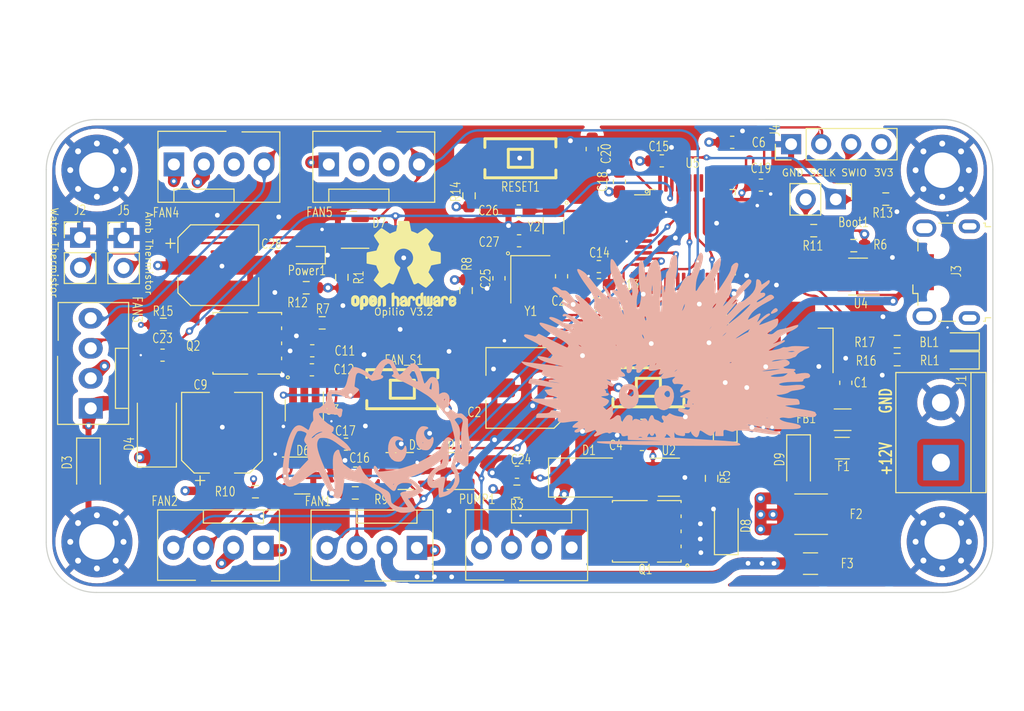
<source format=kicad_pcb>
(kicad_pcb (version 20211014) (generator pcbnew)
  (title_block (title "Opilio") (date "2022-07-28") (rev "V3.1") (comment 4 "AISLER Project ID: PLJAOWMH"))
  (layers (0 "F.Cu" signal) (1 "In1.Cu" power "GND") (2 "In2.Cu" power "3V3") (31 "B.Cu" signal) (34 "B.Paste" user) (35 "F.Paste" user) (36 "B.SilkS" user "B.Silkscreen") (37 "F.SilkS" user "F.Silkscreen") (38 "B.Mask" user) (39 "F.Mask" user) (44 "Edge.Cuts" user))
  (net 0 "")
  (net 1 "BOOT0")
  (net 2 "Net-(Boot1-Pad2)")
  (net 3 "OSCOUT")
  (net 4 "GND")
  (net 5 "OSCIN")
  (net 6 "CIN")
  (net 7 "COUT")
  (net 8 "Net-(C1-Pad1)")
  (net 9 "VDDA")
  (net 10 "+12VF(F)")
  (net 11 "+12VF(P)")
  (net 12 "PWM_READ1")
  (net 13 "PWM_READ3")
  (net 14 "PWM_READ2")
  (net 15 "PWM_READ4")
  (net 16 "FAN_GND")
  (net 17 "PUMP_GND")
  (net 18 "+12V")
  (net 19 "Net-(F1-Pad2)")
  (net 20 "+5V")
  (net 21 "USB_CON_D-")
  (net 22 "USB_CON_D+")
  (net 23 "SWCLK")
  (net 24 "SWIO")
  (net 25 "THERM_READ_W")
  (net 26 "PWM_OUT1")
  (net 27 "PWM_OUT3")
  (net 28 "PWM_OUT2")
  (net 29 "PWM_OUT4")
  (net 30 "Net-(Power1-Pad2)")
  (net 31 "Net-(Q1-Pad4)")
  (net 32 "Net-(Q2-Pad4)")
  (net 33 "USB_D+")
  (net 34 "USB_D-")
  (net 35 "FAN_EN")
  (net 36 "PUMP_EN")
  (net 37 "Net-(C20-Pad1)")
  (net 39 "Net-(R5-Pad2)")
  (net 40 "Net-(R7-Pad2)")
  (net 42 "THERM_READ_A")
  (net 50 "RED_LED")
  (net 60 "BLUE_LED")
  (net 61 "Net-(BL1-Pad2)")
  (net 62 "Net-(R16-Pad2)")
  (net 63 "+3.3V")
  (net 65 "Net-(D10-Pad1)")
  (footprint "Capacitor_SMD:C_0603_1608Metric_Pad1.08x0.95mm_HandSolder" (layer "F.Cu") (at 139.78 129.83)
    (fp_text reference "C24")
    (fp_text value "10nF")
  )
  (footprint "Capacitor_SMD:C_0603_1608Metric_Pad1.08x0.95mm_HandSolder" (layer "F.Cu") (at 109.83 119.93)
    (fp_text reference "C23")
    (fp_text value "10nF")
  )
  (footprint "Package_TO_SOT_SMD:SOT-23" (layer "F.Cu") (at 134.52 129.73 180)
    (fp_text reference "D2")
    (fp_text value "SP0502BAHT")
  )
  (footprint "Resistor_SMD:R_0603_1608Metric_Pad0.98x0.95mm_HandSolder" (layer "F.Cu") (at 171.91 118.78)
    (fp_text reference "R17")
    (fp_text value "R660")
  )
  (footprint "Custom:PDFN-8_L5.6-W5.2-P1.27-LS6.1-BL" (layer "F.Cu") (at 150.76 134.83 90)
    (fp_text reference "Q1")
    (fp_text value "HSBA3048")
  )
  (footprint "Package_TO_SOT_SMD:SOT-23" (layer "F.Cu") (at 121.63 130.11)
    (fp_text reference "D6")
    (fp_text value "SP0502BAHT")
  )
  (footprint "Capacitor_SMD:CP_Elec_6.3x7.7" (layer "F.Cu") (at 140.57 122.7 180)
    (fp_text reference "C2")
    (fp_text value "220uF")
  )
  (footprint "Custom:FanPinHeader_1x04_P2.54mm_Vertical_no_hole" (layer "F.Cu") (at 131.33 136.43 180)
    (fp_text reference "FAN1")
    (fp_text value "Fan_4pin")
  )
  (footprint "Capacitor_SMD:C_0603_1608Metric_Pad1.08x0.95mm_HandSolder" (layer "F.Cu") (at 148.44 105.25 90)
    (fp_text reference "C18")
    (fp_text value "100nF")
  )
  (footprint "Custom:USB_Micro-B_Wuerth_629105150521_narrow_holes" (layer "F.Cu") (at 176.065 112.915 90)
    (fp_text reference "J3")
    (fp_text value "USB_B_Micro")
  )
  (footprint "Capacitor_SMD:C_0603_1608Metric_Pad1.08x0.95mm_HandSolder" (layer "F.Cu") (at 167.57 122.27 90)
    (fp_text reference "C1")
    (fp_text value "10uF")
  )
  (footprint "LOGO" (layer "F.Cu") (at 152.65 119.4)
    (fp_text reference "G***" hide)
    (fp_text value "LOGO" hide)
  )
  (footprint "Capacitor_SMD:C_0603_1608Metric_Pad1.08x0.95mm_HandSolder" (layer "F.Cu") (at 146.7 112.44 180)
    (fp_text reference "C14")
    (fp_text value "1uF")
  )
  (footprint "Capacitor_SMD:C_0603_1608Metric_Pad1.08x0.95mm_HandSolder" (layer "F.Cu") (at 150.38 125.86)
    (fp_text reference "C8")
    (fp_text value "100nF")
  )
  (footprint "Resistor_SMD:R_0603_1608Metric_Pad0.98x0.95mm_HandSolder" (layer "F.Cu") (at 168.24452 110.66548 180)
    (fp_text reference "R6")
    (fp_text value "1k5")
  )
  (footprint "LED_SMD:LED_0603_1608Metric_Pad1.05x0.95mm_HandSolder" (layer "F.Cu") (at 177.19 120.37 180)
    (fp_text reference "RL1")
    (fp_text value "Red")
  )
  (footprint "Capacitor_SMD:C_0603_1608Metric_Pad1.08x0.95mm_HandSolder" (layer "F.Cu") (at 143.55 113.26 90)
    (fp_text reference "C22")
    (fp_text value "30pF")
  )
  (footprint "Capacitor_SMD:C_0603_1608Metric_Pad1.08x0.95mm_HandSolder" (layer "F.Cu") (at 122.48 119.56)
    (fp_text reference "C11")
    (fp_text value "10uF")
  )
  (footprint "Resistor_SMD:R_0603_1608Metric_Pad0.98x0.95mm_HandSolder" (layer "F.Cu") (at 135.73 106.45 90)
    (fp_text reference "R14")
    (fp_text value "10k")
  )
  (footprint "Fuse:Fuse_1812_4532Metric_Pad1.30x3.40mm_HandSolder" (layer "F.Cu") (at 164.64 133.38)
    (fp_text reference "F2")
    (fp_text value "3A")
  )
  (footprint "Connector_PinHeader_2.54mm:PinHeader_1x02_P2.54mm_Vertical" (layer "F.Cu") (at 106.54 110.015)
    (fp_text reference "J5")
    (fp_text value "Conn_01x02_Male")
  )
  (footprint "Diode_SMD:D_SOD-123" (layer "F.Cu") (at 157.38 125.04 90)
    (fp_text reference "D10")
    (fp_text value "B5819W")
  )
  (footprint "Custom:TerminalBlock_bornier-2_P5.08mm" (layer "F.Cu") (at 175.61 129.02 90)
    (fp_text reference "J1")
    (fp_text value "Screw_Terminal_01x02")
  )
  (footprint "MountingHole:MountingHole_3mm_Pad_Via" (layer "F.Cu") (at 175.72 135.71)
    (fp_text reference "H1")
    (fp_text value "MountingHole_Pad")
  )
  (footprint "Connector_PinHeader_2.54mm:PinHeader_1x02_P2.54mm_Vertical" (layer "F.Cu") (at 102.86 109.995)
    (fp_text reference "J2")
    (fp_text value "Conn_01x02_Male")
  )
  (footprint "Custom:FanPinHeader_1x04_P2.54mm_Vertical_no_hole" (layer "F.Cu") (at 144.4 136.4 180)
    (fp_text reference "PUMP1")
    (fp_text value "Fan_4pin")
  )
  (footprint "Symbol:OSHW-Logo2_9.8x8mm_SilkScreen" (layer "F.Cu") (at 130.21 112.34)
    (fp_text reference "LOGO1" hide)
    (fp_text value "Logo_Open_Hardware_Small" hide)
  )
  (footprint "Capacitor_SMD:C_0603_1608Metric_Pad1.08x0.95mm_HandSolder" (layer "F.Cu") (at 152.02 103.5)
    (fp_text reference "C15")
    (fp_text value "100nF")
  )
  (footprint "Resistor_SMD:R_0603_1608Metric_Pad0.98x0.95mm_HandSolder" (layer "F.Cu") (at 156.23 130.35 90)
    (fp_text reference "R5")
    (fp_text value "220")
  )
  (footprint "easyedakicad:SW-SMD_L6.0-W3.3-LS8.0" (layer "F.Cu") (at 150.75 122.67 180)
    (fp_text reference "PUMP_S1")
    (fp_text value "P_EN")
  )
  (footprint "MountingHole:MountingHole_3mm_Pad_Via" (layer "F.Cu") (at 175.72 104.29)
    (fp_text reference "H2")
    (fp_text value "MountingHole_Pad")
  )
  (footprint "Package_TO_SOT_SMD:SOT-23-5_HandSoldering" (layer "F.Cu") (at 121.81 124.59 -90)
    (fp_text reference "U3")
    (fp_text value "SCT51240")
  )
  (footprint "Capacitor_SMD:C_0603_1608Metric_Pad1.08x0.95mm_HandSolder" (layer "F.Cu") (at 126.12 129.9)
    (fp_text reference "C16")
    (fp_text value "10nF")
  )
  (footprint "Connector_PinHeader_2.54mm:PinHeader_1x04_P2.54mm_Vertical" (layer "F.Cu") (at 162.95 102.09 90)
    (fp_text reference "J4")
    (fp_text value "Program")
  )
  (footprint "Diode_SMD:D_SOD-123" (layer "F.Cu") (at 163.58 128.92 -90)
    (fp_text reference "D9")
    (fp_text value "B5819W")
  )
  (footprint "Capacitor_SMD:CP_Elec_6.3x7.7" (layer "F.Cu") (at 114.85 126.49 90)
    (fp_text reference "C9")
    (fp_text value "220uF")
  )
  (footprint "Crystal:Crystal_SMD_3215-2Pin_3.2x1.5mm" (layer "F.Cu") (at 142.87 108.99 90)
    (fp_text reference "Y2")
    (fp_text value "YST310S 32.768KHz")
  )
  (footprint "Capacitor_SMD:C_0603_1608Metric_Pad1.08x0.95mm_HandSolder" (layer "F.Cu") (at 125.34 127.46 180)
    (fp_text reference "C17")
    (fp_text value "10nF")
  )
  (footprint "Resistor_SMD:R_0603_1608Metric_Pad0.98x0.95mm_HandSolder" (layer "F.Cu") (at 139.77 131.44)
    (fp_text reference "R3")
    (fp_text value "1k")
  )
  (footprint "Package_TO_SOT_SMD:SOT-23-6" (layer "F.Cu") (at 168.60452 113.28548 180)
    (fp_text reference "U4")
    (fp_text value "USBLC6-2SC6")
  )
  (footprint "Diode_SMD:D_SOD-123" (layer "F.Cu") (at 103.57 129.19 -90)
    (fp_text reference "D3")
    (fp_text value "B5819W")
  )
  (footprint "Resistor_SMD:R_0603_1608Metric_Pad0.98x0.95mm_HandSolder" (layer "F.Cu") (at 121.9725 114.23 180)
    (fp_text reference "R12")
    (fp_text value "1.65K")
  )
  (footprint "Fuse:Fuse_1206_3216Metric_Pad1.42x1.75mm_HandSolder" (layer "F.Cu") (at 167.27 127.79)
    (fp_text reference "F1")
    (fp_text value "250mA")
  )
  (footprint "Capacitor_SMD:C_0603_1608Metric_Pad1.08x0.95mm_HandSolder" (layer "F.Cu") (at 150.34 127.49)
    (fp_text reference "C4")
    (fp_text value "10uF")
  )
  (footprint "Custom:PDFN-8_L5.6-W5.2-P1.27-LS6.1-BL" (layer "F.Cu") (at 117 118.93 90)
    (fp_text reference "Q2")
    (fp_text value "HSBA3048")
  )
  (footprint "LED_SMD:LED_0603_1608Metric_Pad1.05x0.95mm_HandSolder" (layer "F.Cu") (at 177.2 118.78 180)
    (fp_text reference "BL1")
    (fp_text value "Blue")
  )
  (footprint "Capacitor_SMD:C_0603_1608Metric_Pad1.08x0.95mm_HandSolder" (layer "F.Cu") (at 122.45 121.17)
    (fp_text reference "C12")
    (fp_text value "100nF")
  )
  (footprint "Package_TO_SOT_SMD:SOT-23" (layer "F.Cu") (at 130.38 129.73)
    (fp_text reference "D5")
    (fp_text value "SP0502BAHT")
  )
  (footprint "Diode_SMD:D_SMA" (layer "F.Cu") (at 145.85 130.28)
    (fp_text reference "D1")
    (fp_text value "B230A-13-F")
  )
  (footprint "Crystal:Crystal_SMD_3225-4Pin_3.2x2.5mm" (layer "F.Cu") (at 140.91 113.52 -90)
    (fp_text reference "Y1")
    (fp_text value "YSX531SL 8MHz")
  )
  (footprint "Custom:FanPinHeader_1x04_P2.54mm_Vertical_no_hole" (layer "F.Cu") (at 118.36 136.42 180)
    (fp_text reference "FAN2")
    (fp_text value "Fan_4pin")
  )
  (footprint "Inductor_SMD:L_0805_2012Metric_Pad1.05x1.20mm_HandSolder" (layer "F.Cu") (at 146.63 115.64)
    (fp_text reference "L2")
    (fp_text value "39nH")
  )
  (footprint "Custom:FanPinHeader_1x04_P2.54mm_Vertical_no_hole" (layer "F.Cu") (at 110.79 103.6)
    (fp_text reference "FAN4")
    (fp_text value "Fan_4pin")
  )
  (footprint "MountingHole:MountingHole_3mm_Pad_Via" (layer "F.Cu") (at 104.28 135.72)
    (fp_text reference "H3")
    (fp_text value "MountingHole_Pad")
  )
  (footprint "Connector_PinHeader_2.54mm:PinHeader_1x02_P2.54mm_Vertical" (layer "F.Cu") (at 166.724189 106.754189 -90)
    (fp_text reference "Boot1")
    (fp_text value "Conn_01x02_Male")
  )
  (footprint "Resistor_SMD:R_0603_1608Metric_Pad0.98x0.95mm_HandSolder" (layer "F.Cu") (at 109.9 117.33)
    (fp_text reference "R15")
    (fp_text value "1k")
  )
  (footprint "Diode_SMD:D_SOD-123" (layer "F.Cu") (at 157.47 134.55 90)
    (fp_text reference "D8")
    (fp_text value "B5819W")
  )
  (footprint "Resistor_SMD:R_0603_1608Metric_Pad0.98x0.95mm_HandSolder" (layer "F.Cu") (at 170.95 106.73)
    (fp_text reference "R13")
    (fp_text value "100k")
  )
  (footprint "Package_TO_SOT_SMD:SOT-223-3_TabPin2" (layer "F.Cu") (at 163.0825 119.56 90)
    (fp_text reference "U1")
    (fp_text value "AMS1117-3.3")
  )
  (footprint "Fuse:Fuse_1206_3216Metric_Pad1.42x1.75mm_HandSolder" (layer "F.Cu") (at 164.59 137.56)
    (fp_text reference "F3")
    (fp_text value "1.1A")
  )
  (footprint "LED_SMD:LED_0603_1608Metric_Pad1.05x0.95mm_HandSolder" (layer "F.Cu") (at 121.9225 111.47 180)
    (fp_text reference "Power1")
    (fp_text value "Yellow/Green")
  )
  (footprint "Capacitor_SMD:C_0603_1608Metric_Pad1.08x0.95mm_HandSolder" (layer "F.Cu") (at 139.96 110.26 180)
    (fp_text reference "C27")
    (fp_text value "18pF")
  )
  (footprint "Capacitor_SMD:C_0603_1608Metric_Pad1.08x0.95mm_HandSolder" (layer "F.Cu") (at 138.26 113.43 90)
    (fp_text reference "C25")
    (fp_text value "30pF")
  )
  (footprint "Resistor_SMD:R_0603_1608Metric_Pad0.98x0.95mm_HandSolder" (layer "F.Cu") (at 123.32 117.2)
    (fp_text reference "R7")
    (fp_text value "220")
  )
  (footprint "Diode_SMD:D_SMA" (layer "F.Cu") (at 109.35 125.99 90)
    (fp_text reference "D4")
    (fp_text value "B230A-13-F")
  )
  (footprint "Package_TO_SOT_SMD:SOT-23-5_HandSoldering" (layer "F.Cu") (at 152.62 130.25)
    (fp_text reference "U2")
    (fp_text value "SCT51240")
  )
  (footprint "Capacitor_SMD:CP_Elec_6.3x7.7" (layer "F.Cu") (at 114.54 112.32)
    (fp_text reference "C28")
    (fp_text value "220uF")
  )
  (footprint "Resistor_SMD:R_0603_1608Metric_Pad0.98x0.95mm_HandSolder" (layer "F.Cu") (at 171.91 120.31)
    (fp_text reference "R16")
    (fp_text value "R165")
  )
  (footprint "Capacitor_SMD:C_0603_1608Metric_Pad1.08x0.95mm_HandSolder" (layer "F.Cu") (at 160.4 105.55)
    (fp_text reference "C19")
    (fp_text value "100nF")
  )
  (footprint "Resistor_SMD:R_0603_1608Metric_Pad0.98x0.95mm_HandSolder" (layer "F.Cu") (at 126.12 131.58)
    (fp_text reference "R9")
    (fp_text value "1k")
  )
  (footprint "easyedakicad:SW-SMD_L6.0-W3.3-LS8.0" (layer "F.Cu") (at 139.93 103.3 180)
    (fp_text reference "RESET1")
    (fp_text value "Reset")
  )
  (footprint "Capacitor_SMD:C_1206_3216Metric_Pad1.33x1.80mm_HandSolder" (layer "F.Cu") (at 167.3 125.39)
    (fp_text reference "FB1")
    (fp_text value "CBW321609U600")
  )
  (footprint "Capacitor_SMD:C_0603_1608Metric_Pad1.08x0.95mm_HandSolder" (layer "F.Cu") (at 161.7 124.85 180)
    (fp_text reference "C5")
    (fp_text value "10uF")
  )
  (footprint "easyedakicad:SW-SMD_L6.0-W3.3-LS8.0" (layer "F.Cu") (at 130.23 122.79)
    (fp_text reference "FAN_S1")
    (fp_text value "F_EN")
  )
  (footprint "MountingHole:MountingHole_3mm_Pad_Via" (layer "F.Cu") (at 104.28 104.28)
    (fp_text reference "H4")
    (fp_text value "MountingHole_Pad")
  )
  (footprint "Resistor_SMD:R_0603_1608Metric_Pad0.98x0.95mm_HandSolder" (layer "F.Cu") (at 124.98 113.35 -90)
    (fp_text reference "R1")
    (fp_text value "10k")
  )
  (footprint "LOGO" (layer "F.Cu") (at 127.973094 126.745333)
    (fp_text reference "G***" hide)
    (fp_text value "LOGO" hide)
  )
  (footprint "Capacitor_SMD:C_0603_1608Metric_Pad1.08x0.95mm_HandSolder" (layer "F.Cu") (at 146.71 113.96 180)
    (fp_text reference "C13")
    (fp_text value "10nF")
  )
  (footprint "Capacitor_SMD:C_0603_1608Metric_Pad1.08x0.95mm_HandSolder" (layer "F.Cu") (at 146.14 102.5 90)
    (fp_text reference "C20")
    (fp_text value "100nF")
  )
  (footprint "Custom:FanPinHeader_1x04_P2.54mm_Vertical_no_hole" (layer "F.Cu") (at 103.56 124.43 90)
    (fp_text reference "FAN3")
    (fp_text value "Fan_4pin")
  )
  (footprint "Capacitor_SMD:C_0603_1608Metric_Pad1.08x0.95mm_HandSolder" (layer "F.Cu") (at 156.97 115.6 180)
    (fp_text reference "C21")
    (fp_text value "100nF")
  )
  (footprint "Resistor_SMD:R_0603_1608Metric_Pad0.98x0.95mm_HandSolder" (layer "F.Cu") (at 135.48 114.47 90)
    (fp_text reference "R8")
    (fp_text value "10k")
  )
  (footprint "Resistor_SMD:R_0603_1608Metric_Pad0.98x0.95mm_HandSolder" (layer "F.Cu") (at 164.86 109.4 180)
    (fp_text reference "R11")
    (fp_text value "10K")
  )
  (footprint "Capacitor_SMD:C_0603_1608Metric_Pad1.08x0.95mm_HandSolder" (layer "F.Cu") (at 139.93 107.74 180)
    (fp_text reference "C26")
    (fp_text value "18pF")
  )
  (footprint "Custom:FanPinHeader_1x04_P2.54mm_Vertical_no_hole" (layer "F.Cu") (at 123.88 103.6)
    (fp_text reference "FAN5")
    (fp_text value "Fan_4pin")
  )
  (footprint "Resistor_SMD:R_0603_1608Metric_Pad0.98x0.95mm_HandSolder" (layer "F.Cu") (at 117.68 131.48)
    (fp_text reference "R10")
    (fp_text value "1k")
  )
  (footprint "Package_TO_SOT_SMD:SOT-23" (layer "F.Cu") (at 125.59 109.33 180)
    (fp_text reference "D7")
    (fp_text value "SP0502BAHT")
  )
  (footprint "Capacitor_SMD:C_0603_1608Metric_Pad1.08x0.95mm_HandSolder" (layer "F.Cu") (at 157.97 101.93)
    (fp_text reference "C6")
    (fp_text value "10uF")
  )
  (footprint "Package_QFP:LQFP-48_7x7mm_P0.5mm" (layer "F.Cu") (at 154.62 109.53)
    (fp_text reference "U5")
    (fp_text value "STM32F103C8T6")
  )
  (gr_circle (center 139.02 111.32) (end 139.15 111.32) (layer "F.SilkS") (width 0.08) (fill none))
  (gr_circle (center 150.75 106.1) (end 150.88 106.1) (layer "F.SilkS") (width 0.08) (fill none))
  (gr_circle (center 159.68 124.06) (end 159.81 124.06) (layer "F.SilkS") (width 0.08) (fill none))
  (gr_circle (center 143.98 107.04) (end 144.11 107.04) (layer "F.SilkS") (width 0.08) (fill none))
  (gr_line (start 175.758938 139.998938) (end 104.241062 139.998937) (layer "Edge.Cuts") (width 0.1))
  (gr_arc locked (start 179.998937 135.758938) (mid 178.760323 138.760324) (end 175.758938 139.998938) (layer "Edge.Cuts") (width 0.1))
  (gr_arc locked (start 100.001063 104.241062) (mid 101.239677 101.239676) (end 104.241062 100.001062) (layer "Edge.Cuts") (width 0.1))
  (gr_line (start 104.241062 100.001062) (end 175.76 100.000001) (layer "Edge.Cuts") (width 0.1))
  (gr_line (start 100.001062 135.758938) (end 100.001063 104.241062) (layer "Edge.Cuts") (width 0.1))
  (gr_arc locked (start 175.76 100.000001) (mid 178.761386 101.238615) (end 180 104.24) (layer "Edge.Cuts") (width 0.1))
  (gr_line (start 180 104.24) (end 179.998937 135.758938) (layer "Edge.Cuts") (width 0.1))
  (gr_arc locked (start 104.241062 139.998937) (mid 101.239676 138.760323) (end 100.001062 135.758938) (layer "Edge.Cuts") (width 0.1))
  (gr_text "SCLK" (at 165.63 104.5) (layer "F.SilkS") (effects (font (size 0.6 0.6) (thickness 0.08))))
  (gr_text "Opilio V3.2" (at 130.21 116.27) (layer "F.SilkS") (effects (font (size 0.6 0.6) (thickness 0.08))))
  (gr_text "3V3" (at 170.78 104.5) (layer "F.SilkS") (effects (font (size 0.6 0.6) (thickness 0.08))))
  (gr_text "SWIO" (at 168.27 104.5) (layer "F.SilkS") (effects (font (size 0.6 0.6) (thickness 0.08))))
  (gr_text "Amb Thermistor" (at 108.68 111.32 270) (layer "F.SilkS") (effects (font (size 0.6 0.6) (thickness 0.08))))
  (gr_text "Water Thermistor" (at 100.69 111.26 270) (layer "F.SilkS") (effects (font (size 0.6 0.6) (thickness 0.08))))
  (gr_text "GND" (at 170.95 123.79 90) (layer "F.SilkS") (effects (font (size 1 0.7))))
  (gr_text "+12V" (at 170.95 128.7 90) (layer "F.SilkS") (effects (font (size 1 0.7))))
  (gr_text "GND" (at 163.08 104.51) (layer "F.SilkS") (effects (font (size 0.6 0.6) (thickness 0.08))))
  (segment (start 154.03 103.48) (end 154.125 103.385) (width 0.2) (layer "F.Cu") (net 1))
  (segment (start 154.547487 103.21) (end 155.8 103.21) (width 0.2) (layer "F.Cu") (net 1))
  (segment (start 153.87 105.3675) (end 153.87 103.866274) (width 0.2) (layer "F.Cu") (net 1))
  (segment (start 169.891689 106.754189) (end 166.724189 106.754189) (width 0.2) (layer "F.Cu") (net 1))
  (via (at 155.8 103.21) (size 0.5) (drill 0.2) (layers "F.Cu" "B.Cu") (net 1))
  (arc (start 153.87 103.866274) (mid 153.911583 103.657224) (end 154.03 103.48) (width 0.2) (layer "F.Cu") (net 1))
  (arc (start 154.125 103.385) (mid 154.318838 103.255481) (end 154.547487 103.21) (width 0.2) (layer "F.Cu") (net 1))
  (segment (start 166.724189 106.754189) (end 163.578104 103.608103) (width 0.2) (layer "B.Cu") (net 1))
  (segment (start 162.741621 103.261621) (end 155.851621 103.261621) (width 0.2) (layer "B.Cu") (net 1))
  (arc (start 155.851621 103.261621) (mid 155.815119 103.246502) (end 155.8 103.21) (width 0.2) (layer "B.Cu") (net 1))
  (arc (start 163.578104 103.608103) (mid 163.194322 103.351669) (end 162.741621 103.261621) (width 0.2) (layer "B.Cu") (net 1))
  (segment (start 164.184189 106.754189) (end 164.184189 108.911689) (width 0.2) (layer "F.Cu") (net 2))
  (segment (start 146.75 109.48) (end 144.75799 111.47201) (width 0.2) (layer "F.Cu") (net 3))
  (segment (start 144.56 111.95) (end 144.56 112.852639) (width 0.2) (layer "F.Cu") (net 3))
  (segment (start 150.4575 109.28) (end 147.232842 109.28) (width 0.2) (layer "F.Cu") (net 3))
  (segment (start 141.76 114.62) (end 143.0525 114.62) (width 0.2) (layer "F.Cu") (net 3))
  (segment (start 144.37625 113.29625) (end 143.55 114.1225) (width 0.2) (layer "F.Cu") (net 3))
  (segment (start 143.0525 114.62) (end 143.55 114.1225) (width 0.2) (layer "F.Cu") (net 3))
  (arc (start 147.232842 109.28) (mid 146.97153 109.331978) (end 146.75 109.48) (width 0.2) (layer "F.Cu") (net 3))
  (arc (start 144.75799 111.47201) (mid 144.611456 111.691313) (end 144.56 111.95) (width 0.2) (layer "F.Cu") (net 3))
  (arc (start 144.56 112.852639) (mid 144.512245 113.09272) (end 144.37625 113.29625) (width 0.2) (layer "F.Cu") (net 3))
  (segment (start 145.8375 113.2325) (end 145.8375 113.95) (width 0.2) (layer "F.Cu") (net 4))
  (segment (start 124.6525 109.33) (end 123.26 109.33) (width 0.2) (layer "F.Cu") (net 4))
  (segment (start 155.2 115.6) (end 155.19 115.61) (width 0.25) (layer "F.Cu") (net 4))
  (segment (start 157.47 132.9) (end 156.43 132.9) (width 0.5) (layer "F.Cu") (net 4))
  (segment (start 149.41 126.7) (end 149.48 126.63) (width 0.2) (layer "F.Cu") (net 4))
  (segment (start 149.05 110.31) (end 149.08 110.28) (width 0.3) (layer "F.Cu") (net 4))
  (segment (start 178.075 120.985) (end 178.075 118.78) (width 0.3) (layer "F.Cu") (net 4))
  (segment (start 126.2025 127.46) (end 126.2025 128.3375) (width 0.2) (layer "F.Cu") (net 4))
  (segment (start 121.2575 120.84) (end 121.5875 121.17) (width 0.5) (layer "F.Cu") (net 4))
  (segment (start 138.8475 129.89) (end 137.7 129.89) (width 0.2) (layer "F.Cu") (net 4))
  (segment (start 147.5325 104.3875) (end 147.53 104.39) (width 0.25) (layer "F.Cu") (net 4))
  (segment (start 103.57 130.84) (end 103.57 131.58) (width 0.4) (layer "F.Cu") (net 4))
  (segment (start 149.08 110.28) (end 150.4575 110.28) (width 0.3) (layer "F.Cu") (net 4))
  (segment (start 125.71 128.83) (end 125.25 128.83) (width 0.2) (layer "F.Cu") (net 4))
  (segment (start 153.97 131.2) (end 153.97 130.28) (width 0.2) (layer "F.Cu") (net 4))
  (segment (start 153.71 136.74) (end 155.212704 136.74) (width 0.5) (layer "F.Cu") (net 4))
  (segment (start 153.71 136.74) (end 153.71 134.2) (width 0.2) (layer "F.Cu") (net 4))
  (segment (start 143.55 112.3975) (end 141.7825 112.3975) (width 0.2) (layer "F.Cu") (net 4))
  (segment (start 155.27 134.2) (end 155.28 134.19) (width 0.5) (layer "F.Cu") (net 4))
  (segment (start 114.85 112.4) (end 117.16 112.4) (width 0.7) (layer "F.Cu") (net 4))
  (segment (start 158.7825 107.28) (end 160.09 107.28) (width 0.3) (layer "F.Cu") (net 4))
  (segment (start 168.864162 112.755838) (end 169.393803 113.28548) (width 0.2) (layer "F.Cu") (net 4))
  (segment (start 161.2225 105.49) (end 161.2225 106.293965) (width 0.3) (layer "F.Cu") (net 4))
  (segment (start 119.95 118.3) (end 119.95 120.84) (width 0.5) (layer "F.Cu") (net 4))
  (segment (start 152.5 103.99) (end 152.806486 103.683514) (width 0.3) (layer "F.Cu") (net 4))
  (segment (start 159.24 122.71) (end 159.2 122.67) (width 0.7) (layer "F.Cu") (net 4))
  (segment (start 158.8325 100.9775) (end 158.84 100.97) (width 0.3) (layer "F.Cu") (net 4))
  (segment (start 138.26 114.2925) (end 139.7325 114.2925) (width 0.2) (layer "F.Cu") (net 4))
  (segment (start 145.8375 112.44) (end 145.8375 113.2325) (width 0.2) (layer "F.Cu") (net 4))
  (segment (start 144.021924 102.078076) (end 144.3 101.8) (width 0.2) (layer "F.Cu") (net 4))
  (segment (start 167.56 120.19) (end 167.56 121.3975) (width 0.7) (layer "F.Cu") (net 4))
  (segment (start 139.0675 108.9725) (end 139.0675 110.23) (width 0.25) (layer "F.Cu") (net 4))
  (segment (start 149.48 126.63) (end 149.48 125.54375) (width 0.2) (layer "F.Cu") (net 4))
  (segment (start 160.8025 120.91) (end 160.8025 122.69) (width 0.7) (layer "F.Cu") (net 4))
  (segment (start 160.7825 122.71) (end 160.7825 124.315) (width 0.7) (layer "F.Cu") (net 4))
  (segment (start 156.87 113.6925) (end 156.87 114.8375) (width 0.25) (layer "F.Cu") (net 4))
  (segment (start 149.48 127.77625) (end 149.48 126.63) (width 0.2) (layer "F.Cu") (net 4))
  (segment (start 119.95 120.84) (end 119.95 121.61) (width 0.5) (layer "F.Cu") (net 4))
  (segment (start 125.2575 128.8375) (end 125.25 128.83) (width 0.2) (layer "F.Cu") (net 4))
  (segment (start 119.95 120.84) (end 121.2575 120.84) (width 0.5) (layer "F.Cu") (net 4))
  (segment (start 121.81 123.24) (end 121.81 121.3925) (width 0.2) (layer "F.Cu") (net 4))
  (segment (start 168.98 111.78) (end 168.865 111.895) (width 0.2) (layer "F.Cu") (net 4))
  (segment (start 168.78 112.100208) (end 168.78 112.552653) (width 0.2) (layer "F.Cu") (net 4))
  (segment (start 137.2625 114.2925) (end 137.25 114.28) (width 0.2) (layer "F.Cu") (net 4))
  (segment (start 122.7975 111.47) (end 123.77 111.47) (width 0.2) (layer "F.Cu") (net 4))
  (segment (start 172.02952 111.66048) (end 169.268546 111.66048) (width 0.2) (layer "F.Cu") (net 4))
  (segment (start 160.8025 120.825) (end 160.8025 122.595) (width 0.5) (layer "F.Cu") (net 4))
  (segment (start 114.88 126.05) (end 114.88 124.67) (width 0.7) (layer "F.Cu") (net 4))
  (segment (start 156.1075 115.6) (end 155.2 115.6) (width 0.25) (layer "F.Cu") (net 4))
  (segment (start 171.88 106.69625) (end 171.88 107.68375) (width 0.2) (layer "F.Cu") (net 4))
  (segment (start 108.9675 119.93) (end 107.99 119.93) (width 0.2) (layer "F.Cu") (net 4))
  (segment (start 121.26 124.77) (end 121.505 124.525) (width 0.2) (layer "F.Cu") (net 4))
  (segment (start 138.26 114.2925) (end 137.2625 114.2925) (width 0.2) (layer "F.Cu") (net 4))
  (segment (start 139.0675 107.74) (end 139.0675 108.9725) (width 0.25) (layer "F.Cu") (net 4))
  (segment (start 150.473847 130.25) (end 151.27 130.25) (width 0.2) (layer "F.Cu") (net 4))
  (segment (start 137.7 129.89) (end 137.69 129.88) (width 0.2) (layer "F.Cu") (net 4))
  (segment (start 143.93 103.3) (end 143.93 102.3) (width 0.2) (layer "F.Cu") (net 4))
  (segment (start 153.71 134.2) (end 153.71 136.38) (width 0.7) (layer "F.Cu") (net 4))
  (segment (start 119.95 118.3) (end 121.14 118.3) (width 0.5) (layer "F.Cu") (net 4))
  (segment (start 155.212704 136.74) (end 155.322204 136.6305) (width 0.5) (layer "F.Cu") (net 4))
  (segment (start 153.71 135.47) (end 155.26 135.47) (width 0.5) (layer "F.Cu") (net 4))
  (segment (start 125.2575 129.9) (end 125.2575 128.8375) (width 0.2) (layer "F.Cu") (net 4))
  (segment (start 175.61 123.94) (end 177.728517 121.821483) (width 0.3) (layer "F.Cu") (net 4))
  (segment (start 158.8325 101.93) (end 158.8325 100.9775) (width 0.3) (layer "F.Cu") (net 4))
  (segment (start 155.26 135.47) (end 155.27 135.48) (width 0.5) (layer "F.Cu") (net 4))
  (segment (start 122.5675 130.11) (end 125.0475 130.11) (width 0.2) (layer "F.Cu") (net 4))
  (segment (start 149.4775 127.49) (end 149.4775 129.0925) (width 0.2) (layer "F.Cu") (net 4))
  (segment (start 144.3 101.8) (end 145.9775 101.8) (width 0.2) (layer "F.Cu") (net 4))
  (segment (start 160.7825 122.71) (end 159.24 122.71) (width 0.7) (layer "F.Cu") (net 4))
  (segment (start 103.57 130.84) (end 103.57 135.01) (width 0.5) (layer "F.Cu") (net 4))
  (segment (start 156.43 132.9) (end 156.39 132.94) (width 0.5) (layer "F.Cu") (net 4))
  (segment (start 148.44 104.3875) (end 147.5325 104.3875) (width 0.25) (layer "F.Cu") (net 4))
  (segment (start 120.86 125.94) (end 120.17 125.94) (width 0.3) (layer "F.Cu") (net 4))
  (segment (start 119.95 119.57) (end 120.61 119.57) (width 0.5) (layer "F.Cu") (net 4))
  (segment (start 156.39 133.08) (end 155.28 134.19) (width 0.5) (layer "F.Cu") (net 4))
  (segment (start 153.71 134.2) (end 155.27 134.2) (width 0.5) (layer "F.Cu") (net 4))
  (segment (start 131.3275 129.72) (end 133.5825 129.72) (width 0.4) (layer "F.Cu") (net 4))
  (segment (start 120.61 119.57) (end 121.6075 119.57) (width 0.5) (layer "F.Cu") (net 4))
  (segment (start 149.721452 129.681452) (end 150.16 130.12) (width 0.2) (layer "F.Cu") (net 4))
  (segment (start 152.37 105.3675) (end 152.37 104.303847) (width 0.3) (layer "F.Cu") (net 4))
  (segment (start 172.02952 111.66048) (end 173.64952 111.66048) (width 0.2) (layer "F.Cu") (net 4))
  (segment (start 156.87 114.8375) (end 156.1075 115.6) (width 0.25) (layer "F.Cu") (net 4))
  (segment (start 141.76 112.52) (end 140.06 114.22) (width 0.2) (layer "F.Cu") (net 4))
  (segment (start 156.39 132.94) (end 156.39 133.08) (width 0.5) (layer "F.Cu") (net 4))
  (segment (start 131.35 129) (end 131.35 129.6975) (width 0.2) (layer "F.Cu") (net 4))
  (segment (start 148.25 126.7) (end 149.41 126.7) (width 0.2) (layer "F.Cu") (net 4))
  (segment (start 137.8 121.1) (end 137.8 122.63) (width 0.7) (layer "F.Cu") (net 4))
  (via (at 137.25 114.28) (size 0.8) (drill 0.4) (layers "F.Cu" "B.Cu") (net 4))
  (via (at 148.25 126.7) (size 0.8) (drill 0.4) (layers "F.Cu" "B.Cu") (net 4))
  (via (at 120.61 119.57) (size 0.8) (drill 0.4) (layers "F.Cu" "B.Cu") (net 4))
  (via locked (at 130 127.43) (size 0.8) (drill 0.4) (layers "F.Cu" "B.Cu") (net 4))
  (via (at 155.28 134.19) (size 0.8) (drill 0.4) (layers "F.Cu" "B.Cu") (net 4))
  (via (at 119.95 121.61) (size 0.8) (drill 0.4) (layers "F.Cu" "B.Cu") (net 4))
  (via (at 159.19 113.2) (size 0.8) (drill 0.4) (layers "F.Cu" "B.Cu") (net 4))
  (via (at 141.11 124.21) (size 0.8) (drill 0.4) (layers "F.Cu" "B.Cu") (net 4))
  (via (at 137.88598 127.0905) (size 0.8) (drill 0.4) (layers "F.Cu" "B.Cu") (net 4))
  (via (at 154.01 125.15) (size 0.8) (drill 0.4) (layers "F.Cu" "B.Cu") (net 4))
  (via (at 140.08 133.51) (size 0.5) (drill 0.2) (layers "F.Cu" "B.Cu") (net 4))
  (via (at 126.97 125.92) (size 0.8) (drill 0.4) (layers "F.Cu" "B.Cu") (net 4))
  (via (at 134.05 133.1) (size 0.8) (drill 0.4) (layers "F.Cu" "B.Cu") (net 4))
  (via (at 125.25 128.83) (size 0.8) (drill 0.4) (layers "F.Cu" "B.Cu") (net 4))
  (via (at 160.8025 120.91) (size 0.8) (drill 0.4) (layers "F.Cu" "B.Cu") (net 4))
  (via (at 119.65 108.24) (size 0.8) (drill 0.4) (layers "F.Cu" "B.Cu") (net 4))
  (via (at 123.31 109.3) (size 0.6) (drill 0.3) (layers "F.Cu" "B.Cu") (net 4))
  (via (at 114.46 108.1) (size 0.8) (drill 0.4) (layers "F.Cu" "B.Cu") (net 4))
  (via (at 160.09 107.28) (size 0.6) (drill 0.3) (layers "F.Cu" "B.Cu") (net 4))
  (via (at 145.32 119.97) (size 0.8) (drill 0.4) (layers "F.Cu" "B.Cu") (net 4))
  (via (at 147.53 104.39) (size 0.8) (drill 0.4) (layers "F.Cu" "B.Cu") (net 4))
  (via (at 140.01 103.26) (size 0.8) (drill 0.4) (layers "F.Cu" "B.Cu") (net 4))
  (via (at 114.88 126.02) (size 0.8) (drill 0.4) (layers "F.Cu" "B.Cu") (net 4))
  (via (at 155.19 115.61) (size 0.8) (drill 0.4) (layers "F.Cu" "B.Cu") (net 4))
  (via (at 171.51 111.67) (size 0.8) (drill 0.4) (layers "F.Cu" "B.Cu") (net 4))
  (via (at 156.01 118.88) (size 0.8) (drill 0.4) (layers "F.Cu" "B.Cu") (net 4))
  (via (at 145.8375 113.2325) (size 0.5) (drill 0.2) (layers "F.Cu" "B.Cu") (net 4))
  (via (at 161.71 114) (size 0.8) (drill 0.4) (layers "F.Cu" "B.Cu") (net 4))
  (via (at 165.29 120.89) (size 0.8) (drill 0.4) (layers "F.Cu" "B.Cu") (net 4))
  (via (at 145.315378 126.375378) (size 0.8) (drill 0.4) (layers "F.Cu" "B.Cu") (net 4))
  (via (at 152.38 107.83) (size 0.5) (drill 0.2) (layers "F.Cu" "B.Cu") (net 4))
  (via (at 155.27 135.48) (size 0.8) (drill 0.4) (layers "F.Cu" "B.Cu") (net 4))
  (via (at 170.71 116.68) (size 0.8) (drill 0.4) (layers "F.Cu" "B.Cu") (net 4))
  (via (at 139.0675 108.9725) (size 0.8) (drill 0.4) (layers "F.Cu" "B.Cu") (net 4))
  (via (at 149.05 110.31) (size 0.5) (drill 0.2) (layers "F.Cu" "B.Cu") (net 4))
  (via (at 134.04 119.61) (size 0.8) (drill 0.4) (layers "F.Cu" "B.Cu") (net 4))
  (via (at 114.85 112.4) (size 0.8) (drill 0.4) (layers "F.Cu" "B.Cu") (net 4))
  (via (at 137.69 129.88) (size 0.8) (drill 0.4) (layers "F.Cu" "B.Cu") (net 4))
  (via (at 123.77 111.47) (size 0.8) (drill 0.4) (layers "F.Cu" "B.Cu") (net 4))
  (via (at 155.322204 136.6305) (size 0.8) (drill 0.4) (layers "F.Cu" "B.Cu") (net 4))
  (via (at 153.97 130.28) (size 0.8) (drill 0.4) (layers "F.Cu" "B.Cu") (net 4))
  (via (at 167.56 120.19) (size 0.8) (drill 0.4) (layers "F.Cu" "B.Cu") (net 4))
  (via (at 129.91 117.75) (size 0.8) (drill 0.4) (layers "F.Cu" "B.Cu") (net 4))
  (via (at 124.1 125.52) (size 0.5) (drill 0.2) (layers "F.Cu" "B.Cu") (net 4))
  (via (at 156.65 108.77) (size 0.8) (drill 0.4) (layers "F.Cu" "B.Cu") (net 4))
  (via (at 151.13 118.95) (size 0.8) (drill 0.4) (layers "F.Cu" "B.Cu") (net 4))
  (via (at 125.07 115.74) (size 0.8) (drill 0.4) (layers "F.Cu" "B.Cu") (net 4))
  (via (at 119.35 128.3) (size 0.6) (drill 0.3) (layers "F.Cu" "B.Cu") (net 4))
  (via (at 153.17 110.02) (size 0.8) (drill 0.4) (layers "F.Cu" "B.Cu") (net 4))
  (via (at 156.39 132.94) (size 0.8) (drill 0.4) (layers "F.Cu" "B.Cu") (net 4))
  (via (at 171.89 107.8) (size 0.8) (drill 0.4) (layers "F.Cu" "B.Cu") (net 4))
  (via (at 161.22 106.3) (size 0.6) (drill 0.3) (layers "F.Cu" "B.Cu") (net 4))
  (via locked (at 132.4 126.54) (size 0.8) (drill 0.4) (layers "F.Cu" "B.Cu") (net 4))
  (via (at 138.72 118.71) (size 0.6) (drill 0.3) (layers "F.Cu" "B.Cu") (net 4))
  (via (at 158.84 100.97) (size 0.8) (drill 0.4) (layers "F.Cu" "B.Cu") (net 4))
  (via (at 137.8 121.1) (size 0.8) (drill 0.4) (layers "F.Cu" "B.Cu") (net 4))
  (via (at 119.32 114.63) (size 0.8) (drill 0.4) (layers "F.Cu" "B.Cu") (net 4))
  (via (at 170.65 121.62) (size 0.8) (drill 0.4) (layers "F.Cu" "B.Cu") (net 4))
  (via (at 107.99 119.93) (size 0.5) (drill 0.2) (layers "F.Cu" "B.Cu") (net 4))
  (via locked (at 130.21 111.7) (size 0.8) (drill 0.4) (layers "F.Cu" "B.Cu") (net 4))
  (via (at 126.86 119.88) (size 0.8) (drill 0.4) (layers "F.Cu" "B.Cu") (net 4))
  (via (at 176.17 117.59) (size 0.5) (drill 0.2) (layers "F.Cu" "B.Cu") (net 4))
  (via (at 131.35 129) (size 0.6) (drill 0.3) (layers "F.Cu" "B.Cu") (net 4))
  (via (at 120.04 125.96) (size 0.6) (drill 0.3) (layers "F.Cu" "B.Cu") (net 4))
  (via (at 152.84 102.36) (size 0.8) (drill 0.4) (layers "F.Cu" "B.Cu") (net 4))
  (via (at 121.14 118.3) (size 0.8) (drill 0.4) (layers "F.Cu" "B.Cu") (net 4))
  (via (at 159.2 122.67) (size 0.8) (drill 0.4) (layers "F.Cu" "B.Cu") (net 4))
  (via (at 144.3 101.8) (size 0.8) (drill 0.4) (layers "F.Cu" "B.Cu") (net 4))
  (via (at 150.45 114.77) (size 0.8) (drill 0.4) (layers "F.Cu" "B.Cu") (net 4))
  (via (at 176.17 108.11) (size 0.5) (drill 0.2) (layers "F.Cu" "B.Cu") (net 4))
  (arc (start 168.78 112.552653) (mid 168.801873 112.662615) (end 168.864162 112.755838) (width 0.2) (layer "F.Cu") (net 4))
  (arc (start 168.865 111.895) (mid 168.802091 111.98915) (end 168.78 112.100208) (width 0.2) (layer "F.Cu") (net 4))
  (arc (start 121.81 123.788665) (mid 121.730733 124.187167) (end 121.505 124.525) (width 0.2) (layer "F.Cu") (net 4))
  (arc (start 121.26 124.77) (mid 120.963957 125.21306) (end 120.86 125.735685) (width 0.2) (layer "F.Cu") (net 4))
  (arc (start 149.4775 129.0925) (mid 149.540901 129.411239) (end 149.721452 129.681452) (width 0.2) (layer "F.Cu") (net 4))
  (arc (start 161.2225 106.293965) (mid 161.22185 106.297231) (end 161.22 106.3) (width 0.3) (layer "F.Cu") (net 4))
  (arc (start 169.268546 111.66048) (mid 169.112386 111.691542) (end 168.98 111.78) (width 0.2) (layer "F.Cu") (net 4))
  (arc (start 126.2025 128.3375) (mid 126.05825 128.68575) (end 125.71 128.83) (width 0.2) (layer "F.Cu") (net 4))
  (arc (start 152.37 104.303847) (mid 152.403786 104.133994) (end 152.5 103.99) (width 0.3) (layer "F.Cu") (net 4))
  (arc (start 150.16 130.12) (mid 150.303994 130.216214) (end 150.473847 130.25) (width 0.2) (layer "F.Cu") (net 4))
  (arc (start 177.728517 121.821483) (mid 177.984952 121.437701) (end 178.075 120.985) (width 0.3) (layer "F.Cu") (net 4))
  (arc (start 143.93 102.3) (mid 143.95389 102.179896) (end 144.021924 102.078076) (width 0.2) (layer "F.Cu") (net 4))
  (segment (start 141.26506 111.32) (end 143.820087 111.32) (width 0.2) (layer "F.Cu") (net 5))
  (segment (start 140.06 112.32) (end 140.915 111.465) (width 0.2) (layer "F.Cu") (net 5))
  (segment (start 144.315 111.115) (end 146.39 109.04) (width 0.2) (layer "F.Cu") (net 5))
  (segment (start 147.017695 108.78) (end 150.4575 108.78) (width 0.2) (layer "F.Cu") (net 5))
  (segment (start 138.26 112.5675) (end 139.9125 112.5675) (width 0.2) (layer "F.Cu") (net 5))
  (arc (start 140.915 111.465) (mid 141.075609 111.357684) (end 141.26506 111.32) (width 0.2) (layer "F.Cu") (net 5))
  (arc (start 146.39 109.04) (mid 146.677989 108.847572) (end 147.017695 108.78) (width 0.2) (layer "F.Cu") (net 5))
  (arc (start 143.820087 111.32) (mid 144.087932 111.266722) (end 144.315 111.115) (width 0.2) (layer "F.Cu") (net 5))
  (segment (start 142.87 107.74) (end 150.4175 107.74) (width 0.2) (layer "F.Cu") (net 6))
  (segment (start 140.7925 107.74) (end 142.87 107.74) (width 0.25) (layer "F.Cu") (net 6))
  (segment (start 142.87 110.24) (end 144.080797 110.24) (width 0.2) (layer "F.Cu") (net 7))
  (segment (start 144.455 110.085) (end 145.96 108.58) (width 0.2) (layer "F.Cu") (net 7))
  (segment (start 140.8225 110.26) (end 142.85 110.26) (width 0.25) (layer "F.Cu") (net 7))
  (segment (start 146.684264 108.28) (end 150.4575 108.28) (width 0.2) (layer "F.Cu") (net 7))
  (arc (start 144.080797 110.24) (mid 144.283314 110.199716) (end 144.455 110.085) (width 0.2) (layer "F.Cu") (net 7))
  (arc (start 145.96 108.58) (mid 146.292296 108.357967) (end 146.684264 108.28) (width 0.2) (layer "F.Cu") (net 7))
  (segment (start 167.26948 123.858021) (end 165.7375 125.39) (width 0.7) (layer "F.Cu") (net 8))
  (segment (start 167.57 123.1325) (end 165.805 123.1325) (width 0.7) (layer "F.Cu") (net 8))
  (segment (start 165.805 123.1325) (end 165.3825 122.71) (width 0.7) (layer "F.Cu") (net 8))
  (arc (start 167.57 123.1325) (mid 167.491897 123.525149) (end 167.26948 123.858021) (width 0.7) (layer "F.Cu") (net 8))
  (segment (start 150.4575 110.78) (end 149.754597 110.78) (width 0.3) (layer "F.Cu") (net 9))
  (segment (start 147.5625 112.44) (end 148.84625 111.15625) (width 0.3) (layer "F.Cu") (net 9))
  (segment (start 147.5625 112.44) (end 147.5625 115.4225) (width 0.2) (layer "F.Cu") (net 9))
  (arc (start 149.754597 110.78) (mid 149.263003 110.877784) (end 148.84625 111.15625) (width 0.3) (layer "F.Cu") (net 9))
  (segment (start 111.74 131.4) (end 113.95 131.4) (width 0.7) (layer "F.Cu") (net 10))
  (segment (start 123.74 124.12) (end 123.74 121.5975) (width 0.2) (layer "F.Cu") (net 10))
  (segment (start 121.85 126.83) (end 121.85 124.875) (width 0.2) (layer "F.Cu") (net 10))
  (segment (start 132.8 138.67) (end 156.114401 138.67) (width 1) (layer "F.Cu") (net 10))
  (segment (start 122.095 124.63) (end 123.23 124.63) (width 0.2) (layer "F.Cu") (net 10))
  (segment (start 159.31 137.53) (end 160.455858 137.53) (width 1) (layer "F.Cu") (net 10))
  (segment (start 122.75 121.54) (end 122.75 123.23) (width 0.2) (layer "F.Cu") (net 10))
  (segment (start 115.59 127.4) (end 121.28 127.4) (width 0.2) (layer "F.Cu") (net 10))
  (segment (start 113.33 103.6) (end 113.33 104.77) (width 1) (layer "F.Cu") (net 10))
  (segment (start 109.37 128.57) (end 107.91 128.57) (width 1) (layer "F.Cu") (net 10))
  (segment (start 115.82 136.53) (end 114.82 137.53) (width 1) (layer "F.Cu") (net 10))
  (segment (start 109.43 112.35) (end 111.81 112.35) (width 0.7) (layer "F.Cu") (net 10))
  (segment (start 132.8 138.67) (end 129.97 138.67) (width 1) (layer "F.Cu") (net 10))
  (segment (start 113.33 104.77) (end 112.79 105.31) (width 1) (layer "F.Cu") (net 10))
  (segment (start 103.995 121.715) (end 104.905 120.805) (width 1) (layer "F.Cu") (net 10))
  (segment (start 111.745 112.32) (end 109.395 112.32) (width 0.5) (layer "F.Cu") (net 10))
  (segment (start 123.3425 119.56) (end 123.3425 121.14) (width 0.2) (layer "F.Cu") (net 10))
  (segment (start 160.48 137.54) (end 163.054216 137.54) (width 1) (layer "F.Cu") (net 10))
  (segment (start 158.866604 137.53) (end 159.31 137.53) (width 1) (layer "F.Cu") (net 10))
  (segment (start 128.79 137.49) (end 128.79 136.43) (width 1) (layer "F.Cu") (net 10))
  (via (at 111.74 131.4) (size 0.8) (drill 0.4) (layers "F.Cu" "B.Cu") (net 10))
  (via (at 131.34 138.67) (size 0.8) (drill 0.4) (layers "F.Cu" "B.Cu") (net 10))
  (via (at 159.31 137.53) (size 0.8) (drill 0.4) (layers "F.Cu" "B.Cu") (net 10))
  (via (at 132.8 138.67) (size 0.8) (drill 0.4) (layers "F.Cu" "B.Cu") (net 10))
  (via (at 134.26 138.68) (size 0.8) (drill 0.4) (layers "F.Cu" "B.Cu") (net 10))
  (via (at 160.48 137.54) (size 0.8) (drill 0.4) (layers "F.Cu" "B.Cu") (net 10))
  (via (at 107.9 128.57) (size 0.8) (drill 0.4) (layers "F.Cu" "B.Cu") (net 10))
  (via (at 109.43 112.35) (size 0.8) (drill 0.4) (layers "F.Cu" "B.Cu") (net 10))
  (via (at 112.79 105.31) (size 0.8) (drill 0.4) (layers "F.Cu" "B.Cu") (net 10))
  (via (at 161.5 137.54) (size 0.8) (drill 0.4) (layers "F.Cu" "B.Cu") (net 10))
  (via (at 114.82 137.53) (size 0.8) (drill 0.4) (layers "F.Cu" "B.Cu") (net 10))
  (via (at 104.92 120.86) (size 0.8) (drill 0.4) (layers "F.Cu" "B.Cu") (net 10))
  (arc (start 156.114401 138.67) (mid 156.904871 138.512765) (end 157.575 138.065) (width 1) (layer "F.Cu") (net 10))
  (arc (start 123.23 124.63) (mid 123.590624 124.480624) (end 123.74 124.12) (width 0.2) (layer "F.Cu") (net 10))
  (arc (start 113.95 131.4) (mid 114.41669 131.20669) (end 114.61 130.74) (width 0.7) (layer "F.Cu") (net 10))
  (arc (start 160.455858 137.53) (mid 160.468923 137.532599) (end 160.48 137.54) (width 1) (layer "F.Cu") (net 10))
  (arc (start 114.85 128.14) (mid 115.066741 127.616741) (end 115.59 127.4) (width 0.2) (layer "F.Cu") (net 10))
  (arc (start 121.28 127.4) (mid 121.683051 127.233051) (end 121.85 126.83) (width 0.2) (layer "F.Cu") (net 10))
  (arc (start 123.74 121.5975) (mid 123.614788 121.295212) (end 123.3125 121.17) (width 0.2) (layer "F.Cu") (net 10))
  (arc (start 129.97 138.67) (mid 129.135614 138.324386) (end 128.79 137.49) (width 1) (layer "F.Cu") (net 10))
  (arc (start 157.575 138.065) (mid 158.167593 137.669042) (end 158.866604 137.53) (width 1) (layer "F.Cu") (net 10))
  (arc (start 123.12 121.17) (mid 122.85837 121.27837) (end 122.75 121.54) (width 0.2) (layer "F.Cu") (net 10))
  (arc (start 121.85 124.875) (mid 121.921759 124.701759) (end 122.095 124.63) (width 0.2) (layer "F.Cu") (net 10))
  (segment (start 128.79 136.23) (end 128.79 137.44) (width 1) (layer "B.Cu") (net 10))
  (segment (start 158.89 137.54) (end 161.5 137.54) (width 1) (layer "B.Cu") (net 10))
  (segment (start 130.02 138.67) (end 131.34 138.67) (width 1) (layer "B.Cu") (net 10))
  (segment (start 130.81 138.75) (end 156.206533 138.75) (width 1) (layer "B.Cu") (net 10))
  (segment (start 157.305 138.295) (end 157.473101 138.126899) (width 1) (layer "B.Cu") (net 10))
  (arc (start 157.473101 138.126899) (mid 158.123179 137.69253) (end 158.89 137.54) (width 1) (layer "B.Cu") (net 10))
  (arc (start 156.206533 138.75) (mid 156.801019 138.631749) (end 157.305 138.295) (width 1) (layer "B.Cu") (net 10))
  (arc (start 128.79 137.44) (mid 129.150259 138.309741) (end 130.02 138.67) (width 1) (layer "B.Cu") (net 10))
  (segment (start 143.85 123.28) (end 143.27 122.7) (width 0.7) (layer "F.Cu") (net 11))
  (segment (start 162.26 132.04) (end 160.36 132.04) (width 1) (layer "F.Cu") (net 11))
  (segment (start 160.7675 134.67) (end 161.9925 134.67) (width 1) (layer "F.Cu") (net 11))
  (segment (start 142.29 133.33) (end 143.452928 132.167072) (width 0.7) (layer "F.Cu") (net 11))
  (segment (start 151.27 125.8875) (end 151.27 128.48) (width 0.2) (layer "F.Cu") (net 11))
  (segment (start 160.38 133.41) (end 161.42 133.41) (width 1) (layer "F.Cu") (net 11))
  (segment (start 160.37 132.045) (end 160.37 134.675) (width 1) (layer "F.Cu") (net 11))
  (segment (start 161.42 133.41) (end 162.385 133.41) (width 1) (layer "F.Cu") (net 11))
  (segment (start 162.415 132.195) (end 162.26 132.04) (width 1) (layer "F.Cu") (net 11))
  (segment (start 143.85 131.242599) (end 143.85 130.28) (width 0.7) (layer "F.Cu") (net 11))
  (segment (start 141.86 136.2) (end 141.86 134.368111) (width 0.7) (layer "F.Cu") (net 11))
  (segment (start 143.85 130.28) (end 143.85 123.28) (width 0.7) (layer "F.Cu") (net 11))
  (segment (start 151.27 128.48) (end 151.27 129.3) (width 0.2) (layer "F.Cu") (net 11))
  (via (at 143.78 131.7) (size 0.8) (drill 0.4) (layers "F.Cu" "B.Cu") (net 11))
  (via (at 160.37 134.65) (size 0.8) (drill 0.4) (layers "F.Cu" "B.Cu") (net 11))
  (via (at 160.36 132.04) (size 0.8) (drill 0.4) (layers "F.Cu" "B.Cu") (net 11))
  (via (at 161.42 133.41) (size 0.8) (drill 0.4) (layers "F.Cu" "B.Cu") (net 11))
  (via (at 151.27 128.48) (size 0.6) (drill 0.3) (layers "F.Cu" "B.Cu") (net 11))
  (via (at 160.38 133.41) (size 0.8) (drill 0.4) (layers "F.Cu" "B.Cu") (net 11))
  (arc (start 141.86 134.368111) (mid 141.971753 133.80629) (end 142.29 133.33) (width 0.7) (layer "F.Cu") (net 11))
  (arc (start 143.452928 132.167072) (mid 143.46076 132.161838) (end 143.47 132.16) (width 0.7) (layer "F.Cu") (net 11))
  (arc (start 143.47 132.16) (mid 143.751242 131.739093) (end 143.85 131.242599) (width 0.7) (layer "F.Cu") (net 11))
  (segment (start 140.6725 129.89) (end 140.6725 131.48) (width 0.2) (layer "F.Cu") (net 12))
  (segment (start 139.32 133.17) (end 139.32 133.3) (width 0.2) (layer "F.Cu") (net 12))
  (segment (start 156.26 111.680195) (end 156.26 111.86) (width 0.2) (layer "F.Cu") (net 12))
  (segment (start 155.109623 110.140377) (end 155.984623 111.015377) (width 0.2) (layer "F.Cu") (net 12))
  (segment (start 135.56 130.68) (end 137.817659 132.937659) (width 0.2) (layer "F.Cu") (net 12))
  (segment (start 139.32 133.3) (end 139.32 136.4) (width 0.2) (layer "F.Cu") (net 12))
  (segment (start 138.62 133.27) (end 139.29 133.27) (width 0.2) (layer "F.Cu") (net 12))
  (segment (start 141.1025 130.32) (end 140.6725 129.89) (width 0.2) (layer "F.Cu") (net 12))
  (segment (start 140.6325 131.52) (end 139.558649 132.593851) (width 0.2) (layer "F.Cu") (net 12))
  (segment (start 139.29 133.27) (end 139.32 133.3) (width 0.2) (layer "F.Cu") (net 12))
  (segment (start 154.87 105.3675) (end 154.87 109.561876) (width 0.2) (layer "F.Cu") (net 12))
  (segment (start 141.75 130.32) (end 141.1025 130.32) (width 0.2) (layer "F.Cu") (net 12))
  (via (at 141.75 130.32) (size 0.6) (drill 0.3) (layers "F.Cu" "B.Cu") (net 12))
  (via (at 156.26 111.86) (size 0.5) (drill 0.2) (layers "F.Cu" "B.Cu") (net 12))
  (arc (start 137.817659 132.937659) (mid 138.185776 133.183627) (end 138.62 133.27) (width 0.2) (layer "F.Cu") (net 12))
  (arc (start 155.984623 111.015377) (mid 156.188432 111.320398) (end 156.26 111.680195) (width 0.2) (layer "F.Cu") (net 12))
  (arc (start 139.558649 132.593851) (mid 139.382023 132.85819) (end 139.32 133.17) (width 0.2) (layer "F.Cu") (net 12))
  (arc (start 154.87 109.561876) (mid 154.932276 109.874958) (end 155.109623 110.140377) (width 0.2) (layer "F.Cu") (net 12))
  (segment (start 155.86402 116.81598) (end 142.508493 130.171507) (width 0.2) (layer "B.Cu") (net 12))
  (segment (start 142.15 130.32) (end 141.75 130.32) (width 0.2) (layer "B.Cu") (net 12))
  (segment (start 156.26 111.86) (end 156.26 115.86) (width 0.2) (layer "B.Cu") (net 12))
  (arc (start 156.26 115.86) (mid 156.157088 116.377373) (end 155.86402 116.81598) (width 0.2) (layer "B.Cu") (net 12))
  (arc (start 142.508493 130.171507) (mid 142.344015 130.281408) (end 142.15 130.32) (width 0.2) (layer "B.Cu") (net 12))
  (segment (start 120.6925 129.16) (end 120.6925 129.6175) (width 0.2) (layer "F.Cu") (net 13))
  (segment (start 120.6925 129.16) (end 122.344398 129.16) (width 0.2) (layer "F.Cu") (net 13))
  (segment (start 123.08375 128.85375) (end 124.4775 127.46) (width 0.2) (layer "F.Cu") (net 13))
  (segment (start 113.28 136.42) (end 118.3625 131.3375) (width 0.2) (layer "F.Cu") (net 13))
  (segment (start 118.4225 131.48) (end 119.474353 130.428147) (width 0.2) (layer "F.Cu") (net 13))
  (segment (start 152.5 109.07) (end 153.37 108.2) (width 0.2) (layer "F.Cu") (net 13))
  (segment (start 153.37 108.2) (end 153.37 105.3675) (width 0.2) (layer "F.Cu") (net 13))
  (via (at 152.5 109.07) (size 0.5) (drill 0.2) (layers "F.Cu" "B.Cu") (net 13))
  (via (at 120.17 130.14) (size 0.5) (drill 0.2) (layers "F.Cu" "B.Cu") (net 13))
  (arc (start 122.344398 129.16) (mid 122.744532 129.080408) (end 123.08375 128.85375) (width 0.2) (layer "F.Cu") (net 13))
  (arc (start 120.6925 129.6175) (mid 120.539463 129.986963) (end 120.17 130.14) (width 0.2) (layer "F.Cu") (net 13))
  (arc (start 119.474353 130.428147) (mid 119.793518 130.214887) (end 120.17 130.14) (width 0.2) (layer "F.Cu") (net 13))
  (segment (start 120.17 130.14) (end 130.878457 130.14) (width 0.2) (layer "B.Cu") (net 13))
  (segment (start 131.82 129.75) (end 152.5 109.07) (width 0.2) (layer "B.Cu") (net 13))
  (arc (start 130.878457 130.14) (mid 131.388016 130.038642) (end 131.82 129.75) (width 0.2) (layer "B.Cu") (net 13))
  (segment (start 126.9825 129.9) (end 127.89625 128.98625) (width 0.2) (layer "F.Cu") (net 14))
  (segment (start 131.004681 127.79) (end 139.79 127.79) (width 0.2) (layer "F.Cu") (net 14))
  (segment (start 154.37 110.37) (end 154.36 110.38) (width 0.2) (layer "F.Cu") (net 14))
  (segment (start 127.0325 131.58) (end 126.25 132.3625) (width 0.2) (layer "F.Cu") (net 14))
  (segment (start 128.394181 128.78) (end 129.4425 128.78) (width 0.2) (layer "F.Cu") (net 14))
  (segment (start 154.37 105.3675) (end 154.37 110.37) (width 0.2) (layer "F.Cu") (net 14))
  (segment (start 129.63995 128.78) (end 130.364975 128.054975) (width 0.2) (layer "F.Cu") (net 14))
  (segment (start 126.25 132.3625) (end 126.25 136.43) (width 0.2) (layer "F.Cu") (net 14))
  (segment (start 126.9825 129.9) (end 126.9825 131.53) (width 0.2) (layer "F.Cu") (net 14))
  (via (at 154.36 110.38) (size 0.5) (drill 0.2) (layers "F.Cu" "B.Cu") (net 14))
  (via (at 139.79 127.79) (size 0.6) (drill 0.3) (layers "F.Cu" "B.Cu") (net 14))
  (arc (start 127.89625 128.98625) (mid 128.124702 128.833603) (end 128.394181 128.78) (width 0.2) (layer "F.Cu") (net 14))
  (arc (start 130.364975 128.054975) (mid 130.658474 127.858865) (end 131.004681 127.79) (width 0.2) (layer "F.Cu") (net 14))
  (segment (start 154.36 110.38) (end 154.36 112.81) (width 0.2) (layer "B.Cu") (net 14))
  (segment (start 139.818284 127.721715) (end 154.09837 113.44163) (width 0.2) (layer "B.Cu") (net 14))
  (arc (start 154.09837 113.44163) (mid 154.292005 113.151836) (end 154.36 112.81) (width 0.2) (layer "B.Cu") (net 14))
  (arc (start 139.79 127.79) (mid 139.797351 127.753045) (end 139.818284 127.721715) (width 0.2) (layer "B.Cu") (net 14))
  (segment (start 110.8125 118.6325) (end 110.8125 119.81) (width 0.2) (layer "F.Cu") (net 15))
  (segment (start 110.5275 118.6325) (end 110.8125 118.6325) (width 0.2) (layer "F.Cu") (net 15))
  (segment (start 110.8125 117.33) (end 110.8125 118.6325) (width 0.2) (layer "F.Cu") (net 15))
  (segment (start 103.56 119.35) (end 104.2775 118.6325) (width 0.2) (layer "F.Cu") (net 15))
  (segment (start 152.87 105.3675) (end 152.87 106.51) (width 0.2) (layer "F.Cu") (net 15))
  (segment (start 128.24 110.28) (end 129.51 109.01) (width 0.2) (layer "F.Cu") (net 15))
  (segment (start 104.2775 118.6325) (end 110.5275 118.6325) (width 0.2) (layer "F.Cu") (net 15))
  (segment (start 126.5275 110.28) (end 128.24 110.28) (width 0.2) (layer "F.Cu") (net 15))
  (segment (start 129.51 109.01) (end 129.51 108.15) (width 0.2) (layer "F.Cu") (net 15))
  (segment (start 110.5275 118.6325) (end 110.946772 118.6325) (width 0.2) (layer "F.Cu") (net 15))
  (segment (start 111.665 118.335) (end 112.1 117.9) (width 0.2) (layer "F.Cu") (net 15))
  (via (at 112.1 117.9) (size 0.6) (drill 0.3) (layers "F.Cu" "B.Cu") (net 15))
  (via (at 129.51 108.15) (size 0.6) (drill 0.3) (layers "F.Cu" "B.Cu") (net 15))
  (via (at 152.72 106.66) (size 0.5) (drill 0.2) (layers "F.Cu" "B.Cu") (net 15))
  (arc (start 110.946772 118.6325) (mid 111.335474 118.555182) (end 111.665 118.335) (width 0.2) (layer "F.Cu") (net 15))
  (arc (start 152.87 106.51) (mid 152.826066 106.616066) (end 152.72 106.66) (width 0.2) (layer "F.Cu") (net 15))
  (segment (start 122.762167 108.15) (end 129.51 108.15) (width 0.2) (layer "B.Cu") (net 15))
  (segment (start 112.1 117.9) (end 121.205 108.795) (width 0.2) (layer "B.Cu") (net 15))
  (segment (start 152.76 106.1) (end 152.76 106.62) (width 0.2) (layer "B.Cu") (net 15))
  (segment (start 146.632548 105.36) (end 152.02 105.36) (width 0.2) (layer "B.Cu") (net 15))
  (segment (start 129.51 108.15) (end 143.008163 108.15) (width 0.2) (layer "B.Cu") (net 15))
  (segment (start 143.66 107.88) (end 145.86 105.68) (width 0.2) (layer "B.Cu") (net 15))
  (arc (start 145.86 105.68) (mid 146.214448 105.443165) (end 146.632548 105.36) (width 0.2) (layer "B.Cu") (net 15))
  (arc (start 152.02 105.36) (mid 152.543259 105.576741) (end 152.76 106.1) (width 0.2) (layer "B.Cu") (net 15))
  (arc (start 152.76 106.62) (mid 152.748284 106.648284) (end 152.72 106.66) (width 0.2) (layer "B.Cu") (net 15))
  (arc (start 121.205 108.795) (mid 121.919434 108.31763) (end 122.762167 108.15) (width 0.2) (layer "B.Cu") (net 15))
  (arc (start 143.008163 108.15) (mid 143.360935 108.079829) (end 143.66 107.88) (width 0.2) (layer "B.Cu") (net 15))
  (segment (start 114 119.83) (end 114 120.59) (width 1) (layer "F.Cu") (net 16))
  (segment (start 114 117.02) (end 114 119.83) (width 1) (layer "F.Cu") (net 16))
  (segment (start 118.36 136.42) (end 119.81 136.42) (width 1) (layer "F.Cu") (net 16))
  (segment (start 132.81 136.43) (end 132.82 136.42) (width 1) (layer "F.Cu") (net 16))
  (segment (start 123.88 103.6) (end 122.42 103.6) (width 1) (layer "F.Cu") (net 16))
  (segment (start 119.81 136.42) (end 119.84 136.45) (width 1) (layer "F.Cu") (net 16))
  (segment (start 110.186483 123.643518) (end 114 119.83) (width 1.2) (layer "F.Cu") (net 16))
  (segment (start 103.56 125.79) (end 103.57 125.8) (width 1) (layer "F.Cu") (net 16))
  (segment (start 110.79 105.21) (end 110.78 105.22) (width 1) (layer "F.Cu") (net 16))
  (segment (start 109.35 123.99) (end 104.822253 123.99) (width 1.2) (layer "F.Cu") (net 16))
  (segment (start 110.79 103.6) (end 110.79 105.21) (width 1) (layer "F.Cu") (net 16))
  (segment (start 131.33 136.43) (end 132.81 136.43) (width 1) (layer "F.Cu") (net 16))
  (segment (start 122.42 103.6) (end 122.38 103.64) (width 1) (layer "F.Cu") (net 16))
  (segment (start 103.57 127.54) (end 103.57 125.8) (width 0.5) (layer "F.Cu") (net 16))
  (segment (start 103.56 124.43) (end 103.56 125.79) (width 1) (layer "F.Cu") (net 16))
  (via (at 110.78 105.22) (size 0.6) (drill 0.3) (layers "F.Cu" "B.Cu") (net 16))
  (via (at 132.82 136.42) (size 0.8) (drill 0.4) (layers "F.Cu" "B.Cu") (net 16))
  (via (at 119.84 136.45) (size 0.6) (drill 0.3) (layers "F.Cu" "B.Cu") (net 16))
  (via (at 103.58 125.9) (size 0.6) (drill 0.3) (layers "F.Cu" "B.Cu") (net 16))
  (via (at 122.38 103.64) (size 0.6) (drill 0.3) (layers "F.Cu" "B.Cu") (net 16))
  (arc (start 104.822253 123.99) (mid 104.247366 124.104352) (end 103.76 124.43) (width 1.2) (layer "F.Cu") (net 16))
  (arc (start 109.35 123.99) (mid 109.802701 123.899952) (end 110.186483 123.643518) (width 1.2) (layer "F.Cu") (net 16))
  (segment (start 147.85 130.28) (end 147.85 132.61) (width 1.2) (layer "F.Cu") (net 17))
  (segment (start 147.85 132.83) (end 147.76 132.92) (width 0.5) (layer "F.Cu") (net 17))
  (segment (start 145.97 132.845112) (end 145.97 131.27) (width 1.2) (layer "F.Cu") (net 17))
  (segment (start 156.430417 137.239584) (end 156.555 137.115) (width 0.5) (layer "F.Cu") (net 17))
  (segment (start 146.96 130.28) (end 147.85 130.28) (width 1.2) (layer "F.Cu") (net 17))
  (segment (start 152.645269 137.48) (end 155.85 137.48) (width 0.5) (layer "F.Cu") (net 17))
  (segment (start 147.85 130.28) (end 147.85 132.83) (width 0.5) (layer "F.Cu") (net 17))
  (segment (start 147.85 130.28) (end 147.85 136.64) (width 1) (layer "F.Cu") (net 17))
  (segment (start 144.4 135.2) (end 145.415 134.185) (width 1.2) (layer "F.Cu") (net 17))
  (segment (start 151.18 136.34) (end 152.09 137.25) (width 0.5) (layer "F.Cu") (net 17))
  (segment (start 147.85 132.61) (end 150.07 134.83) (width 1.2) (layer "F.Cu") (net 17))
  (segment (start 156.555 137.115) (end 157.47 136.2) (width 0.5) (layer "F.Cu") (net 17))
  (segment (start 144.4 136.2) (end 144.4 135.2) (width 1.2) (layer "F.Cu") (net 17))
  (segment (start 147.85 136.64) (end 147.76 136.73) (width 1) (layer "F.Cu") (net 17))
  (segment (start 144.4 136.4) (end 144.4 135.2) (width 1) (layer "F.Cu") (net 17))
  (arc (start 152.09 137.25) (mid 152.34476 137.420225) (end 152.645269 137.48) (width 0.5) (layer "F.Cu") (net 17))
  (arc (start 145.415 134.185) (mid 145.82576 133.570254) (end 145.97 132.845112) (width 1.2) (layer "F.Cu") (net 17))
  (arc (start 155.85 137.48) (mid 156.164119 137.417518) (end 156.430417 137.239584) (width 0.5) (layer "F.Cu") (net 17))
  (arc (start 145.97 131.27) (mid 146.259964 130.569964) (end 146.96 130.28) (width 1.2) (layer "F.Cu") (net 17))
  (segment (start 168.92 133.38) (end 168.92 135.63) (width 1) (layer "F.Cu") (net 18))
  (segment (start 173.28 129.02) (end 175.61 129.02) (width 1) (layer "F.Cu") (net 18))
  (segment (start 166.865 135.475) (end 166.865 137.51) (width 1) (layer "F.Cu") (net 18))
  (segment (start 168.92 135.63) (end 168.92 137.55) (width 1) (layer "F.Cu") (net 18))
  (segment (start 166.865 133.38) (end 168.92 133.38) (width 1) (layer "F.Cu") (net 18))
  (segment (start 163.58 130.57) (end 164.69 130.57) (width 0.7) (layer "F.Cu") (net 18))
  (segment (start 165.475269 130.895269) (end 166.865 132.285) (width 0.7) (layer "F.Cu") (net 18))
  (segment (start 168.92 133.38) (end 173.28 129.02) (width 1) (layer "F.Cu") (net 18))
  (segment (start 168.92 137.55) (end 168.91 137.56) (width 1) (layer "F.Cu") (net 18))
  (segment (start 168.91 137.56) (end 166.815 137.56) (width 1) (layer "F.Cu") (net 18))
  (segment (start 168.765 135.475) (end 168.92 135.63) (width 1) (layer "F.Cu") (net 18))
  (segment (start 166.865 135.475) (end 168.765 135.475) (width 1) (layer "F.Cu") (net 18))
  (segment (start 166.865 133.38) (end 166.865 135.475) (width 1) (layer "F.Cu") (net 18))
  (arc (start 164.69 130.57) (mid 165.114984 130.654535) (end 165.475269 130.895269) (width 0.7) (layer "F.Cu") (net 18))
  (segment (start 168.81 127.8025) (end 168.81 125.2375) (width 0.7) (layer "F.Cu") (net 19))
  (segment (start 157.38 123.39) (end 157.38 122.25) (width 0.7) (layer "F.Cu") (net 20))
  (segment (start 172.16 114.77) (end 173.73 114.77) (width 0.5) (layer "F.Cu") (net 20))
  (segment (start 168.53452 114.77548) (end 168.59404 114.835) (width 0.2) (layer "F.Cu") (net 20))
  (segment (start 173.73 114.77) (end 174.2605 114.2395) (width 0.5) (layer "F.Cu") (net 20))
  (segment (start 167.46702 113.28548) (end 168.53452 113.28548) (width 0.2) (layer "F.Cu") (net 20))
  (segment (start 168.59404 114.835) (end 171.985 114.835) (width 0.2) (layer "F.Cu") (net 20))
  (segment (start 171.57 115.36) (end 172.16 114.77) (width 0.5) (layer "F.Cu") (net 20))
  (segment (start 168.53452 113.28548) (end 168.53452 114.77548) (width 0.2) (layer "F.Cu") (net 20))
  (via (at 157.38 122.25) (size 0.8) (drill 0.4) (layers "F.Cu" "B.Cu") (net 20))
  (via (at 171.57 115.36) (size 0.8) (drill 0.4) (layers "F.Cu" "B.Cu") (net 20))
  (segment (start 163.73 115.9) (end 157.38 122.25) (width 0.7) (layer "B.Cu") (net 20))
  (segment (start 171.57 115.36) (end 165.033675 115.36) (width 0.7) (layer "B.Cu") (net 20))
  (arc (start 165.033675 115.36) (mid 164.328132 115.500341) (end 163.73 115.9) (width 0.7) (layer "B.Cu") (net 20))
  (segment (start 170.0925 113.885) (end 172.249999 113.885) (width 0.2) (layer "F.Cu") (net 21))
  (segment (start 172.249999 113.885) (end 172.524519 113.61048) (width 0.2) (layer "F.Cu") (net 21))
  (segment (start 172.524519 113.61048) (end 173.64952 113.61048) (width 0.2) (layer "F.Cu") (net 21))
  (segment (start 169.74202 114.23548) (end 170.0925 113.885) (width 0.2) (layer "F.Cu") (net 21))
  (segment (start 172.524519 112.96048) (end 173.64952 112.96048) (width 0.2) (layer "F.Cu") (net 22))
  (segment (start 170.0925 112.68596) (end 172.249999 112.68596) (width 0.2) (layer "F.Cu") (net 22))
  (segment (start 172.249999 112.68596) (end 172.524519 112.96048) (width 0.2) (layer "F.Cu") (net 22))
  (segment (start 169.74202 112.33548) (end 170.0925 112.68596) (width 0.2) (layer "F.Cu") (net 22))
  (segment (start 160.67 103.83) (end 160.67 101.07) (width 0.2) (layer "F.Cu") (net 23))
  (segment (start 160.04 104.13) (end 160.37 104.13) (width 0.2) (layer "F.Cu") (net 23))
  (segment (start 159.14 103.83) (end 159.14 103.43) (width 0.2) (layer "F.Cu") (net 23))
  (segment (start 161.07 100.67) (end 165.19 100.67) (width 0.2) (layer "F.Cu") (net 23))
  (segment (start 165.56 101.04) (end 165.56 102.02) (width 0.2) (layer "F.Cu") (net 23))
  (segment (start 157.37 105.3675) (end 157.37 104.55) (width 0.2) (layer "F.Cu") (net 23))
  (segment (start 157.79 104.13) (end 158.84 104.13) (width 0.2) (layer "F.Cu") (net 23))
  (segment (start 159.74 103.43) (end 159.74 103.83) (width 0.2) (layer "F.Cu") (net 23))
  (arc (start 160.37 104.13) (mid 160.582132 104.042132) (end 160.67 103.83) (width 0.2) (layer "F.Cu") (net 23))
  (arc (start 158.84 104.13) (mid 159.052132 104.042132) (end 159.14 103.83) (width 0.2) (layer "F.Cu") (net 23))
  (arc (start 159.74 103.83) (mid 159.827868 104.042132) (end 160.04 104.13) (width 0.2) (layer "F.Cu") (net 23))
  (arc (start 159.44 103.13) (mid 159.652132 103.217868) (end 159.74 103.43) (width 0.2) (layer "F.Cu") (net 23))
  (arc (start 165.19 100.67) (mid 165.45163 100.77837) (end 165.56 101.04) (width 0.2) (layer "F.Cu") (net 23))
  (arc (start 159.14 103.43) (mid 159.227868 103.217868) (end 159.44 103.13) (width 0.2) (layer "F.Cu") (net 23))
  (arc (start 160.67 101.07) (mid 160.787157 100.787157) (end 161.07 100.67) (width 0.2) (layer "F.Cu") (net 23))
  (arc (start 157.37 104.55) (mid 157.493015 104.253015) (end 157.79 104.13) (width 0.2) (layer "F.Cu") (net 23))
  (segment (start 158.7825 107.78) (end 157.77 107.78) (width 0.2) (layer "F.Cu") (net 24))
  (segment (start 159.13452 104.71548) (end 165.568953 104.71548) (width 0.2) (layer "F.Cu") (net 24))
  (segment (start 166.91 104.16) (end 167.358248 103.711752) (width 0.2) (layer "F.Cu") (net 24))
  (segment (start 157.5 107.51) (end 157.5 106.977161) (width 0.2) (layer "F.Cu") (net 24))
  (segment (start 157.74548 106.38452) (end 158.17201 105.95799) (width 0.2) (layer "F.Cu") (net 24))
  (arc (start 167.358248 103.711752) (mid 167.855417 102.967686) (end 168.03 102.09) (width 0.2) (layer "F.Cu") (net 24))
  (arc (start 158.37 105.48) (mid 158.593923 104.939403) (end 159.13452 104.71548) (width 0.2) (layer "F.Cu") (net 24))
  (arc (start 158.17201 105.95799) (mid 158.318544 105.738686) (end 158.37 105.48) (width 0.2) (layer "F.Cu") (net 24))
  (arc (start 157.77 107.78) (mid 157.579081 107.700919) (end 157.5 107.51) (width 0.2) (layer "F.Cu") (net 24))
  (arc (start 165.568953 104.71548) (mid 166.294722 104.571115) (end 166.91 104.16) (width 0.2) (layer "F.Cu") (net 24))
  (arc (start 157.5 106.977161) (mid 157.563798 106.656426) (end 157.74548 106.38452) (width 0.2) (layer "F.Cu") (net 24))
  (segment (start 109.660624 109.97) (end 124.006828 109.97) (width 0.2) (layer "F.Cu") (net 25))
  (segment (start 150.672401 116.157929) (end 152.37 114.46033) (width 0.2) (layer "F.Cu") (net 25))
  (segment (start 108.28234 110.98766) (end 109.045 110.225) (width 0.2) (layer "F.Cu") (net 25))
  (segment (start 125.395 110.545) (end 131.055 116.205) (width 0.2) (layer "F.Cu") (net 25))
  (segment (start 102.86 112.535) (end 103.8125 111.5825) (width 0.2) (layer "F.Cu") (net 25))
  (segment (start 135.48 116.54) (end 149.75 116.54) (width 0.2) (layer "F.Cu") (net 25))
  (segment (start 131.863761 116.54) (end 135.48 116.54) (width 0.2) (layer "F.Cu") (net 25))
  (segment (start 152.37 114.46033) (end 152.37 113.6925) (width 0.2) (layer "F.Cu") (net 25))
  (segment (start 135.48 115.3825) (end 135.48 116.54) (width 0.3) (layer "F.Cu") (net 25))
  (segment (start 104.446231 111.32) (end 107.48 111.32) (width 0.2) (layer "F.Cu") (net 25))
  (arc (start 131.055 116.205) (mid 131.426063 116.452936) (end 131.863761 116.54) (width 0.2) (layer "F.Cu") (net 25))
  (arc (start 103.8125 111.5825) (mid 104.103258 111.388221) (end 104.446231 111.32) (width 0.2) (layer "F.Cu") (net 25))
  (arc (start 107.48 111.32) (mid 107.914223 111.233628) (end 108.28234 110.98766) (width 0.2) (layer "F.Cu") (net 25))
  (arc (start 149.75 116.54) (mid 150.2492 116.440703) (end 150.672401 116.157929) (width 0.2) (layer "F.Cu") (net 25))
  (arc (start 124.006828 109.97) (mid 124.758101 110.119438) (end 125.395 110.545) (width 0.2) (layer "F.Cu") (net 25))
  (arc (start 109.045 110.225) (mid 109.32745 110.036272) (end 109.660624 109.97) (width 0.2) (layer "F.Cu") (net 25))
  (segment (start 135.4575 129.0275) (end 136.78 130.35) (width 0.2) (layer "F.Cu") (net 26))
  (segment (start 135.4575 128.78) (end 135.4575 129.0275) (width 0.2) (layer "F.Cu") (net 26))
  (segment (start 150.463591 111.273909) (end 153.143909 111.273909) (width 0.2) (layer "F.Cu") (net 26))
  (segment (start 153.143909 111.273909) (end 153.29 111.42) (width 0.2) (layer "F.Cu") (net 26))
  (via (at 153.22 111.38) (size 0.5) (drill 0.2) (layers "F.Cu" "B.Cu") (net 26))
  (via (at 136.78 130.35) (size 0.5) (drill 0.2) (layers "F.Cu" "B.Cu") (net 26))
  (segment (start 152.985 113.555) (end 137.197194 129.342806) (width 0.2) (layer "B.Cu") (net 26))
  (segment (start 136.78 136.4) (end 136.78 130.35) (width 0.2) (layer "B.Cu") (net 26))
  (segment (start 153.29 111.42) (end 153.29 112.818665) (width 0.2) (layer "B.Cu") (net 26))
  (arc (start 137.197194 129.342806) (mid 136.888426 129.80491) (end 136.78 130.35) (width 0.2) (layer "B.Cu") (net 26))
  (arc (start 153.29 112.818665) (mid 153.210733 113.217167) (end 152.985 113.555) (width 0.2) (layer "B.Cu") (net 26))
  (segment (start 119.455 132.305) (end 118.22 133.54) (width 0.2) (layer "F.Cu") (net 27))
  (segment (start 149.352132 112.28) (end 150.4575 112.28) (width 0.2) (layer "F.Cu") (net 27))
  (segment (start 120.03 131.06) (end 120.6925 131.06) (width 0.2) (layer "F.Cu") (net 27))
  (segment (start 148.91 112.51) (end 148.99 112.43) (width 0.2) (layer "F.Cu") (net 27))
  (segment (start 119.68 131.761802) (end 119.68 131.41) (width 0.2) (layer "F.Cu") (net 27))
  (segment (start 148.785378 113.885378) (end 148.785378 112.810864) (width 0.2) (layer "F.Cu") (net 27))
  (via (at 148.785378 113.885378) (size 0.5) (drill 0.2) (layers "F.Cu" "B.Cu") (net 27))
  (via (at 118.22 133.54) (size 0.6) (drill 0.3) (layers "F.Cu" "B.Cu") (net 27))
  (arc (start 119.68 131.41) (mid 119.782513 131.162513) (end 120.03 131.06) (width 0.2) (layer "F.Cu") (net 27))
  (arc (start 148.99 112.43) (mid 149.156148 112.318984) (end 149.352132 112.28) (width 0.2) (layer "F.Cu") (net 27))
  (arc (start 148.785378 112.810864) (mid 148.817766 112.648038) (end 148.91 112.51) (width 0.2) (layer "F.Cu") (net 27))
  (arc (start 119.455 132.305) (mid 119.621525 132.055779) (end 119.68 131.761802) (width 0.2) (layer "F.Cu") (net 27))
  (segment (start 129.500378 133.170378) (end 148.785378 113.885378) (width 0.2) (layer "B.Cu") (net 27))
  (segment (start 114.29 133.54) (end 118.22 133.54) (width 0.2) (layer "B.Cu") (net 27))
  (segment (start 110.74 136.42) (end 113.146238 134.013762) (width 0.2) (layer "B.Cu") (net 27))
  (segment (start 118.22 133.54) (end 128.608032 133.54) (width 0.2) (layer "B.Cu") (net 27))
  (arc (start 113.146238 134.013762) (mid 113.671 133.663127) (end 114.29 133.54) (width 0.2) (layer "B.Cu") (net 27))
  (arc (start 128.608032 133.54) (mid 129.090966 133.443938) (end 129.500378 133.170378) (width 0.2) (layer "B.Cu") (net 27))
  (segment (start 150.4575 111.78) (end 151.791276 111.78) (width 0.2) (layer "F.Cu") (net 28))
  (segment (start 151.791276 111.78) (end 151.984686 111.97341) (width 0.2) (layer "F.Cu") (net 28))
  (segment (start 129.4425 130.68) (end 130.24 130.68) (width 0.2) (layer "F.Cu") (net 28))
  (segment (start 130.700919 130.870919) (end 131.894048 132.064048) (width 0.2) (layer "F.Cu") (net 28))
  (via (at 151.984686 111.97341) (size 0.6) (drill 0.3) (layers "F.Cu" "B.Cu") (net 28))
  (via (at 131.894048 132.064048) (size 0.6) (drill 0.3) (layers "F.Cu" "B.Cu") (net 28))
  (arc (start 130.24 130.68) (mid 130.489448 130.729618) (end 130.700919 130.870919) (width 0.2) (layer "F.Cu") (net 28))
  (segment (start 125.957193 134.6) (end 128.854704 134.6) (width 0.2) (layer "B.Cu") (net 28))
  (segment (start 129.714048 134.244048) (end 131.894048 132.064048) (width 0.2) (layer "B.Cu") (net 28))
  (segment (start 131.894048 132.064048) (end 151.984686 111.97341) (width 0.2) (layer "B.Cu") (net 28))
  (segment (start 123.71 136.43) (end 125.245 134.895) (width 0.2) (layer "B.Cu") (net 28))
  (arc (start 125.245 134.895) (mid 125.571757 134.676668) (end 125.957193 134.6) (width 0.2) (layer "B.Cu") (net 28))
  (arc (start 128.854704 134.6) (mid 129.319778 134.507491) (end 129.714048 134.244048) (width 0.2) (layer "B.Cu") (net 28))
  (segment (start 128.06 108.38) (end 131.5 104.94) (width 0.2) (layer "F.Cu") (net 29))
  (segment (start 151.952675 112.842675) (end 152.0588 112.73655) (width 0.2) (layer "F.Cu") (net 29))
  (segment (start 131.5 104.94) (end 131.5 103.6) (width 0.2) (layer "F.Cu") (net 29))
  (segment (start 154.62 112.44) (end 155.06 112) (width 0.2) (layer "F.Cu") (net 29))
  (segment (start 151.87 113.04227) (end 151.87 113.6925) (width 0.2) (layer "F.Cu") (net 29))
  (segment (start 120.694472 101.86) (end 129.83 101.86) (width 0.2) (layer "F.Cu") (net 29))
  (segment (start 118.41 103.6) (end 119.765 102.245) (width 0.2) (layer "F.Cu") (net 29))
  (segment (start 130.815 102.455) (end 131.65 103.29) (width 0.2) (layer "F.Cu") (net 29))
  (segment (start 152.25452 112.65548) (end 154.099786 112.65548) (width 0.2) (layer "F.Cu") (net 29))
  (segment (start 126.5275 108.38) (end 128.06 108.38) (width 0.2) (layer "F.Cu") (net 29))
  (segment (start 130.495771 102.135772) (end 130.815 102.455) (width 0.2) (layer "F.Cu") (net 29))
  (via (at 155.06 112) (size 0.5) (drill 0.2) (layers "F.Cu" "B.Cu") (net 29))
  (arc (start 119.765 102.245) (mid 120.191445 101.960058) (end 120.694472 101.86) (width 0.2) (layer "F.Cu") (net 29))
  (arc (start 151.952675 112.842675) (mid 151.891486 112.93425) (end 151.87 113.04227) (width 0.2) (layer "F.Cu") (net 29))
  (arc (start 129.83 101.86) (mid 130.190313 101.931671) (end 130.495771 102.135772) (width 0.2) (layer "F.Cu") (net 29))
  (arc (start 154.099786 112.65548) (mid 154.381324 112.599478) (end 154.62 112.44) (width 0.2) (layer "F.Cu") (net 29))
  (arc (start 152.0588 112.73655) (mid 152.148597 112.676549) (end 152.25452 112.65548) (width 0.2) (layer "F.Cu") (net 29))
  (segment (start 108.986483 115.443518) (end 109.045 115.385) (width 0.2) (layer "B.Cu") (net 29))
  (segment (start 131.5 103.6) (end 132.448249 103.6) (width 0.2) (layer "B.Cu") (net 29))
  (segment (start 133.595 103.125) (end 135.262599 101.457401) (width 0.2) (layer "B.Cu") (net 29))
  (segment (start 118.41 104.94) (end 118.41 103.6) (width 0.2) (layer "B.Cu") (net 29))
  (segment (start 103.56 116.81) (end 104.83 116.81) (width 0.2) (layer "B.Cu") (net 29))
  (segment (start 118.42 105.387747) (end 118.42 104.95) (width 0.2) (layer "B.Cu") (net 29))
  (segment (start 105.222635 116.647365) (end 105.797157 116.072843) (width 0.2) (layer "B.Cu") (net 29))
  (segment (start 155.06 102.460832) (end 155.06 112) (width 0.2) (layer "B.Cu") (net 29))
  (segment (start 106.48 115.79) (end 108.15 115.79) (width 0.2) (layer "B.Cu") (net 29))
  (segment (start 118.42 104.95) (end 118.41 104.94) (width 0.2) (layer "B.Cu") (net 29))
  (segment (start 109.045 115.385) (end 117.98 106.45) (width 0.2) (layer "B.Cu") (net 29))
  (segment (start 136.56 100.92) (end 153.519168 100.92) (width 0.2) (layer "B.Cu") (net 29))
  (arc (start 153.519168 100.92) (mid 154.608701 101.371299) (end 155.06 102.460832) (width 0.2) (layer "B.Cu") (net 29))
  (arc (start 104.83 116.81) (mid 105.042492 116.767733) (end 105.222635 116.647365) (width 0.2) (layer "B.Cu") (net 29))
  (arc (start 105.797157 116.072843) (mid 106.110448 115.863509) (end 106.48 115.79) (width 0.2) (layer "B.Cu") (net 29))
  (arc (start 117.98 106.45) (mid 118.305648 105.962634) (end 118.42 105.387747) (width 0.2) (layer "B.Cu") (net 29))
  (arc (start 132.448249 103.6) (mid 133.068866 103.476552) (end 133.595 103.125) (width 0.2) (layer "B.Cu") (net 29))
  (arc (start 108.15 115.79) (mid 108.602701 115.699952) (end 108.986483 115.443518) (width 0.2) (layer "B.Cu") (net 29))
  (arc (start 135.262599 101.457401) (mid 135.857852 101.059666) (end 136.56 100.92) (width 0.2) (layer "B.Cu") (net 29))
  (segment (start 121.06 114.23) (end 121.06 111.4825) (width 0.2) (layer "F.Cu") (net 30))
  (segment (start 156.23 132.08) (end 155.38 132.93) (width 0.2) (layer "F.Cu") (net 31))
  (segment (start 156.23 131.2625) (end 156.23 132.08) (width 0.2) (layer "F.Cu") (net 31))
  (segment (start 155.38 132.93) (end 153.71 132.93) (width 0.2) (layer "F.Cu") (net 31))
  (segment (start 119.95 117.03) (end 122.2375 117.03) (width 0.2) (layer "F.Cu") (net 32))
  (segment (start 167.11654 112.68596) (end 166.768323 112.68596) (width 0.2) (layer "F.Cu") (net 33))
  (segment (start 167.46702 112.33548) (end 167.11654 112.68596) (width 0.2) (layer "F.Cu") (net 33))
  (segment (start 166.768323 112.68596) (end 166.393804 113.060479) (width 0.2) (layer "F.Cu") (net 33))
  (segment (start 167.33202 110.66548) (end 167.33202 112.20048) (width 0.2) (layer "F.Cu") (net 33))
  (segment (start 164.496279 112.748079) (end 160.2641 108.5159) (width 0.2) (layer "F.Cu") (net 33))
  (segment (start 159.75494 108.304999) (end 158.807499 108.304999) (width 0.2) (layer "F.Cu") (net 33))
  (segment (start 166.393804 113.060479) (end 165.250479 113.060479) (width 0.2) (layer "F.Cu") (net 33))
  (arc (start 165.250479 113.060479) (mid 164.842309 112.979289) (end 164.496279 112.748079) (width 0.2) (layer "F.Cu") (net 33))
  (arc (start 160.2641 108.5159) (mid 160.030496 108.35981) (end 159.75494 108.304999) (width 0.2) (layer "F.Cu") (net 33))
  (segment (start 164.1859 113.0741) (end 160.016568 108.904768) (width 0.2) (layer "F.Cu") (net 34))
  (segment (start 167.46702 114.23548) (end 167.11654 113.885) (width 0.2) (layer "F.Cu") (net 34))
  (segment (start 167.11654 113.885) (end 166.768323 113.885) (width 0.2) (layer "F.Cu") (net 34))
  (segment (start 166.393804 113.510481) (end 165.239416 113.510481) (width 0.2) (layer "F.Cu") (net 34))
  (segment (start 166.768323 113.885) (end 166.393804 113.510481) (width 0.2) (layer "F.Cu") (net 34))
  (segment (start 159.654999 108.755001) (end 158.807499 108.755001) (width 0.2) (layer "F.Cu") (net 34))
  (arc (start 160.016568 108.904768) (mid 159.850679 108.793924) (end 159.654999 108.755001) (width 0.2) (layer "F.Cu") (net 34))
  (arc (start 165.239416 113.510481) (mid 164.669257 113.397069) (end 164.1859 113.0741) (width 0.2) (layer "F.Cu") (net 34))
  (segment (start 134.1 118.47) (end 134.46 118.11) (width 0.2) (layer "F.Cu") (net 35))
  (segment (start 160.05 114.48) (end 160.05 112.655563) (width 0.2) (layer "F.Cu") (net 35))
  (segment (start 159.674437 112.28) (end 158.7825 112.28) (width 0.2) (layer "F.Cu") (net 35))
  (segment (start 126.86 118.74) (end 133.448163 118.74) (width 0.2) (layer "F.Cu") (net 35))
  (segment (start 135.231367 117.790489) (end 156.74485 117.790489) (width 0.2) (layer "F.Cu") (net 35))
  (segment (start 125.935 119.295) (end 126.22837 119.00163) (width 0.2) (layer "F.Cu") (net 35))
  (segment (start 120.04 123.31) (end 120.79 123.31) (width 0.2) (layer "F.Cu") (net 35))
  (segment (start 125.71 123.31) (end 125.71 119.838198) (width 0.2) (layer "F.Cu") (net 35))
  (segment (start 157.76 117.37) (end 159.625736 115.504264) (width 0.2) (layer "F.Cu") (net 35))
  (via (at 125.71 123.31) (size 0.6) (drill 0.3) (layers "F.Cu" "B.Cu") (net 35))
  (via (at 120.04 123.31) (size 0.6) (drill 0.3) (layers "F.Cu" "B.Cu") (net 35))
  (arc (start 126.22837 119.00163) (mid 126.518164 118.807996) (end 126.86 118.74) (width 0.2) (layer "F.Cu") (net 35))
  (arc (start 156.74485 117.790489) (mid 157.294245 117.681207) (end 157.76 117.37) (width 0.2) (layer "F.Cu") (net 35))
  (arc (start 134.46 118.11) (mid 134.813906 117.873527) (end 135.231367 117.790489) (width 0.2) (layer "F.Cu") (net 35))
  (arc (start 159.94 112.39) (mid 159.818158 112.308588) (end 159.674437 112.28) (width 0.2) (layer "F.Cu") (net 35))
  (arc (start 125.71 119.838198) (mid 125.768476 119.544222) (end 125.935 119.295) (width 0.2) (layer "F.Cu") (net 35))
  (arc (start 133.448163 118.74) (mid 133.800935 118.669829) (end 134.1 118.47) (width 0.2) (layer "F.Cu") (net 35))
  (arc (start 160.05 112.655563) (mid 160.021412 112.511841) (end 159.94 112.39) (width 0.2) (layer "F.Cu") (net 35))
  (arc (start 159.625736 115.504264) (mid 159.939737 115.034328) (end 160.05 114.48) (width 0.2) (layer "F.Cu") (net 35))
  (segment (start 125.71 123.31) (end 120.04 123.31) (width 0.2) (layer "B.Cu") (net 35))
  (segment (start 152.101508 131.2) (end 151.27 131.2) (width 0.2) (layer "F.Cu") (net 36))
  (segment (start 160.19 116.4) (end 153.144473 123.445527) (width 0.2) (layer "F.Cu") (net 36))
  (segment (start 158.7825 111.78) (end 159.95 111.78) (width 0.2) (layer "F.Cu") (net 36))
  (segment (start 160.257279 111.907279) (end 160.459081 112.109081) (width 0.2) (layer "F.Cu") (net 36))
  (segment (start 152.6 124.76) (end 152.6 130.63) (width 0.2) (layer "F.Cu") (net 36))
  (segment (start 160.65 112.57) (end 160.65 115.31) (width 0.2) (layer "F.Cu") (net 36))
  (segment (start 152.444437 131.005564) (end 152.44 131.01) (width 0.2) (layer "F.Cu") (net 36))
  (segment (start 152.44 131.01) (end 152.355 131.095) (width 0.2) (layer "F.Cu") (net 36))
  (segment (start 160.204523 116.385478) (end 160.19 116.4) (width 0.2) (layer "F.Cu") (net 36))
  (arc (start 152.355 131.095) (mid 152.238697 131.172711) (end 152.101508 131.2) (width 0.2) (layer "F.Cu") (net 36))
  (arc (start 153.144473 123.445527) (mid 152.741504 124.048612) (end 152.6 124.76) (width 0.2) (layer "F.Cu") (net 36))
  (arc (start 152.6 130.63) (mid 152.55957 130.833254) (end 152.444437 131.005564) (width 0.2) (layer "F.Cu") (net 36))
  (arc (start 160.459081 112.109081) (mid 160.600382 112.320552) (end 160.65 112.57) (width 0.2) (layer "F.Cu") (net 36))
  (arc (start 160.65 115.31) (mid 160.534224 115.892044) (end 160.204523 116.385478) (width 0.2) (layer "F.Cu") (net 36))
  (arc (start 159.95 111.78) (mid 160.116298 111.813079) (end 160.257279 111.907279) (width 0.2) (layer "F.Cu") (net 36))
  (segment (start 135.8775 105.39) (end 143.682933 105.39) (width 0.2) (layer "F.Cu") (net 37))
  (segment (start 146.14 103.3625) (end 149.1525 103.3625) (width 0.2) (layer "F.Cu") (net 37))
  (segment (start 151.65 107.047263) (end 151.65 109.35533) (width 0.2) (layer "F.Cu") (net 37))
  (segment (start 149.812197 104.576847) (end 151.202675 105.967325) (width 0.2) (layer "F.Cu") (net 37))
  (segment (start 144.41625 105.08625) (end 146.14 103.3625) (width 0.2) (layer "F.Cu") (net 37))
  (segment (start 135.93 103.3) (end 135.93 105.3375) (width 0.2) (layer "F.Cu") (net 37))
  (segment (start 151.22533 109.78) (end 150.4575 109.78) (width 0.2) (layer "F.Cu") (net 37))
  (arc (start 149.1525 103.3625) (mid 149.341651 103.440849) (end 149.42 103.63) (width 0.2) (layer "F.Cu") (net 37))
  (arc (start 149.42 103.63) (mid 149.521929 104.14243) (end 149.812197 104.576847) (width 0.2) (layer "F.Cu") (net 37))
  (arc (start 143.682933 105.39) (mid 144.079801 105.311058) (end 144.41625 105.08625) (width 0.2) (layer "F.Cu") (net 37))
  (arc (start 151.202675 105.967325) (mid 151.533744 106.462805) (end 151.65 107.047263) (width 0.2) (layer "F.Cu") (net 37))
  (arc (start 151.65 109.35533) (mid 151.525617 109.655617) (end 151.22533 109.78) (width 0.2) (layer "F.Cu") (net 37))
  (segment (start 153.97 129.3) (end 156.0925 129.3) (width 0.2) (layer "F.Cu") (net 39))
  (segment (start 124.5 117.4675) (end 124.5 123.450467) (width 0.2) (layer "F.Cu") (net 40))
  (segment (start 123.97 124.73) (end 122.76 125.94) (width 0.2) (layer "F.Cu") (net 40))
  (arc (start 124.5 123.450467) (mid 124.362257 124.142945) (end 123.97 124.73) (width 0.2) (layer "F.Cu") (net 40))
  (segment (start 124.98 112.4375) (end 125.9025 112.4375) (width 0.3) (layer "F.Cu") (net 42))
  (segment (start 107.44 112.4) (end 109.13 110.71) (width 0.2) (layer "F.Cu") (net 42))
  (segment (start 131.81812 116.989501) (end 149.753596 116.989501) (width 0.2) (layer "F.Cu") (net 42))
  (segment (start 126.27 112.07) (end 130.745 116.545) (width 0.2) (layer "F.Cu") (net 42))
  (segment (start 150.875 116.525) (end 152.7 114.7) (width 0.2) (layer "F.Cu") (net 42))
  (segment (start 125.9025 112.4375) (end 126.27 112.07) (width 0.3) (layer "F.Cu") (net 42))
  (segment (start 106.695 112.4) (end 107.44 112.4) (width 0.2) (layer "F.Cu") (net 42))
  (segment (start 125.060122 110.860122) (end 126.27 112.07) (width 0.2) (layer "F.Cu") (net 42))
  (segment (start 109.757695 110.45) (end 124.07 110.45) (width 0.2) (layer "F.Cu") (net 42))
  (arc (start 152.7 114.7) (mid 152.825819 114.511699) (end 152.87 114.289584) (width 0.2) (layer "F.Cu") (net 42))
  (arc (start 130.745 116.545) (mid 131.237352 116.873979) (end 131.81812 116.989501) (width 0.2) (layer "F.Cu") (net 42))
  (arc (start 124.07 110.45) (mid 124.60585 110.556587) (end 125.060122 110.860122) (width 0.2) (layer "F.Cu") (net 42))
  (arc (start 109.13 110.71) (mid 109.417989 110.517572) (end 109.757695 110.45) (width 0.2) (layer "F.Cu") (net 42))
  (arc (start 149.753596 116.989501) (mid 150.360495 116.868781) (end 150.875 116.525) (width 0.2) (layer "F.Cu") (net 42))
  (segment (start 163.692096 114.422096) (end 160.83 111.56) (width 0.2) (layer "F.Cu") (net 50))
  (segment (start 170.21625 120.04375) (end 165.232761 115.060261) (width 0.2) (layer "F.Cu") (net 50))
  (segment (start 160.31 111.28) (end 158.7825 111.28) (width 0.2) (layer "F.Cu") (net 50))
  (segment (start 160.83 111.56) (end 160.719705 111.449706) (width 0.2) (layer "F.Cu") (net 50))
  (arc (start 160.719705 111.449706) (mid 160.531731 111.324105) (end 160.31 111.28) (width 0.2) (layer "F.Cu") (net 50))
  (arc (start 164.87 114.91) (mid 164.232523 114.783198) (end 163.692096 114.422096) (width 0.2) (layer "F.Cu") (net 50))
  (arc (start 170.859034 120.31) (mid 170.511162 120.240804) (end 170.21625 120.04375) (width 0.2) (layer "F.Cu") (net 50))
  (arc (start 165.232761 115.060261) (mid 165.066325 114.949051) (end 164.87 114.91) (width 0.2) (layer "F.Cu") (net 50))
  (segment (start 164.719913 114.36) (end 164.9 114.36) (width 0.2) (layer "F.Cu") (net 60))
  (segment (start 170.21 118.86) (end 170.804363 118.86) (width 0.2) (layer "F.Cu") (net 60))
  (segment (start 165.514559 114.614558) (end 169.441802 118.541802) (width 0.2) (layer "F.Cu") (net 60))
  (segment (start 158.7825 110.78) (end 160.52 110.78) (width 0.2) (layer "F.Cu") (net 60))
  (segment (start 161.083345 111.013345) (end 164.225 114.155) (width 0.2) (layer "F.Cu") (net 60))
  (arc (start 164.225 114.155) (mid 164.452068 114.306722) (end 164.719913 114.36) (width 0.2) (layer "F.Cu") (net 60))
  (arc (start 160.52 110.78) (mid 160.82488 110.840644) (end 161.083345 111.013345) (width 0.2) (layer "F.Cu") (net 60))
  (arc (start 169.441802 118.541802) (mid 169.794255 118.777303) (end 170.21 118.86) (width 0.2) (layer "F.Cu") (net 60))
  (arc (start 164.9 114.36) (mid 165.232597 114.426158) (end 165.514559 114.614558) (width 0.2) (layer "F.Cu") (net 60))
  (segment (start 176.295 118.85) (end 172.8925 118.85) (width 0.2) (layer "F.Cu") (net 61))
  (segment (start 176.245 120.41) (end 172.9225 120.41) (width 0.2) (layer "F.Cu") (net 62))
  (segment (start 134.5225 113.5575) (end 134.51 113.57) (width 0.3) (layer "F.Cu") (net 63))
  (segment (start 147.5525 106.1125) (end 147.55 106.11) (width 0.25) (layer "F.Cu") (net 63))
  (segment (start 158.7825 106.78) (end 158.7825 106.205) (width 0.25) (layer "F.Cu") (net 63))
  (segment (start 122.885 114.23) (end 123.81 114.23) (width 0.2) (layer "F.Cu") (net 63))
  (segment (start 163.0825 117.8675) (end 163.0825 122.71) (width 1) (layer "F.Cu") (net 63))
  (segment (start 158.7825 106.205) (end 159.4975 105.49) (width 0.3) (layer "F.Cu") (net 63))
  (segment (start 163.0825 122.71) (end 163.0825 124.33) (width 0.7) (layer "F.Cu") (net 63))
  (segment (start 163.0825 124.33) (end 162.5625 124.85) (width 0.7) (layer "F.Cu") (net 63))
  (segment (start 163.0825 116.41) (end 163.0825 117.8675) (width 1) (layer "F.Cu") (net 63))
  (segment (start 157.8325 115.6) (end 157.8325 114.9975) (width 0.25) (layer "F.Cu") (net 63))
  (segment (start 169.15702 110.66548) (end 169.15702 109.69798) (width 0.2) (layer "F.Cu") (net 63))
  (segment (start 157.37 113.6925) (end 157.37 115.1375) (width 0.25) (layer "F.Cu") (net 63))
  (segment (start 133.86 123.27) (end 133.86 124.5) (width 0.4) (layer "F.Cu") (net 63))
  (segment (start 138.9075 131.52) (end 137.83 131.52) (width 0.2) (layer "F.Cu") (net 63))
  (segment (start 135.48 113.5575) (end 134.5225 113.5575) (width 0.3) (layer "F.Cu") (net 63))
  (segment (start 162.5625 124.85) (end 162.5625 125.6475) (width 0.7) (layer "F.Cu") (net 63))
  (segment (start 156.02 101.93) (end 156.01 101.92) (width 0.5) (layer "F.Cu") (net 63))
  (segment (start 157.37 115.1375) (end 157.8325 115.6) (width 0.25) (layer "F.Cu") (net 63))
  (segment (start 150.17 103.51) (end 151.133358 103.51) (width 0.3) (layer "F.Cu") (net 63))
  (segment (start 157.1075 101.93) (end 156.02 101.93) (width 0.5) (layer "F.Cu") (net 63))
  (segment (start 125.2075 131.58) (end 124.16 131.58) (width 0.2) (layer "F.Cu") (net 63))
  (segment (start 117.52 130.39) (end 117.52 130.7275) (width 0.2) (layer "F.Cu") (net 63))
  (segment (start 145.48 115.64) (end 144.53 115.64) (width 0.2) (layer "F.Cu") (net 63))
  (segment (start 148.44 106.1125) (end 148.95375 106.62625) (width 0.3) (layer "F.Cu") (net 63))
  (segment (start 150.4575 106.78) (end 149.324935 106.78) (width 0.3) (layer "F.Cu") (net 63))
  (segment (start 123.81 114.23) (end 124.9475 114.23) (width 0.2) (layer "F.Cu") (net 63))
  (segment (start 108.9875 117.33) (end 107.99 117.33) (width 0.2) (layer "F.Cu") (net 63))
  (segment (start 148.44 106.1125) (end 147.5525 106.1125) (width 0.25) (layer "F.Cu") (net 63))
  (segment (start 137.83 131.52) (end 137.82 131.51) (width 0.2) (layer "F.Cu") (net 63))
  (segment (start 151.87 105.3675) (end 151.87 104.4987) (width 0.3) (layer "F.Cu") (net 63))
  (segment (start 157.8325 114.9975) (end 158.11 114.72) (width 0.25) (layer "F.Cu") (net 63))
  (segment (start 134.57625 107.39) (end 135.74375 107.39) (width 0.2) (layer "F.Cu") (net 63))
  (segment (start 165.7725 109.4) (end 168.85904 109.4) (width 0.2) (layer "F.Cu") (net 63))
  (segment (start 133.86 124.5) (end 133.89 124.53) (width 0.2) (layer "F.Cu") (net 63))
  (segment (start 146.785 122.68) (end 148.355 122.68) (width 0.4) (layer "F.Cu") (net 63))
  (segment (start 151.68 104.04) (end 151.169875 103.529875) (width 0.3) (layer "F.Cu") (net 63))
  (segment (start 162.5625 125.6475) (end 162.18 126.03) (width 0.7) (layer "F.Cu") (net 63))
  (segment (start 160.6 126.03) (end 159.64 126.03) (width 0.7) (layer "F.Cu") (net 63))
  (segment (start 162.18 126.03) (end 161.34 126.03) (width 0.7) (layer "F.Cu") (net 63))
  (segment (start 117.52 130.78) (end 117.52 130.39) (width 0.2) (layer "F.Cu") (net 63))
  (segment (start 124.16 131.58) (end 124.13 131.61) (width 0.2) (layer "F.Cu") (net 63))
  (segment (start 161.34 126.03) (end 160.6 126.03) (width 0.7) (layer "F.Cu") (net 63))
  (via (at 148.36 122.67) (size 0.8) (drill 0.4) (layers "F.Cu" "B.Cu") (net 63))
  (via (at 108 117.37) (size 0.5) (drill 0.2) (layers "F.Cu" "B.Cu") (net 63))
  (via (at 134.51 113.57) (size 0.8) (drill 0.4) (layers "F.Cu" "B.Cu") (net 63))
  (via (at 159.64 126.03) (size 0.8) (drill 0.4) (layers "F.Cu" "B.Cu") (net 63))
  (via (at 156.01 101.92) (size 0.8) (drill 0.4) (layers "F.Cu" "B.Cu") (net 63))
  (via (at 134.65 107.37) (size 0.8) (drill 0.4) (layers "F.Cu" "B.Cu") (net 63))
  (via (at 158.7825 106.205) (size 0.6) (drill 0.3) (layers "F.Cu" "B.Cu") (net 63))
  (via (at 147.55 106.11) (size 0.8) (drill 0.4) (layers "F.Cu" "B.Cu") (net 63))
  (via (at 169.15452 109.69548) (size 0.8) (drill 0.4) (layers "F.Cu" "B.Cu") (net 63))
  (via (at 144.53 115.64) (size 0.8) (drill 0.4) (layers "F.Cu" "B.Cu") (net 63))
  (via (at 133.89 124.53) (size 0.8) (drill 0.4) (layers "F.Cu" "B.Cu") (net 63))
  (via (at 158.11 114.72) (size 0.8) (drill 0.4) (layers "F.Cu" "B.Cu") (net 63))
  (via (at 124.13 131.61) (size 0.8) (drill 0.4) (layers "F.Cu" "B.Cu") (net 63))
  (via (at 150.17 103.51) (size 0.8) (drill 0.4) (layers "F.Cu" "B.Cu") (net 63))
  (via (at 137.76 131.23) (size 0.8) (drill 0.4) (layers "F.Cu" "B.Cu") (net 63))
  (via (at 160.6 126.03) (size 0.6) (drill 0.3) (layers "F.Cu" "B.Cu") (net 63))
  (via (at 117.52 130.39) (size 0.6) (drill 0.3) (layers "F.Cu" "B.Cu") (net 63))
  (via (at 123.81 114.23) (size 0.8) (drill 0.4) (layers "F.Cu" "B.Cu") (net 63))
  (via (at 161.34 126.03) (size 0.6) (drill 0.3) (layers "F.Cu" "B.Cu") (net 63))
  (arc (start 117.52 130.7275) (mid 117.299598 131.259598) (end 116.7675 131.48) (width 0.2) (layer "F.Cu") (net 63))
  (arc (start 168.85904 109.4) (mid 169.067976 109.486544) (end 169.15452 109.69548) (width 0.2) (layer "F.Cu") (net 63))
  (arc (start 149.324935 106.78) (mid 149.124051 106.740042) (end 148.95375 106.62625) (width 0.3) (layer "F.Cu") (net 63))
  (arc (start 151.87 104.4987) (mid 151.820621 104.250453) (end 151.68 104.04) (width 0.3) (layer "F.Cu") (net 63))
  (segment (start 163.58 127.27) (end 157.96 127.27) (width 0.7) (layer "F.Cu") (net 65))
  (segment (start 165.2625 127.27) (end 165.7825 127.79) (width 0.7) (layer "F.Cu") (net 65))
  (segment (start 157.96 127.27) (end 157.38 126.69) (width 0.7) (layer "F.Cu") (net 65))
  (segment (start 163.58 127.27) (end 165.2625 127.27) (width 0.7) (layer "F.Cu") (net 65))
  (zone (net 14) (net_name "PWM_READ2") (layer "F.Cu") (priority 16962) (connect_pads yes (clearance 0)) (min_thickness 0.0254) (fill yes (thermal_gap 0.508) (thermal_bridge_width 0.508))
    (polygon (pts (xy 127.580005 129.161074) (xy 127.498538 129.235439) (xy 127.424011 129.289762) (xy 127.354333 129.327778) (xy 127.28741 129.353227) (xy 127.221152 129.369846) (xy 127.153466 129.381372) (xy 127.082262 129.391544) (xy 127.005446 129.404098) (xy 126.920928 129.422774) (xy 126.826617 129.451308) (xy 126.814563 130.067937) (xy 127.431192 130.055883) (xy 127.459725 129.961571) (xy 127.478401 129.877053) (xy 127.490955 129.800237) (xy 127.501127 129.729033) (xy 127.512653 129.661347) (xy 127.529272 129.595089) (xy 127.554721 129.528166) (xy 127.592737 129.458488) (xy 127.64706 129.383961) (xy 127.721426 129.302495)))
  )
  (zone (net 33) (net_name "USB_D+") (layer "F.Cu") (priority 16962) (connect_pads yes (clearance 0)) (min_thickness 0.0254) (fill yes (thermal_gap 0.508) (thermal_bridge_width 0.508))
    (polygon (pts (xy 167.012194 112.78596) (xy 167.077639 112.781746) (xy 167.131931 112.77031) (xy 167.17759 112.753456) (xy 167.217133 112.732991) (xy 167.25308 112.71072) (xy 167.287949 112.688448) (xy 167.324259 112.667983) (xy 167.364528 112.651129) (xy 167.411276 112.639693) (xy 167.46702 112.63548) (xy 167.573086 112.229414) (xy 167.183635 112.237028) (xy 167.170906 112.284725) (xy 167.163644 112.33325) (xy 167.15943 112.381227) (xy 167.155846 112.427277) (xy 167.150475 112.470023) (xy 167.1409 112.508086) (xy 167.124701 112.540089) (xy 167.099463 112.564654) (xy 167.062766 112.580404) (xy 167.012194 112.58596)))
  )
  (zone (net 17) (net_name "PUMP_GND") (layer "F.Cu") (priority 16962) (connect_pads yes (clearance 0)) (min_thickness 0.0254) (fill yes (thermal_gap 0.508) (thermal_bridge_width 0.508))
    (polygon (pts (xy 152.971582 137.23) (xy 152.596544 137.186085) (xy 152.339224 137.061416) (xy 152.179305 136.866606) (xy 152.096475 136.61227) (xy 152.070417 136.30902) (xy 152.080817 135.967471) (xy 152.107361 135.598236) (xy 152.129733 135.211929) (xy 152.12762 134.819163) (xy 152.080706 134.430552) (xy 149.452025 134.01224) (xy 150.07 136.88) (xy 150.435946 136.9038) (xy 150.741037 136.9684) (xy 151.001777 137.063599) (xy 151.234671 137.1792) (xy 151.456226 137.305) (xy 151.682945 137.4308) (xy 151.931336 137.5464) (xy 152.217901 137.6416) (xy 152.559148 137.7062) (xy 152.971582 137.73)))
  )
  (zone (net 14) (net_name "PWM_READ2") (layer "F.Cu") (priority 16962) (connect_pads yes (clearance 0)) (min_thickness 0.0254) (fill yes (thermal_gap 0.508) (thermal_bridge_width 0.508))
    (polygon (pts (xy 126.8825 130.625) (xy 126.877592 130.740735) (xy 126.863731 130.836747) (xy 126.842211 130.917399) (xy 126.814327 130.987053) (xy 126.781373 131.050073) (xy 126.744643 131.110822) (xy 126.705431 131.173662) (xy 126.665032 131.242956) (xy 126.62474 131.323067) (xy 126.58585 131.418359) (xy 127.057106 131.816221) (xy 127.436247 131.329775) (xy 127.382262 131.249563) (xy 127.329801 131.181937) (xy 127.279841 131.122987) (xy 127.233364 131.068806) (xy 127.191349 131.015486) (xy 127.154776 130.959117) (xy 127.124625 130.895793) (xy 127.101875 130.821604) (xy 127.087507 130.732642) (xy 127.0825 130.625)))
  )
  (zone (net 60) (net_name "BLUE_LED") (layer "F.Cu") (priority 16962) (connect_pads yes (clearance 0)) (min_thickness 0.0254) (fill yes (thermal_gap 0.508) (thermal_bridge_width 0.508))
    (polygon (pts (xy 169.707647 118.848394) (xy 169.852161 118.911824) (xy 169.976864 118.958942) (xy 170.086215 118.993595) (xy 170.184672 119.019629) (xy 170.276695 119.040892) (xy 170.366743 119.061233) (xy 170.459276 119.084498) (xy 170.558752 119.114535) (xy 170.669631 119.155192) (xy 170.796373 119.210316) (xy 171.231676 118.740405) (xy 170.722079 118.393002) (xy 170.6241 118.46586) (xy 170.53511 118.535466) (xy 170.452156 118.599252) (xy 170.372282 118.654652) (xy 170.292536 118.699099) (xy 170.209964 118.730027) (xy 170.121611 118.744868) (xy 170.024524 118.741057) (xy 169.915748 118.716025) (xy 169.792331 118.667208)))
  )
  (zone (net 10) (net_name "+12VF(F)") (layer "F.Cu") (priority 16962) (connect_pads yes (clearance 0)) (min_thickness 0.0254) (fill yes (thermal_gap 0.508) (thermal_bridge_width 0.508))
    (polygon (pts (xy 129.464667 137.945016) (xy 129.352443 137.798823) (xy 129.281629 137.658623) (xy 129.246911 137.5232) (xy 129.24298 137.391341) (xy 129.264524 137.261832) (xy 129.306233 137.133458) (xy 129.362796 137.005007) (xy 129.428902 136.875263) (xy 129.49924 136.743013) (xy 129.5685 136.607044) (xy 128.79 135.7975) (xy 128.147187 136.808806) (xy 128.263677 136.970868) (xy 128.331784 137.135236) (xy 128.36473 137.302584) (xy 128.375737 137.473587) (xy 128.378029 137.648921) (xy 128.384827 137.829259) (xy 128.409353 138.015276) (xy 128.464831 138.207648) (xy 128.564483 138.407049) (xy 128.721531 138.614154)))
  )
  (zone (net 29) (net_name "PWM_OUT4") (layer "F.Cu") (priority 16962) (connect_pads yes (clearance 0)) (min_thickness 0.0254) (fill yes (thermal_gap 0.508) (thermal_bridge_width 0.508))
    (polygon (pts (xy 154.784229 112.417192) (xy 154.824438 112.379151) (xy 154.860732 112.349185) (xy 154.89421 112.325927) (xy 154.925971 112.30801) (xy 154.957115 112.294068) (xy 154.98874 112.282735) (xy 155.021947 112.272643) (xy 155.057833 112.262427) (xy 155.097499 112.250719) (xy 155.142043 112.236154) (xy 155.148388 111.911612) (xy 154.823846 111.917957) (xy 154.80928 111.9625) (xy 154.797572 112.002166) (xy 154.787356 112.038052) (xy 154.777264 112.071259) (xy 154.765931 112.102884) (xy 154.751989 112.134028) (xy 154.734072 112.165789) (xy 154.710814 112.199267) (xy 154.680848 112.235561) (xy 154.642808 112.275771)))
  )
  (zone (net 50) (net_name "RED_LED") (layer "F.Cu") (priority 16962) (connect_pads yes (clearance 0)) (min_thickness 0.0254) (fill yes (thermal_gap 0.508) (thermal_bridge_width 0.508))
    (polygon (pts (xy 170.074094 120.043016) (xy 170.155849 120.1252) (xy 170.224531 120.195047) (xy 170.283126 120.255359) (xy 170.334619 120.308937) (xy 170.381996 120.358582) (xy 170.428242 120.407097) (xy 170.476342 120.457282) (xy 170.529283 120.511939) (xy 170.590048 120.573869) (xy 170.661625 120.645875) (xy 171.230908 120.353896) (xy 170.873033 119.851598) (xy 170.793391 119.877627) (xy 170.720325 119.908152) (xy 170.652526 119.939734) (xy 170.588685 119.968935) (xy 170.527495 119.992317) (xy 170.467647 120.006441) (xy 170.407833 120.007869) (xy 170.346746 119.993162) (xy 170.283076 119.958883) (xy 170.215516 119.901594)))
  )
  (zone (net 22) (net_name "USB_CON_D+") (layer "F.Cu") (priority 16962) (connect_pads yes (clearance 0)) (min_thickness 0.0254) (fill yes (thermal_gap 0.508) (thermal_bridge_width 0.508))
    (polygon (pts (xy 170.196846 112.58596) (xy 170.146273 112.580404) (xy 170.109576 112.564654) (xy 170.084338 112.540089) (xy 170.068139 112.508086) (xy 170.058564 112.470023) (xy 170.053193 112.427277) (xy 170.049609 112.381227) (xy 170.045395 112.33325) (xy 170.038133 112.284725) (xy 170.025405 112.237028) (xy 169.635954 112.229414) (xy 169.74202 112.63548) (xy 169.797763 112.639693) (xy 169.844511 112.651129) (xy 169.88478 112.667983) (xy 169.92109 112.688448) (xy 169.955959 112.71072) (xy 169.991906 112.732991) (xy 170.031449 112.753456) (xy 170.077108 112.77031) (xy 170.1314 112.781746) (xy 170.196846 112.78596)))
  )
  (zone (net 63) (net_name "+3.3V") (layer "F.Cu") (priority 16962) (connect_pads yes (clearance 0)) (min_thickness 0.0254) (fill yes (thermal_gap 0.508) (thermal_bridge_width 0.508))
    (polygon (pts (xy 134.535 113.7075) (xy 134.643274 113.711308) (xy 134.734039 113.722275) (xy 134.810987 113.73971) (xy 134.877811 113.762926) (xy 134.938203 113.791231) (xy 134.995858 113.823939) (xy 135.054467 113.860358) (xy 135.117724 113.899801) (xy 135.189322 113.941578) (xy 135.272953 113.985) (xy 135.7175 113.5575) (xy 135.272953 113.13) (xy 135.189322 113.173421) (xy 135.117724 113.215198) (xy 135.054467 113.254641) (xy 134.995858 113.29106) (xy 134.938203 113.323768) (xy 134.877811 113.352073) (xy 134.810987 113.375289) (xy 134.734039 113.392724) (xy 134.643274 113.403691) (xy 134.535 113.4075)))
  )
  (zone (net 40) (net_name "Net-(R7-Pad2)") (layer "F.Cu") (priority 16962) (connect_pads yes (clearance 0)) (min_thickness 0.0254) (fill yes (thermal_gap 0.508) (thermal_bridge_width 0.508))
    (polygon (pts (xy 123.145373 125.413206) (xy 123.091177 125.463615) (xy 123.041944 125.501964) (xy 122.996228 125.530405) (xy 122.952585 125.551092) (xy 122.909569 125.56618) (xy 122.865737 125.577822) (xy 122.819643 125.588171) (xy 122.769842 125.599381) (xy 122.71489 125.613606) (xy 122.653343 125.633) (xy 122.645096 126.054904) (xy 123.067 126.046657) (xy 123.086393 125.985109) (xy 123.100618 125.930157) (xy 123.111828 125.880356) (xy 123.122177 125.834262) (xy 123.133819 125.79043) (xy 123.148907 125.747414) (xy 123.169594 125.703771) (xy 123.198035 125.658055) (xy 123.236384 125.608822) (xy 123.286794 125.554627)))
  )
  (zone (net 11) (net_name "+12VF(P)") (layer "F.Cu") (priority 16962) (connect_pads yes (clearance 0)) (min_thickness 0.0254) (fill yes (thermal_gap 0.508) (thermal_bridge_width 0.508))
    (polygon (pts (xy 151.37 129.07) (xy 151.37231 129.002701) (xy 151.378971 128.9462) (xy 151.389574 128.898229) (xy 151.403713 128.85652) (xy 151.420981 128.818806) (xy 151.44097 128.782817) (xy 151.463274 128.746286) (xy 151.487485 128.706946) (xy 151.513196 128.662529) (xy 151.54 128.610766) (xy 151.27 128.33) (xy 151 128.610766) (xy 151.026803 128.662529) (xy 151.052514 128.706946) (xy 151.076725 128.746286) (xy 151.099029 128.782817) (xy 151.119018 128.818806) (xy 151.136286 128.85652) (xy 151.150425 128.898229) (xy 151.161028 128.9462) (xy 151.167689 129.002701) (xy 151.17 129.07)))
  )
  (zone (net 19) (net_name "Net-(F1-Pad2)") (layer "F.Cu") (priority 16962) (connect_pads yes (clearance 0)) (min_thickness 0.0254) (fill yes (thermal_gap 0.508) (thermal_bridge_width 0.508))
    (polygon (pts (xy 169.16 126.56) (xy 169.162611 126.439912) (xy 169.170467 126.336578) (xy 169.183599 126.246877) (xy 169.202037 126.167688) (xy 169.225814 126.095892) (xy 169.25496 126.028369) (xy 169.289508 125.961998) (xy 169.329487 125.893659) (xy 169.374931 125.820232) (xy 169.42587 125.738597) (xy 168.896585 125.060509) (xy 168.239701 125.61589) (xy 168.277517 125.716494) (xy 168.312624 125.80543) (xy 168.344721 125.886557) (xy 168.373509 125.963736) (xy 168.39869 126.040824) (xy 168.419963 126.121682) (xy 168.43703 126.21017) (xy 168.449591 126.310145) (xy 168.457348 126.425469) (xy 168.46 126.56)))
  )
  (zone (net 28) (net_name "PWM_OUT2") (layer "F.Cu") (priority 16962) (connect_pads yes (clearance 0)) (min_thickness 0.0254) (fill yes (thermal_gap 0.508) (thermal_bridge_width 0.508))
    (polygon (pts (xy 150.7475 111.68) (xy 150.715523 111.679956) (xy 150.687367 111.679689) (xy 150.66239 111.678994) (xy 150.639955 111.677668) (xy 150.61942 111.675505) (xy 150.600147 111.672302) (xy 150.581497 111.667854) (xy 150.562828 111.661957) (xy 150.543504 111.654407) (xy 150.522883 111.645) (xy 150.3825 111.78) (xy 150.522883 111.915) (xy 150.543504 111.905592) (xy 150.562828 111.898042) (xy 150.581497 111.892145) (xy 150.600147 111.887697) (xy 150.61942 111.884494) (xy 150.639955 111.882331) (xy 150.66239 111.881005) (xy 150.687367 111.88031) (xy 150.715523 111.880043) (xy 150.7475 111.88)))
  )
  (zone (net 1) (net_name "BOOT0") (layer "F.Cu") (priority 16962) (connect_pads yes (clearance 0)) (min_thickness 0.0254) (fill yes (thermal_gap 0.508) (thermal_bridge_width 0.508))
    (polygon (pts (xy 168.414189 106.654189) (xy 168.213633 106.643278) (xy 168.049861 106.61244) (xy 167.914795 106.564515) (xy 167.800359 106.502343) (xy 167.698478 106.428765) (xy 167.601073 106.34662) (xy 167.500069 106.25875) (xy 167.387389 106.167995) (xy 167.254956 106.077194) (xy 167.094695 105.989189) (xy 166.299189 106.754189) (xy 167.094695 107.519189) (xy 167.254956 107.431183) (xy 167.387389 107.340382) (xy 167.500069 107.249627) (xy 167.601073 107.161757) (xy 167.698478 107.079612) (xy 167.800359 107.006034) (xy 167.914795 106.943862) (xy 168.049861 106.895937) (xy 168.213633 106.865099) (xy 168.414189 106.854189)))
  )
  (zone (net 35) (net_name "FAN_EN") (layer "F.Cu") (priority 16962) (connect_pads yes (clearance 0)) (min_thickness 0.0254) (fill yes (thermal_gap 0.508) (thermal_bridge_width 0.508))
    (polygon (pts (xy 120.215 123.41) (xy 120.295723 123.412503) (xy 120.363535 123.419551) (xy 120.421293 123.430447) (xy 120.471853 123.444496) (xy 120.518075 123.461) (xy 120.562816 123.479266) (xy 120.608932 123.498596) (xy 120.659282 123.518294) (xy 120.716724 123.537666) (xy 120.784115 123.556016) (xy 121.018746 123.205275) (xy 120.659102 122.98453) (xy 120.612693 123.022846) (xy 120.57251 123.058552) (xy 120.536385 123.091312) (xy 120.502148 123.12079) (xy 120.467633 123.146653) (xy 120.430671 123.168564) (xy 120.389094 123.18619) (xy 120.340736 123.199194) (xy 120.283427 123.207242) (xy 120.215 123.21)))
  )
  (zone (net 37) (net_name "Net-(C20-Pad1)") (layer "F.Cu") (priority 16962) (connect_pads yes (clearance 0)) (min_thickness 0.0254) (fill yes (thermal_gap 0.508) (thermal_bridge_width 0.508))
    (polygon (pts (xy 150.7475 109.68) (xy 150.715523 109.679956) (xy 150.687367 109.679689) (xy 150.66239 109.678994) (xy 150.639955 109.677668) (xy 150.61942 109.675505) (xy 150.600147 109.672302) (xy 150.581497 109.667854) (xy 150.562828 109.661957) (xy 150.543504 109.654407) (xy 150.522883 109.645) (xy 150.3825 109.78) (xy 150.522883 109.915) (xy 150.543504 109.905592) (xy 150.562828 109.898042) (xy 150.581497 109.892145) (xy 150.600147 109.887697) (xy 150.61942 109.884494) (xy 150.639955 109.882331) (xy 150.66239 109.881005) (xy 150.687367 109.88031) (xy 150.715523 109.880043) (xy 150.7475 109.88)))
  )
  (zone (net 63) (net_name "+3.3V") (layer "F.Cu") (priority 16962) (connect_pads yes (clearance 0)) (min_thickness 0.0254) (fill yes (thermal_gap 0.508) (thermal_bridge_width 0.508))
    (polygon (pts (xy 158.6575 106.49) (xy 158.657749 106.522514) (xy 158.658341 106.552644) (xy 158.659044 106.580445) (xy 158.659625 106.605974) (xy 158.65985 106.629289) (xy 158.659487 106.650445) (xy 158.658304 106.669499) (xy 158.656066 106.686508) (xy 158.652543 106.701528) (xy 158.6475 106.714617) (xy 158.7825 106.855) (xy 158.9175 106.714617) (xy 158.912456 106.701528) (xy 158.908933 106.686508) (xy 158.906695 106.669499) (xy 158.905512 106.650445) (xy 158.905149 106.629289) (xy 158.905374 106.605974) (xy 158.905955 106.580445) (xy 158.906658 106.552644) (xy 158.90725 106.522514) (xy 158.9075 106.49)))
  )
  (zone (net 10) (net_name "+12VF(F)") (layer "F.Cu") (priority 16962) (connect_pads yes (clearance 0)) (min_thickness 0.0254) (fill yes (thermal_gap 0.508) (thermal_bridge_width 0.508))
    (polygon (pts (xy 123.4425 120.505) (xy 123.44752 120.394809) (xy 123.461807 120.303699) (xy 123.484196 120.227547) (xy 123.513522 120.16223) (xy 123.548623 120.103628) (xy 123.588333 120.047616) (xy 123.63149 119.990075) (xy 123.67693 119.926881) (xy 123.723487 119.853912) (xy 123.77 119.767047) (xy 123.3425 119.3225) (xy 122.915 119.767047) (xy 122.961512 119.853912) (xy 123.008069 119.926881) (xy 123.053509 119.990075) (xy 123.096666 120.047616) (xy 123.136376 120.103628) (xy 123.171477 120.16223) (xy 123.200803 120.227547) (xy 123.223192 120.303699) (xy 123.237479 120.394809) (xy 123.2425 120.505)))
  )
  (zone (net 61) (net_name "Net-(BL1-Pad2)") (layer "F.Cu") (priority 16962) (connect_pads yes (clearance 0)) (min_thickness 0.0254) (fill yes (thermal_gap 0.508) (thermal_bridge_width 0.508))
    (polygon (pts (xy 173.7675 118.75) (xy 173.662696 118.744959) (xy 173.576191 118.730467) (xy 173.504214 118.707468) (xy 173.442991 118.676908) (xy 173.388752 118.639731) (xy 173.337722 118.596882) (xy 173.286131 118.549306) (xy 173.230205 118.497948) (xy 173.166174 118.443753) (xy 173.090264 118.387665) (xy 172.587592 118.745014) (xy 172.964313 119.233336) (xy 173.061556 119.198421) (xy 173.143262 119.161231) (xy 173.213847 119.123169) (xy 173.277726 119.085634) (xy 173.339317 119.05003) (xy 173.403035 119.017756) (xy 173.473297 118.990215) (xy 173.554517 118.968807) (xy 173.651113 118.954935) (xy 173.7675 118.95)))
  )
  (zone (net 35) (net_name "FAN_EN") (layer "F.Cu") (priority 16962) (connect_pads yes (clearance 0)) (min_thickness 0.0254) (fill yes (thermal_gap 0.508) (thermal_bridge_width 0.508))
    (polygon (pts (xy 125.61 122.72) (xy 125.607689 122.787298) (xy 125.601028 122.843799) (xy 125.590425 122.89177) (xy 125.576286 122.933479) (xy 125.559018 122.971193) (xy 125.539029 123.007182) (xy 125.516725 123.043713) (xy 125.492514 123.083053) (xy 125.466803 123.12747) (xy 125.44 123.179234) (xy 125.71 123.46) (xy 125.98 123.179234) (xy 125.953196 123.12747) (xy 125.927485 123.083053) (xy 125.903274 123.043713) (xy 125.88097 123.007182) (xy 125.860981 122.971193) (xy 125.843713 122.933479) (xy 125.829574 122.89177) (xy 125.818971 122.843799) (xy 125.81231 122.787298) (xy 125.81 122.72)))
  )
  (zone (net 62) (net_name "Net-(R16-Pad2)") (layer "F.Cu") (priority 16962) (connect_pads yes (clearance 0)) (min_thickness 0.0254) (fill yes (thermal_gap 0.508) (thermal_bridge_width 0.508))
    (polygon (pts (xy 173.7675 120.31) (xy 173.664666 120.304949) (xy 173.579803 120.290377) (xy 173.509295 120.267148) (xy 173.449526 120.23613) (xy 173.396882 120.198187) (xy 173.347746 120.154188) (xy 173.298503 120.104998) (xy 173.245538 120.051484) (xy 173.185236 119.994512) (xy 173.11398 119.934948) (xy 172.5902 120.260575) (xy 172.936048 120.771228) (xy 173.037359 120.741807) (xy 173.122585 120.709126) (xy 173.196245 120.674683) (xy 173.262857 120.639975) (xy 173.326937 120.606498) (xy 173.393004 120.575751) (xy 173.465576 120.549231) (xy 173.549171 120.528434) (xy 173.648306 120.514858) (xy 173.7675 120.51)))
  )
  (zone (net 29) (net_name "PWM_OUT4") (layer "F.Cu") (priority 16962) (connect_pads yes (clearance 0)) (min_thickness 0.0254) (fill yes (thermal_gap 0.508) (thermal_bridge_width 0.508))
    (polygon (pts (xy 131.291404 105.290017) (xy 131.407446 105.172346) (xy 131.503693 105.071682) (xy 131.584732 104.984133) (xy 131.655152 104.905808) (xy 131.719542 104.832815) (xy 131.78249 104.761263) (xy 131.848586 104.687262) (xy 131.922419 104.60692) (xy 132.008576 104.516345) (xy 132.111647 104.411647) (xy 131.5 103.3675) (xy 130.7215 104.177044) (xy 130.79351 104.297094) (xy 130.88092 104.404784) (xy 130.975524 104.502841) (xy 131.069116 104.593991) (xy 131.153494 104.680963) (xy 131.220451 104.766483) (xy 131.261783 104.853279) (xy 131.269285 104.944078) (xy 131.234754 105.041608) (xy 131.149983 105.148596)))
  )
  (zone (net 5) (net_name "OSCIN") (layer "F.Cu") (priority 16962) (connect_pads yes (clearance 0)) (min_thickness 0.0254) (fill yes (thermal_gap 0.508) (thermal_bridge_width 0.508))
    (polygon (pts (xy 140.788319 111.45026) (xy 140.679396 111.549437) (xy 140.579822 111.621618) (xy 140.486918 111.672244) (xy 140.398001 111.706755) (xy 140.310394 111.730593) (xy 140.221415 111.7492) (xy 140.128385 111.768016) (xy 140.028623 111.792483) (xy 139.919451 111.828043) (xy 139.798187 111.880136) (xy 139.874122 112.655476) (xy 140.645902 112.549296) (xy 140.667327 112.427735) (xy 140.677886 112.318813) (xy 140.682233 112.219939) (xy 140.685023 112.128526) (xy 140.690911 112.041982) (xy 140.704552 111.957719) (xy 140.7306 111.873146) (xy 140.773711 111.785676) (xy 140.838539 111.692717) (xy 140.92974 111.591681)))
  )
  (zone (net 6) (net_name "CIN") (layer "F.Cu") (priority 16962) (connect_pads yes (clearance 0)) (min_thickness 0.0254) (fill yes (thermal_gap 0.508) (thermal_bridge_width 0.508))
    (polygon (pts (xy 150.1575 107.84) (xy 150.187058 107.84021) (xy 150.213326 107.840987) (xy 150.236759 107.842546) (xy 150.257811 107.845104) (xy 150.276936 107.84888) (xy 150.294587 107.854088) (xy 150.311219 107.860947) (xy 150.327286 107.869673) (xy 150.343241 107.880483) (xy 150.35954 107.893594) (xy 150.529967 107.799324) (xy 150.429109 107.632712) (xy 150.402481 107.637289) (xy 150.378046 107.640381) (xy 150.354938 107.642223) (xy 150.332289 107.643053) (xy 150.309232 107.643105) (xy 150.284902 107.642618) (xy 150.25843 107.641827) (xy 150.22895 107.640969) (xy 150.195596 107.640281) (xy 150.1575 107.64)))
  )
  (zone (net 12) (net_name "PWM_READ1") (layer "F.Cu") (priority 16962) (connect_pads yes (clearance 0)) (min_thickness 0.0254) (fill yes (thermal_gap 0.508) (thermal_bridge_width 0.508))
    (polygon (pts (xy 140.7725 130.785) (xy 140.77744 130.671005) (xy 140.79144 130.576537) (xy 140.813272 130.497314) (xy 140.841705 130.429054) (xy 140.87551 130.367477) (xy 140.913458 130.308301) (xy 140.954318 130.247244) (xy 140.996862 130.180025) (xy 141.039859 130.102363) (xy 141.082082 130.009977) (xy 140.627686 129.592963) (xy 140.228748 130.063311) (xy 140.280035 130.146611) (xy 140.330335 130.216752) (xy 140.378608 130.277741) (xy 140.423815 130.333585) (xy 140.464918 130.388291) (xy 140.500877 130.445867) (xy 140.530653 130.510318) (xy 140.553209 130.585653) (xy 140.567504 130.675878) (xy 140.5725 130.785)))
  )
  (zone (net 12) (net_name "PWM_READ1") (layer "F.Cu") (priority 16962) (connect_pads yes (clearance 0)) (min_thickness 0.0254) (fill yes (thermal_gap 0.508) (thermal_bridge_width 0.508))
    (polygon (pts (xy 141.389388 130.22) (xy 141.310157 130.212065) (xy 141.250762 130.189449) (xy 141.207934 130.153935) (xy 141.178407 130.107306) (xy 141.158913 130.051343) (xy 141.146185 129.98783) (xy 141.136956 129.91855) (xy 141.127959 129.845284) (xy 141.115927 129.769816) (xy 141.097592 129.693928) (xy 140.482083 129.654865) (xy 140.6425 130.304999) (xy 140.733397 130.308219) (xy 140.810617 130.316959) (xy 140.877937 130.329839) (xy 140.939138 130.345479) (xy 140.997996 130.362499) (xy 141.058289 130.379519) (xy 141.123797 130.395159) (xy 141.198297 130.408039) (xy 141.285568 130.416779) (xy 141.389388 130.42)))
  )
  (zone (net 16) (net_name "FAN_GND") (layer "F.Cu") (priority 16962) (connect_pads yes (clearance 0)) (min_thickness 0.0254) (fill yes (thermal_gap 0.508) (thermal_bridge_width 0.508))
    (polygon (pts (xy 122.561862 103.1) (xy 122.451049 103.09538) (xy 122.492543 103.08284) (xy 122.649447 103.064359) (xy 122.884866 103.04192) (xy 123.161902 103.0175) (xy 123.443661 102.99308) (xy 123.693246 102.97064) (xy 123.873761 102.95216) (xy 123.948311 102.93962) (xy 123.88 102.935) (xy 124.301002 103.899059) (xy 123.691286 102.955837) (xy 123.492504 103.020389) (xy 123.266803 103.126213) (xy 123.031431 103.261987) (xy 122.803635 103.416389) (xy 122.600664 103.578098) (xy 122.439766 103.735792) (xy 122.338188 103.878151) (xy 122.31318 103.993853) (xy 122.381988 104.071576) (xy 122.561862 104.1)))
  )
  (zone (net 63) (net_name "+3.3V") (layer "F.Cu") (priority 16962) (connect_pads yes (clearance 0)) (min_thickness 0.0254) (fill yes (thermal_gap 0.508) (thermal_bridge_width 0.508))
    (polygon (pts (xy 137.9625 131.62) (xy 138.074441 131.62529) (xy 138.16705 131.640049) (xy 138.244679 131.662607) (xy 138.311677 131.691295) (xy 138.372396 131.724445) (xy 138.431188 131.760386) (xy 138.492403 131.79745) (xy 138.560393 131.833968) (xy 138.639508 131.868271) (xy 138.7341 131.89869) (xy 139.090805 131.395561) (xy 138.574119 131.058792) (xy 138.506093 131.113871) (xy 138.449018 131.167415) (xy 138.399357 131.218418) (xy 138.353578 131.265876) (xy 138.308146 131.308788) (xy 138.259527 131.346147) (xy 138.204187 131.376952) (xy 138.138592 131.400198) (xy 138.059207 131.414882) (xy 137.9625 131.42)))
  )
  (zone (net 63) (net_name "+3.3V") (layer "F.Cu") (priority 16962) (connect_pads yes (clearance 0)) (min_thickness 0.0254) (fill yes (thermal_gap 0.508) (thermal_bridge_width 0.508))
    (polygon (pts (xy 152.018871 104.456258) (xy 152.001868 104.312912) (xy 151.970151 104.195077) (xy 151.927431 104.096953) (xy 151.877415 104.012739) (xy 151.823813 103.936636) (xy 151.770333 103.862842) (xy 151.720686 103.785558) (xy 151.67858 103.698983) (xy 151.647724 103.597316) (xy 151.631828 103.474759) (xy 150.993948 103.327789) (xy 150.990103 103.944525) (xy 151.097261 103.980073) (xy 151.201735 104.008261) (xy 151.301678 104.033285) (xy 151.395244 104.059338) (xy 151.480586 104.090616) (xy 151.555857 104.131314) (xy 151.61921 104.185626) (xy 151.668798 104.257747) (xy 151.702775 104.351873) (xy 151.719295 104.472198)))
  )
  (zone (net 32) (net_name "Net-(Q2-Pad4)") (layer "F.Cu") (priority 16962) (connect_pads yes (clearance 0)) (min_thickness 0.0254) (fill yes (thermal_gap 0.508) (thermal_bridge_width 0.508))
    (polygon (pts (xy 121.4825 117.13) (xy 121.578448 117.135093) (xy 121.657533 117.149874) (xy 121.722916 117.17359) (xy 121.777763 117.205492) (xy 121.825236 117.244828) (xy 121.868499 117.290848) (xy 121.910717 117.3428) (xy 121.955053 117.399933) (xy 122.00467 117.461498) (xy 122.062734 117.526743) (xy 122.629674 117.283932) (xy 122.364892 116.726915) (xy 122.256717 116.741219) (xy 122.165369 116.761654) (xy 122.086199 116.786422) (xy 122.014558 116.813722) (xy 121.945798 116.841757) (xy 121.875269 116.868728) (xy 121.798324 116.892836) (xy 121.710313 116.912283) (xy 121.606588 116.925271) (xy 121.4825 116.93)))
  )
  (zone (net 28) (net_name "PWM_OUT2") (layer "F.Cu") (priority 16962) (connect_pads yes (clearance 0)) (min_thickness 0.0254) (fill yes (thermal_gap 0.508) (thermal_bridge_width 0.508))
    (polygon (pts (xy 151.451276 111.88) (xy 151.498208 111.882555) (xy 151.53781 111.890053) (xy 151.57109 111.902243) (xy 151.599055 111.918875) (xy 151.622715 111.939697) (xy 151.643077 111.964458) (xy 151.661151 111.992907) (xy 151.677944 112.024793) (xy 151.694466 112.059866) (xy 151.711724 112.097875) (xy 152.100186 112.069116) (xy 151.984686 111.67341) (xy 151.921859 111.673594) (xy 151.867757 111.674095) (xy 151.819898 111.674833) (xy 151.775801 111.675729) (xy 151.732984 111.676705) (xy 151.688967 111.67768) (xy 151.641269 111.678576) (xy 151.587408 111.679314) (xy 151.524904 111.679815) (xy 151.451276 111.68)))
  )
  (zone (net 10) (net_name "+12VF(F)") (layer "F.Cu") (priority 16962) (connect_pads yes (clearance 0)) (min_thickness 0.0254) (fill yes (thermal_gap 0.508) (thermal_bridge_width 0.508))
    (polygon (pts (xy 123.2425 120.215) (xy 123.237504 120.324121) (xy 123.223209 120.414346) (xy 123.200653 120.489681) (xy 123.170877 120.554132) (xy 123.134918 120.611708) (xy 123.093815 120.666414) (xy 123.048608 120.722258) (xy 123.000335 120.783247) (xy 122.950035 120.853388) (xy 122.898748 120.936689) (xy 123.297686 121.407037) (xy 123.752082 120.990023) (xy 123.709859 120.897636) (xy 123.666862 120.819974) (xy 123.624318 120.752755) (xy 123.583458 120.691698) (xy 123.54551 120.632522) (xy 123.511705 120.570945) (xy 123.483272 120.502685) (xy 123.46144 120.423462) (xy 123.44744 120.328994) (xy 123.4425 120.215)))
  )
  (zone (net 13) (net_name "PWM_READ3") (layer "F.Cu") (priority 16962) (connect_pads yes (clearance 0)) (min_thickness 0.0254) (fill yes (thermal_gap 0.508) (thermal_bridge_width 0.508))
    (polygon (pts (xy 153.47 105.6575) (xy 153.470043 105.625523) (xy 153.47031 105.597367) (xy 153.471005 105.57239) (xy 153.472331 105.549955) (xy 153.474494 105.52942) (xy 153.477697 105.510147) (xy 153.482145 105.491497) (xy 153.488042 105.472828) (xy 153.495592 105.453504) (xy 153.505 105.432883) (xy 153.37 105.2925) (xy 153.235 105.432883) (xy 153.244407 105.453504) (xy 153.251957 105.472828) (xy 153.257854 105.491497) (xy 153.262302 105.510147) (xy 153.265505 105.52942) (xy 153.267668 105.549955) (xy 153.268994 105.57239) (xy 153.269689 105.597367) (xy 153.269956 105.625523) (xy 153.27 105.6575)))
  )
  (zone (net 5) (net_name "OSCIN") (layer "F.Cu") (priority 16962) (connect_pads yes (clearance 0)) (min_thickness 0.0254) (fill yes (thermal_gap 0.508) (thermal_bridge_width 0.508))
    (polygon (pts (xy 138.8725 112.6675) (xy 139.02519 112.674313) (xy 139.151753 112.693235) (xy 139.25814 112.72199) (xy 139.350303 112.758302) (xy 139.434192 112.799896) (xy 139.515759 112.844495) (xy 139.600956 112.889824) (xy 139.695732 112.933606) (xy 139.806041 112.973567) (xy 139.937833 113.00743) (xy 140.350969 112.346949) (xy 139.674845 111.95994) (xy 139.587361 112.039313) (xy 139.513974 112.115698) (xy 139.450001 112.18783) (xy 139.39076 112.254445) (xy 139.33157 112.314278) (xy 139.267748 112.366068) (xy 139.194612 112.408548) (xy 139.10748 112.440456) (xy 139.00167 112.460528) (xy 138.8725 112.4675)))
  )
  (zone (net 10) (net_name "+12VF(F)") (layer "F.Cu") (priority 16962) (connect_pads yes (clearance 0)) (min_thickness 0.0254) (fill yes (thermal_gap 0.508) (thermal_bridge_width 0.508))
    (polygon (pts (xy 107.91 129.07) (xy 108.113988 129.064959) (xy 108.293404 129.051279) (xy 108.452462 129.031119) (xy 108.595378 129.006639) (xy 108.726369 128.979999) (xy 108.84965 128.953359) (xy 108.969438 128.928879) (xy 109.089948 128.908719) (xy 109.215397 128.895039) (xy 109.35 128.889999) (xy 109.694468 127.700447) (xy 108.491021 127.721386) (xy 108.46803 127.781892) (xy 108.438042 127.837832) (xy 108.400752 127.88878) (xy 108.355862 127.934312) (xy 108.303068 127.974004) (xy 108.242069 128.00743) (xy 108.172564 128.034168) (xy 108.094252 128.053791) (xy 108.006831 128.065877) (xy 107.91 128.07)))
  )
  (zone (net 63) (net_name "+3.3V") (layer "F.Cu") (priority 16962) (connect_pads yes (clearance 0)) (min_thickness 0.0254) (fill yes (thermal_gap 0.508) (thermal_bridge_width 0.508))
    (polygon (pts (xy 145.32 115.54) (xy 145.228601 115.536128) (xy 145.152681 115.525078) (xy 145.088921 115.507697) (xy 145.034004 115.484834) (xy 144.98461 115.457336) (xy 144.937421 115.426051) (xy 144.88912 115.391827) (xy 144.836387 115.355512) (xy 144.775905 115.317954) (xy 144.704355 115.28) (xy 144.33 115.64) (xy 144.704355 116) (xy 144.775905 115.962045) (xy 144.836387 115.924487) (xy 144.88912 115.888172) (xy 144.937421 115.853948) (xy 144.98461 115.822663) (xy 145.034004 115.795165) (xy 145.088921 115.772302) (xy 145.152681 115.754921) (xy 145.228601 115.743871) (xy 145.32 115.74)))
  )
  (zone (net 60) (net_name "BLUE_LED") (layer "F.Cu") (priority 16962) (connect_pads yes (clearance 0)) (min_thickness 0.0254) (fill yes (thermal_gap 0.508) (thermal_bridge_width 0.508))
    (polygon (pts (xy 159.0725 110.68) (xy 159.040523 110.679956) (xy 159.012367 110.679689) (xy 158.98739 110.678994) (xy 158.964955 110.677668) (xy 158.94442 110.675505) (xy 158.925147 110.672302) (xy 158.906497 110.667854) (xy 158.887828 110.661957) (xy 158.868504 110.654407) (xy 158.847883 110.645) (xy 158.7075 110.78) (xy 158.847883 110.915) (xy 158.868504 110.905592) (xy 158.887828 110.898042) (xy 158.906497 110.892145) (xy 158.925147 110.887697) (xy 158.94442 110.884494) (xy 158.964955 110.882331) (xy 158.98739 110.881005) (xy 159.012367 110.88031) (xy 159.040523 110.880043) (xy 159.0725 110.88)))
  )
  (zone (net 14) (net_name "PWM_READ2") (layer "F.Cu") (priority 16962) (connect_pads yes (clearance 0)) (min_thickness 0.0254) (fill yes (thermal_gap 0.508) (thermal_bridge_width 0.508))
    (polygon (pts (xy 126.15 134.705) (xy 126.137961 134.88479) (xy 126.104181 135.029322) (xy 126.052161 135.146401) (xy 125.985403 135.243834) (xy 125.907411 135.329424) (xy 125.821685 135.410979) (xy 125.731729 135.496304) (xy 125.641044 135.593205) (xy 125.553134 135.709486) (xy 125.4715 135.852956) (xy 126.25 136.6625) (xy 127.0285 135.852956) (xy 126.946865 135.709486) (xy 126.858955 135.593205) (xy 126.76827 135.496304) (xy 126.678314 135.410979) (xy 126.592588 135.329424) (xy 126.514596 135.243834) (xy 126.447838 135.146401) (xy 126.395818 135.029322) (xy 126.362038 134.88479) (xy 126.35 134.705)))
  )
  (zone (net 63) (net_name "+3.3V") (layer "F.Cu") (priority 16962) (connect_pads yes (clearance 0)) (min_thickness 0.0254) (fill yes (thermal_gap 0.508) (thermal_bridge_width 0.508))
    (polygon (pts (xy 160.43 125.68) (xy 160.339447 125.680444) (xy 160.253073 125.681536) (xy 160.171726 125.682912) (xy 160.096255 125.684209) (xy 160.027509 125.685064) (xy 159.966336 125.685114) (xy 159.913586 125.683995) (xy 159.870106 125.681346) (xy 159.836746 125.676801) (xy 159.814355 125.67) (xy 159.44 126.03) (xy 159.814355 126.39) (xy 159.836746 126.383198) (xy 159.870106 126.378653) (xy 159.913586 126.376004) (xy 159.966336 126.374885) (xy 160.027509 126.374935) (xy 160.096255 126.37579) (xy 160.171726 126.377087) (xy 160.253073 126.378463) (xy 160.339447 126.379555) (xy 160.43 126.38)))
  )
  (zone (net 13) (net_name "PWM_READ3") (layer "F.Cu") (priority 16962) (connect_pads yes (clearance 0)) (min_thickness 0.0254) (fill yes (thermal_gap 0.508) (thermal_bridge_width 0.508))
    (polygon (pts (xy 120.692679 129.955599) (xy 120.740416 129.874981) (xy 120.774773 129.803359) (xy 120.798888 129.738804) (xy 120.815897 129.67939) (xy 120.828937 129.623189) (xy 120.841145 129.568275) (xy 120.855658 129.512719) (xy 120.875613 129.454596) (xy 120.904145 129.391978) (xy 120.944394 129.322939) (xy 120.6925 129.01) (xy 120.4225 129.290766) (xy 120.454967 129.352493) (xy 120.488107 129.408883) (xy 120.519813 129.461428) (xy 120.547981 129.511621) (xy 120.570504 129.560954) (xy 120.585276 129.61092) (xy 120.590193 129.663012) (xy 120.583148 129.718723) (xy 120.562036 129.779546) (xy 120.524751 129.846973)))
  )
  (zone (net 7) (net_name "COUT") (layer "F.Cu") (priority 16962) (connect_pads yes (clearance 0)) (min_thickness 0.0254) (fill yes (thermal_gap 0.508) (thermal_bridge_width 0.508))
    (polygon (pts (xy 143.86 110.14) (xy 143.7444 110.134564) (xy 143.648993 110.119118) (xy 143.569404 110.094952) (xy 143.501263 110.063356) (xy 143.440197 110.02562) (xy 143.381832 109.983034) (xy 143.321797 109.936889) (xy 143.255718 109.888475) (xy 143.179225 109.839082) (xy 143.087944 109.79) (xy 142.62 110.24) (xy 143.087944 110.69) (xy 143.179225 110.640917) (xy 143.255718 110.591524) (xy 143.321797 110.54311) (xy 143.381832 110.496965) (xy 143.440197 110.454379) (xy 143.501263 110.416643) (xy 143.569404 110.385047) (xy 143.648993 110.360881) (xy 143.7444 110.345435) (xy 143.86 110.34)))
  )
  (zone (net 19) (net_name "Net-(F1-Pad2)") (layer "F.Cu") (priority 16962) (connect_pads yes (clearance 0)) (min_thickness 0.0254) (fill yes (thermal_gap 0.508) (thermal_bridge_width 0.508))
    (polygon (pts (xy 168.46 126.38) (xy 168.457066 126.532721) (xy 168.448154 126.66384) (xy 168.433095 126.777498) (xy 168.411719 126.877838) (xy 168.383858 126.969003) (xy 168.349343 127.055134) (xy 168.308006 127.140374) (xy 168.259677 127.228866) (xy 168.204188 127.324752) (xy 168.14137 127.432175) (xy 168.730762 128.145245) (xy 169.420251 127.528435) (xy 169.370764 127.40525) (xy 169.326498 127.296551) (xy 169.287452 127.197602) (xy 169.25362 127.103664) (xy 169.225002 127.01) (xy 169.201593 126.911874) (xy 169.183392 126.804548) (xy 169.170394 126.683285) (xy 169.162598 126.543348) (xy 169.16 126.38)))
  )
  (zone (net 40) (net_name "Net-(R7-Pad2)") (layer "F.Cu") (priority 16962) (connect_pads yes (clearance 0)) (min_thickness 0.0254) (fill yes (thermal_gap 0.508) (thermal_bridge_width 0.508))
    (polygon (pts (xy 124.6 118.0725) (xy 124.60301 117.951624) (xy 124.61118 117.849825) (xy 124.623219 117.76275) (xy 124.63784 117.68605) (xy 124.65375 117.615371) (xy 124.66966 117.546362) (xy 124.68428 117.474673) (xy 124.69632 117.39595) (xy 124.70449 117.305843) (xy 124.7075 117.2) (xy 124.099903 117.002962) (xy 123.993428 117.61045) (xy 124.061243 117.647948) (xy 124.124887 117.680902) (xy 124.18366 117.711743) (xy 124.236864 117.742899) (xy 124.283799 117.7768) (xy 124.323768 117.815875) (xy 124.356071 117.862553) (xy 124.38001 117.919263) (xy 124.394886 117.988436) (xy 124.4 118.0725)))
  )
  (zone (net 1) (net_name "BOOT0") (layer "F.Cu") (priority 16962) (connect_pads yes (clearance 0)) (min_thickness 0.0254) (fill yes (thermal_gap 0.508) (thermal_bridge_width 0.508))
    (polygon (pts (xy 169.086689 106.854189) (xy 169.199667 106.859159) (xy 169.293233 106.873255) (xy 169.371632 106.895251) (xy 169.43911 106.92392) (xy 169.499913 106.958038) (xy 169.558287 106.996379) (xy 169.61848 107.037717) (xy 169.684736 107.080826) (xy 169.761302 107.124483) (xy 169.852425 107.16746) (xy 170.274693 106.717942) (xy 169.809015 106.313564) (xy 169.725278 106.363863) (xy 169.654825 106.413403) (xy 169.593633 106.461114) (xy 169.53768 106.505929) (xy 169.482942 106.54678) (xy 169.425397 106.582599) (xy 169.361021 106.612317) (xy 169.285794 106.634867) (xy 169.19569 106.64918) (xy 169.086689 106.654189)))
  )
  (zone (net 63) (net_name "+3.3V") (layer "F.Cu") (priority 16962) (connect_pads yes (clearance 0)) (min_thickness 0.0254) (fill yes (thermal_gap 0.508) (thermal_bridge_width 0.508))
    (polygon (pts (xy 134.79875 107.49) (xy 134.909615 107.495077) (xy 135.001283 107.50944) (xy 135.077965 107.531779) (xy 135.143876 107.560788) (xy 135.203227 107.595159) (xy 135.260231 107.633584) (xy 135.319103 107.674756) (xy 135.384054 107.717368) (xy 135.459298 107.760112) (xy 135.549048 107.801682) (xy 135.967069 107.348211) (xy 135.497607 106.948232) (xy 135.416547 106.998188) (xy 135.348499 107.047596) (xy 135.289514 107.095348) (xy 135.235644 107.140332) (xy 135.182942 107.181441) (xy 135.127458 107.217563) (xy 135.065245 107.247589) (xy 134.992355 107.270411) (xy 134.904839 107.284917) (xy 134.79875 107.29)))
  )
  (zone (net 15) (net_name "PWM_READ4") (layer "F.Cu") (priority 16962) (connect_pads yes (clearance 0)) (min_thickness 0.0254) (fill yes (thermal_gap 0.508) (thermal_bridge_width 0.508))
    (polygon (pts (xy 104.997801 118.5325) (xy 104.82747 118.53117) (xy 104.683972 118.52756) (xy 104.561122 118.522239) (xy 104.452738 118.51578) (xy 104.352638 118.50875) (xy 104.254639 118.50172) (xy 104.152558 118.49526) (xy 104.040213 118.48994) (xy 103.911421 118.48633) (xy 103.76 118.485) (xy 103.518988 119.709123) (xy 104.616531 119.470745) (xy 104.628488 119.361412) (xy 104.636051 119.25386) (xy 104.643049 119.15038) (xy 104.65331 119.053262) (xy 104.670662 118.964799) (xy 104.698935 118.887282) (xy 104.741957 118.823002) (xy 104.803556 118.77425) (xy 104.887561 118.743319) (xy 104.997801 118.7325)))
  )
  (zone (net 10) (net_name "+12VF(F)") (layer "F.Cu") (priority 16962) (connect_pads yes (clearance 0)) (min_thickness 0.0254) (fill yes (thermal_gap 0.508) (thermal_bridge_width 0.508))
    (polygon (pts (xy 114.516501 137.126394) (xy 114.39694 137.285594) (xy 114.403861 137.387072) (xy 114.51467 137.437643) (xy 114.70677 137.444125) (xy 114.957566 137.413332) (xy 115.244464 137.352082) (xy 115.544866 137.26719) (xy 115.83618 137.165473) (xy 116.095808 137.053746) (xy 116.301156 136.938827) (xy 116.038606 135.846815) (xy 116.431647 136.831647) (xy 116.48572 136.7718) (xy 116.415319 136.826531) (xy 116.252547 136.966209) (xy 116.029511 137.161204) (xy 115.778314 137.381884) (xy 115.531063 137.59862) (xy 115.319861 137.781779) (xy 115.176815 137.901733) (xy 115.134028 137.92885) (xy 115.223606 137.833499)))
  )
  (zone (net 63) (net_name "+3.3V") (layer "F.Cu") (priority 16962) (connect_pads yes (clearance 0)) (min_thickness 0.0254) (fill yes (thermal_gap 0.508) (thermal_bridge_width 0.508))
    (polygon (pts (xy 157.495 113.9825) (xy 157.49475 113.949985) (xy 157.494158 113.919855) (xy 157.493455 113.892054) (xy 157.492874 113.866525) (xy 157.492649 113.84321) (xy 157.493012 113.822054) (xy 157.494195 113.803) (xy 157.496433 113.785991) (xy 157.499956 113.770971) (xy 157.505 113.757883) (xy 157.37 113.6175) (xy 157.235 113.757883) (xy 157.240043 113.770971) (xy 157.243566 113.785991) (xy 157.245804 113.803) (xy 157.246987 113.822054) (xy 157.24735 113.84321) (xy 157.247125 113.866525) (xy 157.246544 113.892054) (xy 157.245841 113.919855) (xy 157.245249 113.949985) (xy 157.245 113.9825)))
  )
  (zone (net 61) (net_name "Net-(BL1-Pad2)") (layer "F.Cu") (priority 16962) (connect_pads yes (clearance 0)) (min_thickness 0.0254) (fill yes (thermal_gap 0.508) (thermal_bridge_width 0.508))
    (polygon (pts (xy 175.38 118.95) (xy 175.496386 118.954935) (xy 175.592982 118.968807) (xy 175.674202 118.990215) (xy 175.744464 119.017756) (xy 175.808182 119.05003) (xy 175.869773 119.085634) (xy 175.933652 119.123169) (xy 176.004237 119.161231) (xy 176.085943 119.198421) (xy 176.183187 119.233336) (xy 176.559908 118.745014) (xy 176.057236 118.387665) (xy 175.981325 118.443753) (xy 175.917294 118.497948) (xy 175.861368 118.549306) (xy 175.809777 118.596882) (xy 175.758747 118.639731) (xy 175.704508 118.676908) (xy 175.643285 118.707468) (xy 175.571308 118.730467) (xy 175.484803 118.744959) (xy 175.38 118.75)))
  )
  (zone (net 65) (net_name "Net-(D10-Pad1)") (layer "F.Cu") (priority 16962) (connect_pads yes (clearance 0)) (min_thickness 0.0254) (fill yes (thermal_gap 0.508) (thermal_bridge_width 0.508))
    (polygon (pts (xy 162.69 127.62) (xy 162.789343 127.619287) (xy 162.879259 127.61771) (xy 162.960787 127.616111) (xy 163.034964 127.615331) (xy 163.10283 127.616212) (xy 163.165423 127.619597) (xy 163.223783 127.626326) (xy 163.278948 127.637241) (xy 163.331957 127.653185) (xy 163.38385 127.675) (xy 163.805 127.27) (xy 163.38385 126.865) (xy 163.331957 126.886814) (xy 163.278948 126.902758) (xy 163.223783 126.913673) (xy 163.165423 126.920402) (xy 163.10283 126.923787) (xy 163.034964 126.924668) (xy 162.960787 126.923888) (xy 162.879259 126.922289) (xy 162.789343 126.920712) (xy 162.69 126.92)))
  )
  (zone (net 63) (net_name "+3.3V") (layer "F.Cu") (priority 16962) (connect_pads yes (clearance 0)) (min_thickness 0.0254) (fill yes (thermal_gap 0.508) (thermal_bridge_width 0.508))
    (polygon (pts (xy 117.39053 130.921382) (xy 117.361064 130.990383) (xy 117.323626 131.037457) (xy 117.279003 131.065807) (xy 117.227983 131.078642) (xy 117.171354 131.079166) (xy 117.109902 131.070586) (xy 117.044416 131.056108) (xy 116.975683 131.038938) (xy 116.904489 131.022283) (xy 116.831624 131.009349) (xy 116.541732 131.55372) (xy 117.221046 131.62114) (xy 117.251359 131.538233) (xy 117.284663 131.470575) (xy 117.320315 131.41402) (xy 117.357671 131.364422) (xy 117.396085 131.317637) (xy 117.434914 131.269519) (xy 117.473514 131.215922) (xy 117.51124 131.152702) (xy 117.547449 131.075712) (xy 117.581496 130.980808)))
  )
  (zone (net 63) (net_name "+3.3V") (layer "F.Cu") (priority 16962) (connect_pads yes (clearance 0)) (min_thickness 0.0254) (fill yes (thermal_gap 0.508) (thermal_bridge_width 0.508))
    (polygon (pts (xy 108.0425 117.43) (xy 108.15269 117.43502) (xy 108.2438 117.449307) (xy 108.319952 117.471696) (xy 108.385269 117.501022) (xy 108.443871 117.536123) (xy 108.499883 117.575833) (xy 108.557424 117.61899) (xy 108.620618 117.66443) (xy 108.693587 117.710987) (xy 108.780453 117.7575) (xy 109.225 117.33) (xy 108.780453 116.9025) (xy 108.693587 116.949012) (xy 108.620618 116.995569) (xy 108.557424 117.041009) (xy 108.499883 117.084166) (xy 108.443871 117.123876) (xy 108.385269 117.158977) (xy 108.319952 117.188303) (xy 108.2438 117.210692) (xy 108.15269 117.224979) (xy 108.0425 117.23)))
  )
  (zone (net 63) (net_name "+3.3V") (layer "F.Cu") (priority 16962) (connect_pads yes (clearance 0)) (min_thickness 0.0254) (fill yes (thermal_gap 0.508) (thermal_bridge_width 0.508))
    (polygon (pts (xy 124.0225 114.33) (xy 124.131774 114.334988) (xy 124.22214 114.34927) (xy 124.297602 114.371821) (xy 124.36216 114.401615) (xy 124.419818 114.437629) (xy 124.474578 114.478837) (xy 124.530443 114.524215) (xy 124.591415 114.572737) (xy 124.661497 114.62338) (xy 124.744691 114.675118) (xy 125.216963 114.278461) (xy 124.802151 113.822052) (xy 124.709159 113.863978) (xy 124.630968 113.906707) (xy 124.563279 113.949009) (xy 124.501796 113.989656) (xy 124.442219 114.02742) (xy 124.38025 114.061073) (xy 124.311592 114.089386) (xy 124.231946 114.11113) (xy 124.137015 114.125077) (xy 124.0225 114.13)))
  )
  (zone (net 63) (net_name "+3.3V") (layer "F.Cu") (priority 16962) (connect_pads yes (clearance 0)) (min_thickness 0.0254) (fill yes (thermal_gap 0.508) (thermal_bridge_width 0.508))
    (polygon (pts (xy 163.5825 118.41) (xy 163.586099 118.185741) (xy 163.597077 117.993153) (xy 163.615698 117.826013) (xy 163.642231 117.678098) (xy 163.676941 117.543185) (xy 163.720097 117.415054) (xy 163.771963 117.287481) (xy 163.832808 117.154244) (xy 163.902898 117.00912) (xy 163.9825 116.845889) (xy 163.0825 115.91) (xy 162.1825 116.845889) (xy 162.262101 117.00912) (xy 162.332191 117.154244) (xy 162.393036 117.287481) (xy 162.444902 117.415054) (xy 162.488058 117.543185) (xy 162.522768 117.678098) (xy 162.549301 117.826013) (xy 162.567922 117.993153) (xy 162.5789 118.185741) (xy 162.5825 118.41)))
  )
  (zone (net 63) (net_name "+3.3V") (layer "F.Cu") (priority 16962) (connect_pads yes (clearance 0)) (min_thickness 0.0254) (fill yes (thermal_gap 0.508) (thermal_bridge_width 0.508))
    (polygon (pts (xy 159.093626 105.681742) (xy 159.046221 105.727555) (xy 159.003806 105.765148) (xy 158.965047 105.795784) (xy 158.92861 105.820728) (xy 158.893161 105.841243) (xy 158.857366 105.858593) (xy 158.819891 105.874041) (xy 158.779402 105.888852) (xy 158.734566 105.904288) (xy 158.684048 105.921615) (xy 158.676434 106.311066) (xy 159.065885 106.303452) (xy 159.083211 106.252933) (xy 159.098647 106.208097) (xy 159.113458 106.167608) (xy 159.128906 106.130133) (xy 159.146256 106.094338) (xy 159.166771 106.058889) (xy 159.191715 106.022452) (xy 159.222351 105.983693) (xy 159.259944 105.941278) (xy 159.305758 105.893874)))
  )
  (zone (net 9) (net_name "VDDA") (layer "F.Cu") (priority 16962) (connect_pads yes (clearance 0)) (min_thickness 0.0254) (fill yes (thermal_gap 0.508) (thermal_bridge_width 0.508))
    (polygon (pts (xy 147.4625 114.6275) (xy 147.457074 114.766966) (xy 147.442289 114.88364) (xy 147.420379 114.982748) (xy 147.393579 115.069513) (xy 147.364124 115.149161) (xy 147.334249 115.226918) (xy 147.30619 115.308008) (xy 147.282182 115.397657) (xy 147.26446 115.501089) (xy 147.255259 115.623531) (xy 147.886953 115.879723) (xy 148.118261 115.238498) (xy 148.04342 115.179379) (xy 147.972761 115.128894) (xy 147.907154 115.083639) (xy 147.84747 115.040212) (xy 147.794579 114.995211) (xy 147.749352 114.945232) (xy 147.71266 114.886874) (xy 147.685374 114.816735) (xy 147.668363 114.731411) (xy 147.6625 114.6275)))
  )
  (zone (net 37) (net_name "Net-(C20-Pad1)") (layer "F.Cu") (priority 16962) (connect_pads yes (clearance 0)) (min_thickness 0.0254) (fill yes (thermal_gap 0.508) (thermal_bridge_width 0.508))
    (polygon (pts (xy 136.6625 105.29) (xy 136.53996 105.285221) (xy 136.437713 105.27202) (xy 136.351136 105.252094) (xy 136.275612 105.227143) (xy 136.206521 105.198868) (xy 136.139243 105.168966) (xy 136.06916 105.139138) (xy 135.991651 105.111083) (xy 135.902097 105.086501) (xy 135.79588 105.067091) (xy 135.503958 105.610377) (xy 136.058237 105.880843) (xy 136.120637 105.817131) (xy 136.173761 105.756809) (xy 136.220922 105.700656) (xy 136.265435 105.649456) (xy 136.310614 105.603989) (xy 136.359773 105.565036) (xy 136.416227 105.53338) (xy 136.48329 105.509801) (xy 136.564276 105.49508) (xy 136.6625 105.49)))
  )
  (zone (net 29) (net_name "PWM_OUT4") (layer "F.Cu") (priority 16962) (connect_pads yes (clearance 0)) (min_thickness 0.0254) (fill yes (thermal_gap 0.508) (thermal_bridge_width 0.508))
    (polygon (pts (xy 151.77 113.4025) (xy 151.769956 113.434476) (xy 151.769689 113.462632) (xy 151.768994 113.487609) (xy 151.767668 113.510044) (xy 151.765505 113.530579) (xy 151.762302 113.549852) (xy 151.757854 113.568502) (xy 151.751957 113.587171) (xy 151.744407 113.606495) (xy 151.735 113.627117) (xy 151.87 113.7675) (xy 152.005 113.627117) (xy 151.995592 113.606495) (xy 151.988042 113.587171) (xy 151.982145 113.568502) (xy 151.977697 113.549852) (xy 151.974494 113.530579) (xy 151.972331 113.510044) (xy 151.971005 113.487609) (xy 151.97031 113.462632) (xy 151.970043 113.434476) (xy 151.97 113.4025)))
  )
  (zone (net 18) (net_name "+12V") (layer "F.Cu") (name "+12V") (priority 5) (connect_pads yes (clearance 0.508)) (min_thickness 0.254) (fill yes (thermal_gap 0.5) (thermal_bridge_width 1) (smoothing chamfer))
    (polygon (pts (xy 178.15 131.29) (xy 170.913361 133.572919) (xy 170.978118 139.845529) (xy 165.908118 139.825529) (xy 165.86 130.5) (xy 169.728118 130.455529) (xy 173.36 126.37) (xy 178.13 126.37)))
  )
  (zone (net 11) (net_name "+12VF(P)") (layer "F.Cu") (priority 16962) (connect_pads yes (clearance 0)) (min_thickness 0.0254) (fill yes (thermal_gap 0.508) (thermal_bridge_width 0.508))
    (polygon (pts (xy 143.5 128.49) (xy 143.494361 128.692964) (xy 143.477908 128.864714) (xy 143.451333 129.011689) (xy 143.415326 129.140329) (xy 143.370581 129.257071) (xy 143.317789 129.368356) (xy 143.257643 129.480622) (xy 143.190835 129.600309) (xy 143.118056 129.733855) (xy 143.04 129.8877) (xy 143.85 130.73) (xy 144.66 129.8877) (xy 144.581943 129.733855) (xy 144.509164 129.600309) (xy 144.442356 129.480622) (xy 144.38221 129.368356) (xy 144.329418 129.257071) (xy 144.284673 129.140329) (xy 144.248666 129.011689) (xy 144.222091 128.864714) (xy 144.205638 128.692964) (xy 144.2 128.49)))
  )
  (zone (net 63) (net_name "+3.3V") (layer "F.Cu") (priority 16962) (connect_pads yes (clearance 0)) (min_thickness 0.0254) (fill yes (thermal_gap 0.508) (thermal_bridge_width 0.508))
    (polygon (pts (xy 163.4325 124.2) (xy 163.435826 124.032627) (xy 163.44577 123.889561) (xy 163.462282 123.765941) (xy 163.485311 123.656909) (xy 163.514806 123.557604) (xy 163.550717 123.463168) (xy 163.592992 123.368741) (xy 163.641582 123.269463) (xy 163.696434 123.160474) (xy 163.7575 123.036917) (xy 163.0825 122.335) (xy 162.4075 123.036917) (xy 162.468565 123.160474) (xy 162.523417 123.269463) (xy 162.572007 123.368741) (xy 162.614282 123.463168) (xy 162.650193 123.557604) (xy 162.679688 123.656909) (xy 162.702717 123.765941) (xy 162.719229 123.889561) (xy 162.729173 124.032627) (xy 162.7325 124.2)))
  )
  (zone (net 27) (net_name "PWM_OUT3") (layer "F.Cu") (priority 16962) (connect_pads yes (clearance 0)) (min_thickness 0.0254) (fill yes (thermal_gap 0.508) (thermal_bridge_width 0.508))
    (polygon (pts (xy 148.685378 113.395378) (xy 148.683844 113.450709) (xy 148.679369 113.497562) (xy 148.672143 113.53768) (xy 148.662353 113.572808) (xy 148.650189 113.604689) (xy 148.635841 113.635066) (xy 148.619496 113.665682) (xy 148.601345 113.698282) (xy 148.581575 113.734608) (xy 148.560378 113.776406) (xy 148.785378 114.010378) (xy 149.010378 113.776406) (xy 148.98918 113.734608) (xy 148.96941 113.698282) (xy 148.951259 113.665682) (xy 148.934914 113.635066) (xy 148.920566 113.604689) (xy 148.908402 113.572808) (xy 148.898612 113.53768) (xy 148.891386 113.497562) (xy 148.886911 113.450709) (xy 148.885378 113.395378)))
  )
  (zone (net 63) (net_name "+3.3V") (layer "F.Cu") (priority 16962) (connect_pads yes (clearance 0)) (min_thickness 0.0254) (fill yes (thermal_gap 0.508) (thermal_bridge_width 0.508))
    (polygon (pts (xy 124.93 131.48) (xy 124.834672 131.476216) (xy 124.755307 131.465472) (xy 124.688421 131.448675) (xy 124.630528 131.426735) (xy 124.578146 131.40056) (xy 124.527789 131.371059) (xy 124.475975 131.33914) (xy 124.419218 131.305713) (xy 124.354036 131.271687) (xy 124.276943 131.237969) (xy 123.930561 131.624957) (xy 124.330792 131.955951) (xy 124.398743 131.913353) (xy 124.456384 131.872148) (xy 124.506912 131.833061) (xy 124.553525 131.796824) (xy 124.599418 131.764162) (xy 124.647789 131.735806) (xy 124.701836 131.712483) (xy 124.764755 131.694922) (xy 124.839744 131.683852) (xy 124.93 131.68)))
  )
  (zone (net 63) (net_name "+3.3V") (layer "F.Cu") (priority 16962) (connect_pads yes (clearance 0)) (min_thickness 0.0254) (fill yes (thermal_gap 0.508) (thermal_bridge_width 0.508))
    (polygon (pts (xy 147.565 122.88) (xy 147.655041 122.881428) (xy 147.732322 122.885763) (xy 147.799373 122.893083) (xy 147.858723 122.903463) (xy 147.912903 122.91698) (xy 147.964443 122.93371) (xy 148.015874 122.953731) (xy 148.069725 122.977118) (xy 148.128527 123.003947) (xy 148.194811 123.034297) (xy 148.559935 122.664939) (xy 148.176589 122.314528) (xy 148.113289 122.347399) (xy 148.056911 122.376359) (xy 148.005037 122.401516) (xy 147.95525 122.422974) (xy 147.905133 122.44084) (xy 147.852269 122.45522) (xy 147.79424 122.46622) (xy 147.728631 122.473946) (xy 147.653023 122.478504) (xy 147.565 122.48)))
  )
  (zone (net 11) (net_name "+12VF(P)") (layer "F.Cu") (priority 16962) (connect_pads yes (clearance 0)) (min_thickness 0.0254) (fill yes (thermal_gap 0.508) (thermal_bridge_width 0.508))
    (polygon (pts (xy 144.2 124.059756) (xy 144.19636 123.870881) (xy 144.18648 123.709987) (xy 144.171919 123.57099) (xy 144.15424 123.447804) (xy 144.135 123.334346) (xy 144.11576 123.22453) (xy 144.09808 123.112272) (xy 144.08352 122.991487) (xy 144.07364 122.856091) (xy 144.07 122.7) (xy 142.987158 122.417158) (xy 143.00746 123.455693) (xy 143.094802 123.487637) (xy 143.174913 123.521483) (xy 143.24733 123.558889) (xy 143.311591 123.601514) (xy 143.367234 123.651017) (xy 143.413797 123.709057) (xy 143.450817 123.777291) (xy 143.477833 123.85738) (xy 143.494381 123.950982) (xy 143.5 124.059756)))
  )
  (zone (net 2) (net_name "Net-(Boot1-Pad2)") (layer "F.Cu") (priority 16962) (connect_pads yes (clearance 0)) (min_thickness 0.0254) (fill yes (thermal_gap 0.508) (thermal_bridge_width 0.508))
    (polygon (pts (xy 164.284189 108.444189) (xy 164.295099 108.243633) (xy 164.325937 108.079861) (xy 164.373862 107.944795) (xy 164.436034 107.830359) (xy 164.509612 107.728478) (xy 164.591757 107.631073) (xy 164.679627 107.530069) (xy 164.770382 107.417389) (xy 164.861183 107.284956) (xy 164.949189 107.124695) (xy 164.184189 106.329189) (xy 163.419189 107.124695) (xy 163.507194 107.284956) (xy 163.597995 107.417389) (xy 163.68875 107.530069) (xy 163.77662 107.631073) (xy 163.858765 107.728478) (xy 163.932343 107.830359) (xy 163.994515 107.944795) (xy 164.04244 108.079861) (xy 164.073278 108.243633) (xy 164.084189 108.444189)))
  )
  (zone (net 63) (net_name "+3.3V") (layer "F.Cu") (priority 16962) (connect_pads yes (clearance 0)) (min_thickness 0.0254) (fill yes (thermal_gap 0.508) (thermal_bridge_width 0.508))
    (polygon (pts (xy 149.369608 106.627325) (xy 149.259705 106.629489) (xy 149.173365 106.608419) (xy 149.106902 106.567057) (xy 149.056633 106.508348) (xy 149.01887 106.435234) (xy 148.98993 106.35066) (xy 148.966127 106.257567) (xy 148.943777 106.1589) (xy 148.919193 106.057602) (xy 148.888692 105.956617) (xy 148.272063 105.944563) (xy 148.496644 106.58411) (xy 148.609056 106.583214) (xy 148.702883 106.606161) (xy 148.783301 106.646927) (xy 148.855483 106.699488) (xy 148.924603 106.757818) (xy 148.995836 106.815895) (xy 149.074356 106.867694) (xy 149.165338 106.907191) (xy 149.273955 106.928362) (xy 149.405382 106.925183)))
  )
  (zone (net 10) (net_name "+12VF(F)") (layer "F.Cu") (priority 16962) (connect_pads yes (clearance 0)) (min_thickness 0.0254) (fill yes (thermal_gap 0.508) (thermal_bridge_width 0.508))
    (polygon (pts (xy 161.671716 138.04) (xy 161.828946 138.039664) (xy 161.968547 138.039483) (xy 162.093214 138.040696) (xy 162.205643 138.044543) (xy 162.30853 138.052264) (xy 162.404571 138.065098) (xy 162.496463 138.084285) (xy 162.586901 138.111063) (xy 162.678581 138.146674) (xy 162.774201 138.192357) (xy 163.458611 137.569915) (xy 162.809897 136.910355) (xy 162.709138 136.951978) (xy 162.613211 136.983877) (xy 162.519215 137.007309) (xy 162.424251 137.023534) (xy 162.325418 137.033809) (xy 162.219816 137.039394) (xy 162.104545 137.041547) (xy 161.976705 137.041526) (xy 161.833395 137.040591) (xy 161.671716 137.04)))
  )
  (zone (net 30) (net_name "Net-(Power1-Pad2)") (layer "F.Cu") (priority 16962) (connect_pads yes (clearance 0)) (min_thickness 0.0254) (fill yes (thermal_gap 0.508) (thermal_bridge_width 0.508))
    (polygon (pts (xy 120.96 113.285) (xy 120.954979 113.39519) (xy 120.940692 113.4863) (xy 120.918303 113.562452) (xy 120.888977 113.627769) (xy 120.853876 113.686371) (xy 120.814166 113.742383) (xy 120.771009 113.799924) (xy 120.725569 113.863118) (xy 120.679012 113.936087) (xy 120.6325 114.022953) (xy 121.06 114.4675) (xy 121.4875 114.022953) (xy 121.440987 113.936087) (xy 121.39443 113.863118) (xy 121.34899 113.799924) (xy 121.305833 113.742383) (xy 121.266123 113.686371) (xy 121.231022 113.627769) (xy 121.201696 113.562452) (xy 121.179307 113.4863) (xy 121.16502 113.39519) (xy 121.16 113.285)))
  )
  (zone (net 63) (net_name "+3.3V") (layer "F.Cu") (priority 16962) (connect_pads yes (clearance 0)) (min_thickness 0.0254) (fill yes (thermal_gap 0.508) (thermal_bridge_width 0.508))
    (polygon (pts (xy 158.935351 106.264281) (xy 159.00907 106.196121) (xy 159.076559 106.144799) (xy 159.139739 106.107621) (xy 159.200532 106.081895) (xy 159.26086 106.06493) (xy 159.322643 106.054032) (xy 159.387803 106.046511) (xy 159.458262 106.039674) (xy 159.535942 106.030829) (xy 159.622764 106.017284) (xy 159.729195 105.409789) (xy 159.118004 105.327183) (xy 159.074658 105.415233) (xy 159.041482 105.494077) (xy 159.014986 105.565871) (xy 158.991677 105.632772) (xy 158.968063 105.696935) (xy 158.940653 105.760516) (xy 158.905955 105.825672) (xy 158.860478 105.894559) (xy 158.80073 105.969332) (xy 158.723219 106.052149)))
  )
  (zone (net 14) (net_name "PWM_READ2") (layer "F.Cu") (priority 16962) (connect_pads yes (clearance 0)) (min_thickness 0.0254) (fill yes (thermal_gap 0.508) (thermal_bridge_width 0.508))
    (polygon (pts (xy 154.47 105.6575) (xy 154.470043 105.625523) (xy 154.47031 105.597367) (xy 154.471005 105.57239) (xy 154.472331 105.549955) (xy 154.474494 105.52942) (xy 154.477697 105.510147) (xy 154.482145 105.491497) (xy 154.488042 105.472828) (xy 154.495592 105.453504) (xy 154.505 105.432883) (xy 154.37 105.2925) (xy 154.235 105.432883) (xy 154.244407 105.453504) (xy 154.251957 105.472828) (xy 154.257854 105.491497) (xy 154.262302 105.510147) (xy 154.265505 105.52942) (xy 154.267668 105.549955) (xy 154.268994 105.57239) (xy 154.269689 105.597367) (xy 154.269956 105.625523) (xy 154.27 105.6575)))
  )
  (zone (net 10) (net_name "+12VF(F)") (layer "F.Cu") (priority 16962) (connect_pads yes (clearance 0)) (min_thickness 0.0254) (fill yes (thermal_gap 0.508) (thermal_bridge_width 0.508))
    (polygon (pts (xy 110.235 112.57) (xy 110.41922 112.576415) (xy 110.573672 112.594897) (xy 110.704634 112.624305) (xy 110.818389 112.663493) (xy 110.921217 112.711319) (xy 111.0194 112.76664) (xy 111.119217 112.828312) (xy 111.22695 112.895191) (xy 111.348881 112.966135) (xy 111.491289 113.04) (xy 112.24 112.32) (xy 111.491289 111.6) (xy 111.348881 111.673864) (xy 111.22695 111.744808) (xy 111.119217 111.811687) (xy 111.0194 111.873359) (xy 110.921217 111.92868) (xy 110.818389 111.976506) (xy 110.704634 112.015694) (xy 110.573672 112.045102) (xy 110.41922 112.063584) (xy 110.235 112.07)))
  )
  (zone (net 16) (net_name "FAN_GND") (layer "F.Cu") (priority 16962) (connect_pads yes (clearance 0)) (min_thickness 0.0254) (fill yes (thermal_gap 0.508) (thermal_bridge_width 0.508))
    (polygon (pts (xy 105.377404 123.39) (xy 105.149248 123.3949) (xy 104.949439 123.4082) (xy 104.77288 123.427799) (xy 104.614477 123.4516) (xy 104.469134 123.4775) (xy 104.331757 123.5034) (xy 104.19725 123.5272) (xy 104.060518 123.5468) (xy 103.916466 123.5601) (xy 103.76 123.565) (xy 103.379936 124.636414) (xy 104.462879 124.934168) (xy 104.521904 124.859549) (xy 104.584743 124.795687) (xy 104.652666 124.741897) (xy 104.726946 124.697497) (xy 104.808857 124.661803) (xy 104.89967 124.634131) (xy 105.000659 124.613798) (xy 105.113096 124.600121) (xy 105.238253 124.592416) (xy 105.377404 124.59)))
  )
  (zone (net 63) (net_name "+3.3V") (layer "F.Cu") (priority 16962) (connect_pads yes (clearance 0)) (min_thickness 0.0254) (fill yes (thermal_gap 0.508) (thermal_bridge_width 0.508))
    (polygon (pts (xy 168.523151 109.5) (xy 168.57433 109.503721) (xy 168.616524 109.514498) (xy 168.650852 109.531749) (xy 168.678429 109.554896) (xy 168.700373 109.583356) (xy 168.7178 109.616551) (xy 168.731827 109.653898) (xy 168.743572 109.694819) (xy 168.75415 109.738732) (xy 168.76468 109.785057) (xy 169.279793 109.851385) (xy 169.15452 109.29548) (xy 169.07888 109.295606) (xy 169.014101 109.29595) (xy 168.957152 109.296456) (xy 168.905002 109.297071) (xy 168.85462 109.29774) (xy 168.802975 109.298408) (xy 168.747036 109.299023) (xy 168.683773 109.299529) (xy 168.610155 109.299873) (xy 168.523151 109.3)))
  )
  (zone (net 17) (net_name "PUMP_GND") (layer "F.Cu") (priority 16962) (connect_pads yes (clearance 0)) (min_thickness 0.0254) (fill yes (thermal_gap 0.508) (thermal_bridge_width 0.508))
    (polygon (pts (xy 143.9 135.21) (xy 143.898112 135.266498) (xy 143.892815 135.319459) (xy 143.88466 135.368609) (xy 143.874196 135.413675) (xy 143.861975 135.454384) (xy 143.848545 135.490463) (xy 143.834458 135.521637) (xy 143.820263 135.547633) (xy 143.806511 135.56818) (xy 143.793752 135.583002) (xy 144.4 136.6325) (xy 145.006248 135.583002) (xy 144.993488 135.56818) (xy 144.979736 135.547633) (xy 144.965541 135.521637) (xy 144.951454 135.490463) (xy 144.938024 135.454384) (xy 144.925803 135.413675) (xy 144.915339 135.368609) (xy 144.907184 135.319459) (xy 144.901887 135.266498) (xy 144.9 135.21)))
  )
  (zone (net 26) (net_name "PWM_OUT1") (layer "F.Cu") (priority 16962) (connect_pads yes (clearance 0)) (min_thickness 0.0254) (fill yes (thermal_gap 0.508) (thermal_bridge_width 0.508))
    (polygon (pts (xy 136.362808 130.074229) (xy 136.400848 130.114438) (xy 136.430814 130.150732) (xy 136.454072 130.18421) (xy 136.471989 130.215971) (xy 136.485931 130.247115) (xy 136.497264 130.27874) (xy 136.507356 130.311947) (xy 136.517572 130.347833) (xy 136.52928 130.387499) (xy 136.543846 130.432043) (xy 136.868388 130.438388) (xy 136.862043 130.113846) (xy 136.817499 130.09928) (xy 136.777833 130.087572) (xy 136.741947 130.077356) (xy 136.70874 130.067264) (xy 136.677115 130.055931) (xy 136.645971 130.041989) (xy 136.61421 130.024072) (xy 136.580732 130.000814) (xy 136.544438 129.970848) (xy 136.504229 129.932808)))
  )
  (zone (net 21) (net_name "USB_CON_D-") (layer "F.Cu") (priority 16962) (connect_pads yes (clearance 0)) (min_thickness 0.0254) (fill yes (thermal_gap 0.508) (thermal_bridge_width 0.508))
    (polygon (pts (xy 170.196846 113.785) (xy 170.1314 113.789213) (xy 170.077108 113.800649) (xy 170.031449 113.817503) (xy 169.991906 113.837968) (xy 169.955959 113.86024) (xy 169.92109 113.882511) (xy 169.88478 113.902976) (xy 169.844511 113.91983) (xy 169.797763 113.931266) (xy 169.74202 113.93548) (xy 169.635954 114.341546) (xy 170.025405 114.333932) (xy 170.038133 114.286234) (xy 170.045395 114.237709) (xy 170.049609 114.189732) (xy 170.053193 114.143682) (xy 170.058564 114.100936) (xy 170.068139 114.062873) (xy 170.084338 114.03087) (xy 170.109576 114.006305) (xy 170.146273 113.990555) (xy 170.196846 113.985)))
  )
  (zone (net 16) (net_name "FAN_GND") (layer "F.Cu") (priority 16962) (connect_pads yes (clearance 0)) (min_thickness 0.0254) (fill yes (thermal_gap 0.508) (thermal_bridge_width 0.508))
    (polygon (pts (xy 132.603285 136.93) (xy 132.710405 136.93462) (xy 132.670354 136.94716) (xy 132.518784 136.965639) (xy 132.291347 136.98808) (xy 132.023693 137.0125) (xy 131.751476 137.03692) (xy 131.510346 137.05936) (xy 131.335956 137.07784) (xy 131.263956 137.09038) (xy 131.33 137.095) (xy 130.908998 136.130941) (xy 131.518714 137.074163) (xy 131.712997 137.01024) (xy 131.932576 136.904782) (xy 132.160812 136.769157) (xy 132.381069 136.614732) (xy 132.576707 136.452875) (xy 132.731088 136.294954) (xy 132.827575 136.152339) (xy 132.849529 136.036396) (xy 132.780311 135.958493) (xy 132.603285 135.93)))
  )
  (zone (net 33) (net_name "USB_D+") (layer "F.Cu") (priority 16962) (connect_pads yes (clearance 0)) (min_thickness 0.0254) (fill yes (thermal_gap 0.508) (thermal_bridge_width 0.508))
    (polygon (pts (xy 167.23202 111.76048) (xy 167.2302 111.840247) (xy 167.22526 111.907773) (xy 167.217979 111.965793) (xy 167.20914 112.017042) (xy 167.19952 112.064254) (xy 167.1899 112.110164) (xy 167.18106 112.157507) (xy 167.17378 112.209018) (xy 167.16884 112.26743) (xy 167.16702 112.33548) (xy 167.53312 112.47013) (xy 167.651764 112.099113) (xy 167.612763 112.069407) (xy 167.577003 112.042701) (xy 167.544687 112.017523) (xy 167.516018 111.992402) (xy 167.491201 111.965867) (xy 167.470439 111.936446) (xy 167.453936 111.902668) (xy 167.441896 111.863062) (xy 167.434523 111.816156) (xy 167.43202 111.76048)))
  )
  (zone (net 42) (net_name "THERM_READ_A") (layer "F.Cu") (priority 16962) (connect_pads yes (clearance 0)) (min_thickness 0.0254) (fill yes (thermal_gap 0.508) (thermal_bridge_width 0.508))
    (polygon (pts (xy 107.931439 111.76714) (xy 107.812135 111.870104) (xy 107.699857 111.93531) (xy 107.592202 111.968076) (xy 107.486769 111.973717) (xy 107.381159 111.957551) (xy 107.272969 111.924895) (xy 107.1598 111.881066) (xy 107.039249 111.83138) (xy 106.908917 111.781154) (xy 106.766403 111.735707) (xy 106.121975 112.631679) (xy 107.14104 113.15604) (xy 107.270879 113.017361) (xy 107.372537 112.891713) (xy 107.453526 112.77537) (xy 107.52136 112.664607) (xy 107.583553 112.555697) (xy 107.647617 112.444915) (xy 107.721066 112.328537) (xy 107.811414 112.202835) (xy 107.926174 112.064085) (xy 108.07286 111.908561)))
  )
  (zone (net 63) (net_name "+3.3V") (layer "F.Cu") (priority 16962) (connect_pads yes (clearance 0)) (min_thickness 0.0254) (fill yes (thermal_gap 0.508) (thermal_bridge_width 0.508))
    (polygon (pts (xy 135.36625 107.29) (xy 135.286618 107.285852) (xy 135.221135 107.274062) (xy 135.166801 107.255604) (xy 135.120618 107.231455) (xy 135.079585 107.202591) (xy 135.040705 107.169989) (xy 135.000979 107.134625) (xy 134.957406 107.097475) (xy 134.906989 107.059515) (xy 134.846729 107.021723) (xy 134.450399 107.357377) (xy 134.801286 107.740286) (xy 134.868996 107.708668) (xy 134.925566 107.675367) (xy 134.974237 107.641562) (xy 135.018254 107.608435) (xy 135.06086 107.577165) (xy 135.105299 107.548933) (xy 135.154814 107.524921) (xy 135.212648 107.506307) (xy 135.282046 107.494273) (xy 135.36625 107.49)))
  )
  (zone (net 24) (net_name "SWIO") (layer "F.Cu") (priority 16962) (connect_pads yes (clearance 0)) (min_thickness 0.0254) (fill yes (thermal_gap 0.508) (thermal_bridge_width 0.508))
    (polygon (pts (xy 167.502046 103.706072) (xy 167.649429 103.551205) (xy 167.779125 103.426204) (xy 167.895108 103.32409) (xy 168.001355 103.237884) (xy 168.10184 103.160607) (xy 168.20054 103.085282) (xy 168.301429 103.004928) (xy 168.408485 102.912567) (xy 168.525681 102.801222) (xy 168.656995 102.663913) (xy 168.108304 101.672276) (xy 167.209833 102.313214) (xy 167.261243 102.467435) (xy 167.322516 102.607176) (xy 167.386874 102.735495) (xy 167.447541 102.855454) (xy 167.497739 102.970114) (xy 167.530692 103.082534) (xy 167.539624 103.195775) (xy 167.517756 103.312898) (xy 167.458313 103.436964) (xy 167.354518 103.571034)))
  )
  (zone (net 33) (net_name "USB_D+") (layer "F.Cu") (priority 16962) (connect_pads yes (clearance 0)) (min_thickness 0.0254) (fill yes (thermal_gap 0.508) (thermal_bridge_width 0.508))
    (polygon (pts (xy 159.087499 108.204999) (xy 159.055871 108.204873) (xy 159.027863 108.20434) (xy 159.002929 108.203164) (xy 158.98052 108.201109) (xy 158.960093 108.19794) (xy 158.941099 108.193421) (xy 158.922994 108.187316) (xy 158.90523 108.179391) (xy 158.887262 108.169408) (xy 158.868544 108.157134) (xy 158.708457 108.268058) (xy 158.825553 108.423688) (xy 158.850737 108.416754) (xy 158.873999 108.411613) (xy 158.896144 108.408017) (xy 158.917977 108.405712) (xy 158.940303 108.40445) (xy 158.963927 108.403979) (xy 158.989653 108.404049) (xy 159.018287 108.40441) (xy 159.050634 108.404809) (xy 159.087499 108.404999)))
  )
  (zone (net 17) (net_name "PUMP_GND") (layer "F.Cu") (priority 16962) (connect_pads yes (clearance 0)) (min_thickness 0.0254) (fill yes (thermal_gap 0.508) (thermal_bridge_width 0.508))
    (polygon (pts (xy 148.35 132.07) (xy 148.35215 131.870397) (xy 148.359025 131.697691) (xy 148.371256 131.546781) (xy 148.389476 131.412566) (xy 148.414318 131.289947) (xy 148.446414 131.173825) (xy 148.486398 131.059099) (xy 148.534901 130.940669) (xy 148.592558 130.813436) (xy 148.66 130.6723) (xy 147.85 129.83) (xy 147.04 130.6723) (xy 147.107441 130.813436) (xy 147.165098 130.940669) (xy 147.213601 131.059099) (xy 147.253585 131.173825) (xy 147.285681 131.289947) (xy 147.310523 131.412566) (xy 147.328743 131.546781) (xy 147.340974 131.697691) (xy 147.347849 131.870397) (xy 147.35 132.07)))
  )
  (zone (net 50) (net_name "RED_LED") (layer "F.Cu") (priority 16962) (connect_pads yes (clearance 0)) (min_thickness 0.0254) (fill yes (thermal_gap 0.508) (thermal_bridge_width 0.508))
    (polygon (pts (xy 159.0725 111.18) (xy 159.040523 111.179956) (xy 159.012367 111.179689) (xy 158.98739 111.178994) (xy 158.964955 111.177668) (xy 158.94442 111.175505) (xy 158.925147 111.172302) (xy 158.906497 111.167854) (xy 158.887828 111.161957) (xy 158.868504 111.154407) (xy 158.847883 111.145) (xy 158.7075 111.28) (xy 158.847883 111.415) (xy 158.868504 111.405592) (xy 158.887828 111.398042) (xy 158.906497 111.392145) (xy 158.925147 111.387697) (xy 158.94442 111.384494) (xy 158.964955 111.382331) (xy 158.98739 111.381005) (xy 159.012367 111.38031) (xy 159.040523 111.380043) (xy 159.0725 111.38)))
  )
  (zone (net 63) (net_name "+3.3V") (layer "F.Cu") (priority 16962) (connect_pads yes (clearance 0)) (min_thickness 0.0254) (fill yes (thermal_gap 0.508) (thermal_bridge_width 0.508))
    (polygon (pts (xy 117.553144 131.058434) (xy 117.584548 130.98366) (xy 117.611118 130.920131) (xy 117.634024 130.865381) (xy 117.654435 130.816943) (xy 117.67352 130.772351) (xy 117.69245 130.729139) (xy 117.712393 130.68484) (xy 117.734519 130.636989) (xy 117.759998 130.58312) (xy 117.79 130.520766) (xy 117.52 130.24) (xy 117.25 130.520766) (xy 117.277205 130.571897) (xy 117.30501 130.617378) (xy 117.331913 130.658899) (xy 117.356411 130.698153) (xy 117.377004 130.736831) (xy 117.39219 130.776626) (xy 117.400467 130.819227) (xy 117.400334 130.866328) (xy 117.390289 130.91962) (xy 117.36883 130.980796)))
  )
  (zone (net 9) (net_name "VDDA") (layer "F.Cu") (priority 16962) (connect_pads yes (clearance 0)) (min_thickness 0.0254) (fill yes (thermal_gap 0.508) (thermal_bridge_width 0.508))
    (polygon (pts (xy 148.124649 111.665719) (xy 148.045394 111.739587) (xy 147.973459 111.796013) (xy 147.90672 111.838094) (xy 147.843053 111.86893) (xy 147.780334 111.891619) (xy 147.716438 111.909259) (xy 147.649243 111.92495) (xy 147.576624 111.941789) (xy 147.496456 111.962875) (xy 147.406617 111.991308) (xy 147.394563 112.607937) (xy 148.011192 112.595883) (xy 148.039624 112.506043) (xy 148.06071 112.425875) (xy 148.077549 112.353256) (xy 148.09324 112.286061) (xy 148.11088 112.222165) (xy 148.133569 112.159446) (xy 148.164405 112.095779) (xy 148.206486 112.02904) (xy 148.262912 111.957105) (xy 148.336781 111.877851)))
  )
  (zone (net 63) (net_name "+3.3V") (layer "F.Cu") (priority 16962) (connect_pads yes (clearance 0)) (min_thickness 0.0254) (fill yes (thermal_gap 0.508) (thermal_bridge_width 0.508))
    (polygon (pts (xy 135.3125 113.4075) (xy 135.220043 113.404924) (xy 135.141908 113.397442) (xy 135.075101 113.385419) (xy 135.016628 113.369219) (xy 134.963493 113.349207) (xy 134.912703 113.32575) (xy 134.861263 113.299211) (xy 134.806178 113.269957) (xy 134.744454 113.238352) (xy 134.673097 113.204762) (xy 134.310097 113.576208) (xy 134.695446 113.924414) (xy 134.76304 113.887392) (xy 134.82169 113.852948) (xy 134.87426 113.821395) (xy 134.923612 113.793041) (xy 134.97261 113.768197) (xy 135.024117 113.747174) (xy 135.080996 113.730282) (xy 135.146111 113.717832) (xy 135.222324 113.710134) (xy 135.3125 113.7075)))
  )
  (zone (net 63) (net_name "+3.3V") (layer "F.Cu") (priority 16962) (connect_pads yes (clearance 0)) (min_thickness 0.0254) (fill yes (thermal_gap 0.508) (thermal_bridge_width 0.508))
    (polygon (pts (xy 157.245 114.836574) (xy 157.24815 114.942704) (xy 157.2567 115.032117) (xy 157.2693 115.108601) (xy 157.2846 115.175941) (xy 157.30125 115.237923) (xy 157.3179 115.298335) (xy 157.3332 115.360962) (xy 157.3458 115.42959) (xy 157.35435 115.508008) (xy 157.357501 115.6) (xy 158.000437 115.767937) (xy 157.988383 115.151308) (xy 157.916517 115.130228) (xy 157.845336 115.114796) (xy 157.77646 115.102028) (xy 157.71151 115.088939) (xy 157.652106 115.072546) (xy 157.599869 115.049865) (xy 157.55642 115.017911) (xy 157.523378 114.973701) (xy 157.502364 114.91425) (xy 157.495 114.836574)))
  )
  (zone (net 12) (net_name "PWM_READ1") (layer "F.Cu") (priority 16962) (connect_pads yes (clearance 0)) (min_thickness 0.0254) (fill yes (thermal_gap 0.508) (thermal_bridge_width 0.508))
    (polygon (pts (xy 135.998405 130.976984) (xy 135.946958 130.922568) (xy 135.906537 130.873799) (xy 135.874882 130.829256) (xy 135.849733 130.787515) (xy 135.82883 130.747154) (xy 135.809911 130.706752) (xy 135.790718 130.664885) (xy 135.768989 130.620131) (xy 135.742464 130.571068) (xy 135.708884 130.516275) (xy 135.329036 130.602561) (xy 135.430102 130.978746) (xy 135.483958 130.982605) (xy 135.532247 130.98472) (xy 135.576125 130.986587) (xy 135.616749 130.989703) (xy 135.655277 130.995563) (xy 135.692866 131.005665) (xy 135.730674 131.021503) (xy 135.769858 131.044575) (xy 135.811575 131.076377) (xy 135.856984 131.118405)))
  )
  (zone (net 37) (net_name "Net-(C20-Pad1)") (layer "F.Cu") (priority 16962) (connect_pads yes (clearance 0)) (min_thickness 0.0254) (fill yes (thermal_gap 0.508) (thermal_bridge_width 0.508))
    (polygon (pts (xy 135.83 104.6225) (xy 135.824885 104.715594) (xy 135.810022 104.792307) (xy 135.786129 104.855603) (xy 135.753926 104.908448) (xy 135.714133 104.953808) (xy 135.667469 104.994647) (xy 135.614653 105.033932) (xy 135.556406 105.074627) (xy 135.493447 105.119698) (xy 135.426496 105.17211) (xy 135.631722 105.753712) (xy 136.204858 105.525912) (xy 136.197579 105.415427) (xy 136.182908 105.321876) (xy 136.162765 105.240586) (xy 136.139073 105.166886) (xy 136.113753 105.096105) (xy 136.088726 105.023572) (xy 136.065916 104.944616) (xy 136.047244 104.854566) (xy 136.034631 104.748751) (xy 136.03 104.6225)))
  )
  (zone (net 39) (net_name "Net-(R5-Pad2)") (layer "F.Cu") (priority 16962) (connect_pads yes (clearance 0)) (min_thickness 0.0254) (fill yes (thermal_gap 0.508) (thermal_bridge_width 0.508))
    (polygon (pts (xy 155.2975 129.4) (xy 155.396242 129.405073) (xy 155.477647 129.419761) (xy 155.545079 129.443263) (xy 155.601906 129.474777) (xy 155.651494 129.513504) (xy 155.697209 129.558644) (xy 155.742418 129.609395) (xy 155.790486 129.664957) (xy 155.84478 129.72453) (xy 155.908668 129.787314) (xy 156.457449 129.505859) (xy 156.154761 128.968497) (xy 156.049712 128.989903) (xy 155.961213 129.016157) (xy 155.884668 129.045587) (xy 155.81548 129.076518) (xy 155.749055 129.10728) (xy 155.680796 129.136199) (xy 155.606106 129.161603) (xy 155.520391 129.181819) (xy 155.419054 129.195176) (xy 155.2975 129.2)))
  )
  (zone (net 62) (net_name "Net-(R16-Pad2)") (layer "F.Cu") (priority 16962) (connect_pads yes (clearance 0)) (min_thickness 0.0254) (fill yes (thermal_gap 0.508) (thermal_bridge_width 0.508))
    (polygon (pts (xy 175.36 120.51) (xy 175.474858 120.514925) (xy 175.570091 120.528859) (xy 175.650022 120.55054) (xy 175.718972 120.578706) (xy 175.781264 120.612095) (xy 175.841223 120.649445) (xy 175.903169 120.689494) (xy 175.971428 120.730981) (xy 176.05032 120.772642) (xy 176.14417 120.813217) (xy 176.551679 120.350277) (xy 176.073166 119.961172) (xy 175.991409 120.013828) (xy 175.922527 120.065225) (xy 175.862561 120.114355) (xy 175.807554 120.160207) (xy 175.753548 120.201773) (xy 175.696585 120.238044) (xy 175.632706 120.268011) (xy 175.557954 120.290665) (xy 175.468372 120.304998) (xy 175.36 120.31)))
  )
  (zone (net 37) (net_name "Net-(C20-Pad1)") (layer "F.Cu") (priority 16962) (connect_pads yes (clearance 0)) (min_thickness 0.0254) (fill yes (thermal_gap 0.508) (thermal_bridge_width 0.508))
    (polygon (pts (xy 147.085 103.2625) (xy 146.974809 103.257479) (xy 146.883699 103.243192) (xy 146.807547 103.220803) (xy 146.74223 103.191477) (xy 146.683628 103.156376) (xy 146.627616 103.116666) (xy 146.570075 103.073509) (xy 146.506881 103.028069) (xy 146.433912 102.981512) (xy 146.347047 102.935) (xy 145.9025 103.3625) (xy 146.347047 103.79) (xy 146.433912 103.743487) (xy 146.506881 103.69693) (xy 146.570075 103.65149) (xy 146.627616 103.608333) (xy 146.683628 103.568623) (xy 146.74223 103.533522) (xy 146.807547 103.504196) (xy 146.883699 103.481807) (xy 146.974809 103.46752) (xy 147.085 103.4625)))
  )
  (zone (net 1) (net_name "BOOT0") (layer "F.Cu") (priority 16962) (connect_pads yes (clearance 0)) (min_thickness 0.0254) (fill yes (thermal_gap 0.508) (thermal_bridge_width 0.508))
    (polygon (pts (xy 155.31 103.31) (xy 155.365331 103.311533) (xy 155.412184 103.316008) (xy 155.452302 103.323234) (xy 155.48743 103.333024) (xy 155.519311 103.345188) (xy 155.549688 103.359536) (xy 155.580304 103.375881) (xy 155.612904 103.394032) (xy 155.64923 103.413802) (xy 155.691028 103.435) (xy 155.925 103.21) (xy 155.691028 102.985) (xy 155.64923 103.006197) (xy 155.612904 103.025967) (xy 155.580304 103.044118) (xy 155.549688 103.060463) (xy 155.519311 103.074811) (xy 155.48743 103.086975) (xy 155.452302 103.096765) (xy 155.412184 103.103991) (xy 155.365331 103.108466) (xy 155.31 103.11)))
  )
  (zone (net 63) (net_name "+3.3V") (layer "F.Cu") (priority 16962) (connect_pads yes (clearance 0)) (min_thickness 0.0254) (fill yes (thermal_gap 0.508) (thermal_bridge_width 0.508))
    (polygon (pts (xy 166.7175 109.3) (xy 166.607309 109.294979) (xy 166.516199 109.280692) (xy 166.440047 109.258303) (xy 166.37473 109.228977) (xy 166.316128 109.193876) (xy 166.260116 109.154166) (xy 166.202575 109.111009) (xy 166.139381 109.065569) (xy 166.066412 109.019012) (xy 165.979547 108.9725) (xy 165.535 109.4) (xy 165.979547 109.8275) (xy 166.066412 109.780987) (xy 166.139381 109.73443) (xy 166.202575 109.68899) (xy 166.260116 109.645833) (xy 166.316128 109.606123) (xy 166.37473 109.571022) (xy 166.440047 109.541696) (xy 166.516199 109.519307) (xy 166.607309 109.50502) (xy 166.7175 109.5)))
  )
  (zone (net 32) (net_name "Net-(Q2-Pad4)") (layer "F.Cu") (priority 16962) (connect_pads yes (clearance 0)) (min_thickness 0.0254) (fill yes (thermal_gap 0.508) (thermal_bridge_width 0.508))
    (polygon (pts (xy 120.52 116.93) (xy 120.455101 116.927845) (xy 120.400535 116.921622) (xy 120.354138 116.911695) (xy 120.313748 116.898427) (xy 120.277201 116.882181) (xy 120.242334 116.863321) (xy 120.206984 116.842209) (xy 120.168988 116.81921) (xy 120.126184 116.794685) (xy 120.076408 116.769) (xy 119.805 117.03) (xy 120.076408 117.291) (xy 120.126184 117.265314) (xy 120.168988 117.240789) (xy 120.206984 117.21779) (xy 120.242334 117.196678) (xy 120.277201 117.177818) (xy 120.313748 117.161572) (xy 120.354138 117.148304) (xy 120.400535 117.138377) (xy 120.455101 117.132154) (xy 120.52 117.13)))
  )
  (zone (net 35) (net_name "FAN_EN") (layer "F.Cu") (priority 16962) (connect_pads yes (clearance 0)) (min_thickness 0.0254) (fill yes (thermal_gap 0.508) (thermal_bridge_width 0.508))
    (polygon (pts (xy 125.61 121.82) (xy 125.60636 121.954381) (xy 125.59648 122.067229) (xy 125.581919 122.163504) (xy 125.56424 122.248165) (xy 125.545 122.326173) (xy 125.52576 122.402487) (xy 125.50808 122.482066) (xy 125.49352 122.569872) (xy 125.48364 122.670863) (xy 125.48 122.79) (xy 126.575362 122.936114) (xy 126.191927 122.040968) (xy 126.133869 122.043145) (xy 126.077359 122.042971) (xy 126.023474 122.039305) (xy 125.973286 122.031006) (xy 125.927871 122.016932) (xy 125.888303 121.995942) (xy 125.855657 121.966895) (xy 125.831008 121.92865) (xy 125.815431 121.880065) (xy 125.81 121.82)))
  )
  (zone (net 29) (net_name "PWM_OUT4") (layer "F.Cu") (priority 16962) (connect_pads yes (clearance 0)) (min_thickness 0.0254) (fill yes (thermal_gap 0.508) (thermal_bridge_width 0.508))
    (polygon (pts (xy 119.460052 102.408526) (xy 119.299011 102.553956) (xy 119.151292 102.65809) (xy 119.01313 102.729553) (xy 118.880762 102.776973) (xy 118.750426 102.808977) (xy 118.618359 102.834191) (xy 118.480796 102.861242) (xy 118.333975 102.898758) (xy 118.174133 102.955364) (xy 117.997507 103.039689) (xy 118.157761 104.151328) (xy 119.262288 103.947749) (xy 119.28453 103.769618) (xy 119.290581 103.609857) (xy 119.287486 103.464774) (xy 119.282289 103.330674) (xy 119.282035 103.203867) (xy 119.293769 103.080657) (xy 119.324536 102.957354) (xy 119.381379 102.830263) (xy 119.471343 102.695692) (xy 119.601474 102.549948)))
  )
  (zone (net 14) (net_name "PWM_READ2") (layer "F.Cu") (priority 16962) (connect_pads yes (clearance 0)) (min_thickness 0.0254) (fill yes (thermal_gap 0.508) (thermal_bridge_width 0.508))
    (polygon (pts (xy 128.8525 128.88) (xy 128.919798 128.88231) (xy 128.976299 128.888971) (xy 129.02427 128.899574) (xy 129.065979 128.913713) (xy 129.103693 128.930981) (xy 129.139682 128.95097) (xy 129.176213 128.973274) (xy 129.215553 128.997485) (xy 129.25997 129.023196) (xy 129.311734 129.05) (xy 129.5925 128.78) (xy 129.311734 128.51) (xy 129.25997 128.536803) (xy 129.215553 128.562514) (xy 129.176213 128.586725) (xy 129.139682 128.609029) (xy 129.103693 128.629018) (xy 129.065979 128.646286) (xy 129.02427 128.660425) (xy 128.976299 128.671028) (xy 128.919798 128.677689) (xy 128.8525 128.68)))
  )
  (zone (net 10) (net_name "+12VF(F)") (layer "F.Cu") (priority 16962) (connect_pads yes (clearance 0)) (min_thickness 0.0254) (fill yes (thermal_gap 0.508) (thermal_bridge_width 0.508))
    (polygon (pts (xy 113.284039 105.523068) (xy 113.403994 105.390405) (xy 113.494312 105.265598) (xy 113.56159 105.147493) (xy 113.612426 105.034938) (xy 113.653419 104.926781) (xy 113.691165 104.82187) (xy 113.732263 104.719054) (xy 113.783311 104.617179) (xy 113.850906 104.515094) (xy 113.941647 104.411647) (xy 113.33 103.3675) (xy 112.5515 104.177044) (xy 112.584154 104.24218) (xy 112.616679 104.306095) (xy 112.646613 104.369144) (xy 112.671495 104.43168) (xy 112.688867 104.494057) (xy 112.696266 104.55663) (xy 112.691232 104.619752) (xy 112.671305 104.683779) (xy 112.634025 104.749064) (xy 112.576932 104.815961)))
  )
  (zone (net 17) (net_name "PUMP_GND") (layer "F.Cu") (priority 16962) (connect_pads yes (clearance 0)) (min_thickness 0.0254) (fill yes (thermal_gap 0.508) (thermal_bridge_width 0.508))
    (polygon (pts (xy 143.8 135.21) (xy 143.79962 135.26861) (xy 143.798532 135.325384) (xy 143.796808 135.379409) (xy 143.794523 135.429772) (xy 143.791751 135.475559) (xy 143.788566 135.515858) (xy 143.785041 135.549757) (xy 143.781252 135.576342) (xy 143.777271 135.5947) (xy 143.773174 135.603919) (xy 144.4 136.6325) (xy 145.026826 135.603919) (xy 145.022728 135.5947) (xy 145.018747 135.576342) (xy 145.014958 135.549757) (xy 145.011433 135.515858) (xy 145.008248 135.475559) (xy 145.005476 135.429772) (xy 145.003191 135.379409) (xy 145.001467 135.325384) (xy 145.000379 135.26861) (xy 145 135.21)))
  )
  (zone (net 3) (net_name "OSCOUT") (layer "F.Cu") (priority 16962) (connect_pads yes (clearance 0)) (min_thickness 0.0254) (fill yes (thermal_gap 0.508) (thermal_bridge_width 0.508))
    (polygon (pts (xy 142.95 114.52) (xy 142.810153 114.513) (xy 142.695228 114.493157) (xy 142.599797 114.462203) (xy 142.518429 114.421871) (xy 142.445695 114.373895) (xy 142.376168 114.320007) (xy 142.304417 114.261941) (xy 142.225013 114.201429) (xy 142.132528 114.140204) (xy 142.021533 114.08) (xy 141.46 114.62) (xy 142.021533 115.16) (xy 142.132528 115.099795) (xy 142.225013 115.03857) (xy 142.304417 114.978058) (xy 142.376168 114.919992) (xy 142.445695 114.866104) (xy 142.518429 114.818128) (xy 142.599797 114.777796) (xy 142.695228 114.746842) (xy 142.810153 114.726999) (xy 142.95 114.72)))
  )
  (zone (net 10) (net_name "+12VF(F)") (layer "F.Cu") (priority 16962) (connect_pads yes (clearance 0)) (min_thickness 0.0254) (fill yes (thermal_gap 0.508) (thermal_bridge_width 0.508))
    (polygon (pts (xy 110.185 112.07) (xy 110.098425 112.06958) (xy 110.02294 112.068094) (xy 109.956505 112.065197) (xy 109.897079 112.060547) (xy 109.842621 112.053799) (xy 109.79109 112.044612) (xy 109.740445 112.032641) (xy 109.688646 112.017544) (xy 109.633652 111.998977) (xy 109.573422 111.976597) (xy 109.230711 112.366841) (xy 109.634051 112.694039) (xy 109.685132 112.664897) (xy 109.732633 112.640576) (xy 109.77823 112.620662) (xy 109.823602 112.604743) (xy 109.870424 112.592407) (xy 109.920375 112.583239) (xy 109.975131 112.576827) (xy 110.036369 112.572759) (xy 110.105766 112.570621) (xy 110.185 112.57)))
  )
  (zone (net 27) (net_name "PWM_OUT3") (layer "F.Cu") (priority 16962) (connect_pads yes (clearance 0)) (min_thickness 0.0254) (fill yes (thermal_gap 0.508) (thermal_bridge_width 0.508))
    (polygon (pts (xy 120.1025 131.16) (xy 120.169798 131.16231) (xy 120.226299 131.168971) (xy 120.27427 131.179574) (xy 120.315979 131.193713) (xy 120.353693 131.210981) (xy 120.389682 131.23097) (xy 120.426213 131.253274) (xy 120.465553 131.277485) (xy 120.50997 131.303196) (xy 120.561734 131.33) (xy 120.8425 131.06) (xy 120.561734 130.79) (xy 120.50997 130.816803) (xy 120.465553 130.842514) (xy 120.426213 130.866725) (xy 120.389682 130.889029) (xy 120.353693 130.909018) (xy 120.315979 130.926286) (xy 120.27427 130.940425) (xy 120.226299 130.951028) (xy 120.169798 130.957689) (xy 120.1025 130.96)))
  )
  (zone (net 63) (net_name "+3.3V") (layer "F.Cu") (priority 16962) (connect_pads yes (clearance 0)) (min_thickness 0.0254) (fill yes (thermal_gap 0.508) (thermal_bridge_width 0.508))
    (polygon (pts (xy 148.3425 105.9875) (xy 148.251934 105.984242) (xy 148.176072 105.974865) (xy 148.111814 105.959966) (xy 148.056062 105.940141) (xy 148.005716 105.915985) (xy 147.957679 105.888095) (xy 147.908852 105.857068) (xy 147.856136 105.823498) (xy 147.796433 105.787983) (xy 147.726645 105.751118) (xy 147.350005 106.108727) (xy 147.722059 106.471103) (xy 147.792621 106.434953) (xy 147.852959 106.400019) (xy 147.906196 106.36691) (xy 147.955458 106.336237) (xy 148.003869 106.308609) (xy 148.054552 106.284636) (xy 148.110632 106.264929) (xy 148.175234 106.250097) (xy 148.251482 106.240751) (xy 148.3425 106.2375)))
  )
  (zone (net 63) (net_name "+3.3V") (layer "F.Cu") (priority 16962) (connect_pads yes (clearance 0)) (min_thickness 0.0254) (fill yes (thermal_gap 0.508) (thermal_bridge_width 0.508))
    (polygon (pts (xy 148.255 122.48) (xy 148.081853 122.473142) (xy 147.937554 122.45348) (xy 147.815972 122.422383) (xy 147.710973 122.381218) (xy 147.616425 122.331352) (xy 147.526197 122.274153) (xy 147.434155 122.21099) (xy 147.334168 122.14323) (xy 147.220103 122.07224) (xy 147.085828 121.999389) (xy 146.375033 122.665034) (xy 147.067949 123.34927) (xy 147.205262 123.279349) (xy 147.321829 123.210737) (xy 147.423879 123.14486) (xy 147.517641 123.083142) (xy 147.609345 123.027009) (xy 147.705219 122.977886) (xy 147.811492 122.937199) (xy 147.934393 122.906372) (xy 148.080153 122.88683) (xy 148.255 122.88)))
  )
  (zone (net 13) (net_name "PWM_READ3") (layer "F.Cu") (priority 16962) (connect_pads yes (clearance 0)) (min_thickness 0.0254) (fill yes (thermal_gap 0.508) (thermal_bridge_width 0.508))
    (polygon (pts (xy 120.515364 129.860871) (xy 120.489771 129.891825) (xy 120.463831 129.913238) (xy 120.437366 129.926397) (xy 120.4102 129.932591) (xy 120.382154 129.933106) (xy 120.353053 129.929232) (xy 120.322719 129.922255) (xy 120.290976 129.913463) (xy 120.257646 129.904144) (xy 120.222553 129.895587) (xy 120.048561 130.169619) (xy 120.374357 130.284006) (xy 120.404772 130.244321) (xy 120.433962 130.212334) (xy 120.46239 130.185899) (xy 120.490518 130.16287) (xy 120.518808 130.141103) (xy 120.547721 130.11845) (xy 120.577719 130.092766) (xy 120.609266 130.061906) (xy 120.642822 130.023724) (xy 120.67885 129.976075)))
  )
  (zone (net 11) (net_name "+12VF(P)") (layer "F.Cu") (priority 16962) (connect_pads yes (clearance 0)) (min_thickness 0.0254) (fill yes (thermal_gap 0.508) (thermal_bridge_width 0.508))
    (polygon (pts (xy 161.42 133.91) (xy 161.517385 133.909494) (xy 161.609098 133.90834) (xy 161.694705 133.90708) (xy 161.773771 133.906256) (xy 161.845861 133.906411) (xy 161.910541 133.908088) (xy 161.967375 133.911828) (xy 162.01593 133.918175) (xy 162.05577 133.92767) (xy 162.086462 133.940858) (xy 162.739654 133.365016) (xy 162.036198 132.851788) (xy 162.008919 132.866599) (xy 161.972777 132.878671) (xy 161.928232 132.888283) (xy 161.875747 132.895712) (xy 161.815785 132.901235) (xy 161.748808 132.905131) (xy 161.675279 132.907678) (xy 161.595659 132.909153) (xy 161.510412 132.909834) (xy 161.42 132.91)))
  )
  (zone (net 3) (net_name "OSCOUT") (layer "F.Cu") (priority 16962) (connect_pads yes (clearance 0)) (min_thickness 0.0254) (fill yes (thermal_gap 0.508) (thermal_bridge_width 0.508))
    (polygon (pts (xy 150.1675 109.38) (xy 150.199476 109.380043) (xy 150.227632 109.38031) (xy 150.252609 109.381005) (xy 150.275044 109.382331) (xy 150.295579 109.384494) (xy 150.314852 109.387697) (xy 150.333502 109.392145) (xy 150.352171 109.398042) (xy 150.371495 109.405592) (xy 150.392117 109.415) (xy 150.5325 109.28) (xy 150.392117 109.145) (xy 150.371495 109.154407) (xy 150.352171 109.161957) (xy 150.333502 109.167854) (xy 150.314852 109.172302) (xy 150.295579 109.175505) (xy 150.275044 109.177668) (xy 150.252609 109.178994) (xy 150.227632 109.179689) (xy 150.199476 109.179956) (xy 150.1675 109.18)))
  )
  (zone (net 15) (net_name "PWM_READ4") (layer "F.Cu") (priority 16962) (connect_pads yes (clearance 0)) (min_thickness 0.0254) (fill yes (thermal_gap 0.508) (thermal_bridge_width 0.508))
    (polygon (pts (xy 110.7125 118.995) (xy 110.707434 119.095108) (xy 110.692794 119.177646) (xy 110.669413 119.246083) (xy 110.638126 119.303888) (xy 110.599767 119.354532) (xy 110.555172 119.401482) (xy 110.505173 119.448209) (xy 110.450607 119.498183) (xy 110.392306 119.554872) (xy 110.331107 119.621747) (xy 110.63255 120.159809) (xy 111.158419 119.837568) (xy 111.133409 119.73447) (xy 111.104203 119.647708) (xy 111.072409 119.572726) (xy 111.039635 119.504967) (xy 111.007491 119.439877) (xy 110.977583 119.372899) (xy 110.951522 119.299478) (xy 110.930915 119.215059) (xy 110.917372 119.115084) (xy 110.9125 118.995)))
  )
  (zone (net 35) (net_name "FAN_EN") (layer "F.Cu") (priority 16962) (connect_pads yes (clearance 0)) (min_thickness 0.0254) (fill yes (thermal_gap 0.508) (thermal_bridge_width 0.508))
    (polygon (pts (xy 120.63 123.21) (xy 120.562701 123.207689) (xy 120.5062 123.201028) (xy 120.458229 123.190425) (xy 120.41652 123.176286) (xy 120.378806 123.159018) (xy 120.342817 123.139029) (xy 120.306286 123.116725) (xy 120.266946 123.092514) (xy 120.222529 123.066803) (xy 120.170766 123.04) (xy 119.89 123.31) (xy 120.170766 123.58) (xy 120.222529 123.553196) (xy 120.266946 123.527485) (xy 120.306286 123.503274) (xy 120.342817 123.48097) (xy 120.378806 123.460981) (xy 120.41652 123.443713) (xy 120.458229 123.429574) (xy 120.5062 123.418971) (xy 120.562701 123.41231) (xy 120.63 123.41)))
  )
  (zone (net 35) (net_name "FAN_EN") (layer "F.Cu") (priority 16962) (connect_pads yes (clearance 0)) (min_thickness 0.0254) (fill yes (thermal_gap 0.508) (thermal_bridge_width 0.508))
    (polygon (pts (xy 159.0725 112.18) (xy 159.040523 112.179956) (xy 159.012367 112.179689) (xy 158.98739 112.178994) (xy 158.964955 112.177668) (xy 158.94442 112.175505) (xy 158.925147 112.172302) (xy 158.906497 112.167854) (xy 158.887828 112.161957) (xy 158.868504 112.154407) (xy 158.847883 112.145) (xy 158.7075 112.28) (xy 158.847883 112.415) (xy 158.868504 112.405592) (xy 158.887828 112.398042) (xy 158.906497 112.392145) (xy 158.925147 112.387697) (xy 158.94442 112.384494) (xy 158.964955 112.382331) (xy 158.98739 112.381005) (xy 159.012367 112.38031) (xy 159.040523 112.380043) (xy 159.0725 112.38)))
  )
  (zone (net 25) (net_name "THERM_READ_W") (layer "F.Cu") (priority 16962) (connect_pads yes (clearance 0)) (min_thickness 0.0254) (fill yes (thermal_gap 0.508) (thermal_bridge_width 0.508))
    (polygon (pts (xy 135.63 116.3275) (xy 135.633808 116.219225) (xy 135.644775 116.12846) (xy 135.66221 116.051512) (xy 135.685426 115.984688) (xy 135.713731 115.924296) (xy 135.746439 115.866641) (xy 135.782858 115.808032) (xy 135.822301 115.744775) (xy 135.864078 115.673177) (xy 135.9075 115.589547) (xy 135.48 115.145) (xy 135.0525 115.589547) (xy 135.095921 115.673177) (xy 135.137698 115.744775) (xy 135.177141 115.808032) (xy 135.21356 115.866641) (xy 135.246268 115.924296) (xy 135.274573 115.984688) (xy 135.297789 116.051512) (xy 135.315224 116.12846) (xy 135.326191 116.219225) (xy 135.33 116.3275)))
  )
  (zone (net 63) (net_name "+3.3V") (layer "F.Cu") (priority 16962) (connect_pads yes (clearance 0)) (min_thickness 0.0254) (fill yes (thermal_gap 0.508) (thermal_bridge_width 0.508))
    (polygon (pts (xy 124.6 114.13) (xy 124.508601 114.126128) (xy 124.432681 114.115078) (xy 124.368921 114.097697) (xy 124.314004 114.074834) (xy 124.26461 114.047336) (xy 124.217421 114.016051) (xy 124.16912 113.981827) (xy 124.116387 113.945512) (xy 124.055905 113.907954) (xy 123.984355 113.87) (xy 123.61 114.23) (xy 123.984355 114.59) (xy 124.055905 114.552045) (xy 124.116387 114.514487) (xy 124.16912 114.478172) (xy 124.217421 114.443948) (xy 124.26461 114.412663) (xy 124.314004 114.385165) (xy 124.368921 114.362302) (xy 124.432681 114.344921) (xy 124.508601 114.333871) (xy 124.6 114.33)))
  )
  (zone (net 28) (net_name "PWM_OUT2") (layer "F.Cu") (priority 16962) (connect_pads yes (clearance 0)) (min_thickness 0.0254) (fill yes (thermal_gap 0.508) (thermal_bridge_width 0.508))
    (polygon (pts (xy 130.0325 130.58) (xy 129.965201 130.577689) (xy 129.9087 130.571028) (xy 129.860729 130.560425) (xy 129.81902 130.546286) (xy 129.781306 130.529018) (xy 129.745317 130.509029) (xy 129.708786 130.486725) (xy 129.669446 130.462514) (xy 129.625029 130.436803) (xy 129.573266 130.41) (xy 129.2925 130.68) (xy 129.573266 130.95) (xy 129.625029 130.923196) (xy 129.669446 130.897485) (xy 129.708786 130.873274) (xy 129.745317 130.85097) (xy 129.781306 130.830981) (xy 129.81902 130.813713) (xy 129.860729 130.799574) (xy 129.9087 130.788971) (xy 129.965201 130.78231) (xy 130.0325 130.78)))
  )
  (zone (net 27) (net_name "PWM_OUT3") (layer "F.Cu") (priority 16962) (connect_pads yes (clearance 0)) (min_thickness 0.0254) (fill yes (thermal_gap 0.508) (thermal_bridge_width 0.508))
    (polygon (pts (xy 150.1675 112.38) (xy 150.199476 112.380043) (xy 150.227632 112.38031) (xy 150.252609 112.381005) (xy 150.275044 112.382331) (xy 150.295579 112.384494) (xy 150.314852 112.387697) (xy 150.333502 112.392145) (xy 150.352171 112.398042) (xy 150.371495 112.405592) (xy 150.392117 112.415) (xy 150.5325 112.28) (xy 150.392117 112.145) (xy 150.371495 112.154407) (xy 150.352171 112.161957) (xy 150.333502 112.167854) (xy 150.314852 112.172302) (xy 150.295579 112.175505) (xy 150.275044 112.177668) (xy 150.252609 112.178994) (xy 150.227632 112.179689) (xy 150.199476 112.179956) (xy 150.1675 112.18)))
  )
  (zone (net 10) (net_name "+12VF(F)") (layer "F.Cu") (priority 16962) (connect_pads yes (clearance 0)) (min_thickness 0.0254) (fill yes (thermal_gap 0.508) (thermal_bridge_width 0.508))
    (polygon (pts (xy 112.53 131.05) (xy 112.439447 131.050444) (xy 112.353073 131.051536) (xy 112.271726 131.052912) (xy 112.196255 131.054209) (xy 112.127509 131.055064) (xy 112.066336 131.055114) (xy 112.013586 131.053995) (xy 111.970106 131.051346) (xy 111.936746 131.046801) (xy 111.914355 131.04) (xy 111.54 131.4) (xy 111.914355 131.76) (xy 111.936746 131.753198) (xy 111.970106 131.748653) (xy 112.013586 131.746004) (xy 112.066336 131.744885) (xy 112.127509 131.744935) (xy 112.196255 131.74579) (xy 112.271726 131.747087) (xy 112.353073 131.748463) (xy 112.439447 131.749555) (xy 112.53 131.75)))
  )
  (zone (net 63) (net_name "+3.3V") (layer "F.Cu") (priority 16962) (connect_pads yes (clearance 0)) (min_thickness 0.0254) (fill yes (thermal_gap 0.508) (thermal_bridge_width 0.508))
    (polygon (pts (xy 169.25702 110.48798) (xy 169.260877 110.396037) (xy 169.271886 110.319639) (xy 169.289198 110.255447) (xy 169.311964 110.200124) (xy 169.339336 110.150333) (xy 169.370468 110.102736) (xy 169.40451 110.053995) (xy 169.440616 110.000774) (xy 169.477936 109.939734) (xy 169.515623 109.867539) (xy 169.153247 109.495485) (xy 168.795638 109.872125) (xy 168.834067 109.943543) (xy 168.871984 110.003943) (xy 168.908557 110.056635) (xy 168.942952 110.104933) (xy 168.974339 110.152151) (xy 169.001885 110.2016) (xy 169.024758 110.256595) (xy 169.042127 110.320448) (xy 169.053158 110.396472) (xy 169.05702 110.48798)))
  )
  (zone (net 17) (net_name "PUMP_GND") (layer "F.Cu") (priority 16962) (connect_pads yes (clearance 0)) (min_thickness 0.0254) (fill yes (thermal_gap 0.508) (thermal_bridge_width 0.508))
    (polygon (pts (xy 147.25 131.649555) (xy 147.27156 132.098264) (xy 147.33008 132.473743) (xy 147.41632 132.792564) (xy 147.52104 133.071299) (xy 147.635 133.326522) (xy 147.74896 133.574806) (xy 147.85368 133.832722) (xy 147.93992 134.116845) (xy 147.99844 134.443746) (xy 148.020001 134.83) (xy 150.794784 135.554784) (xy 150.742759 132.893536) (xy 150.421508 132.804614) (xy 150.098104 132.748246) (xy 149.781019 132.709267) (xy 149.478724 132.672514) (xy 149.199692 132.622822) (xy 148.952395 132.545028) (xy 148.745305 132.423968) (xy 148.586895 132.244478) (xy 148.485635 131.991395) (xy 148.45 131.649555)))
  )
  (zone (net 8) (net_name "Net-(C1-Pad1)") (layer "F.Cu") (priority 16962) (connect_pads yes (clearance 0)) (min_thickness 0.0254) (fill yes (thermal_gap 0.508) (thermal_bridge_width 0.508))
    (polygon (pts (xy 166.755 122.7825) (xy 166.636122 122.778049) (xy 166.533154 122.764685) (xy 166.444012 122.742394) (xy 166.366611 122.71116) (xy 166.298869 122.670967) (xy 166.238699 122.6218) (xy 166.184018 122.563644) (xy 166.132742 122.496482) (xy 166.082785 122.4203) (xy 166.032066 122.335083) (xy 165.072218 122.499407) (xy 165.3825 123.46) (xy 165.537908 123.46063) (xy 165.673489 123.46234) (xy 165.795166 123.464859) (xy 165.908859 123.46792) (xy 166.020491 123.47125) (xy 166.135984 123.47458) (xy 166.261259 123.47764) (xy 166.402239 123.48016) (xy 166.564845 123.48187) (xy 166.755 123.4825)))
  )
  (zone (net 63) (net_name "+3.3V") (layer "F.Cu") (priority 16962) (connect_pads yes (clearance 0)) (min_thickness 0.0254) (fill yes (thermal_gap 0.508) (thermal_bridge_width 0.508))
    (polygon (pts (xy 162.698618 126.006356) (xy 162.771762 125.91583) (xy 162.816268 125.82415) (xy 162.838444 125.732453) (xy 162.844598 125.64188) (xy 162.841041 125.55357) (xy 162.834079 125.468665) (xy 162.830023 125.388302) (xy 162.835181 125.313623) (xy 162.855862 125.245767) (xy 162.898375 125.185875) (xy 162.5625 124.6125) (xy 162.135 125.057047) (xy 162.156395 125.096534) (xy 162.181576 125.13793) (xy 162.207912 125.181014) (xy 162.232772 125.225567) (xy 162.253525 125.271368) (xy 162.267543 125.318196) (xy 162.272194 125.365832) (xy 162.264848 125.414055) (xy 162.242874 125.462645) (xy 162.203644 125.511382)))
  )
  (zone (net 63) (net_name "+3.3V") (layer "F.Cu") (priority 16962) (connect_pads yes (clearance 0)) (min_thickness 0.0254) (fill yes (thermal_gap 0.508) (thermal_bridge_width 0.508))
    (polygon (pts (xy 133.66 123.73) (xy 133.658674 123.822773) (xy 133.654656 123.902366) (xy 133.647882 123.971433) (xy 133.638288 124.032626) (xy 133.625811 124.0886) (xy 133.610388 124.142008) (xy 133.591956 124.195504) (xy 133.570451 124.251741) (xy 133.545809 124.313374) (xy 133.517969 124.383057) (xy 133.904957 124.729439) (xy 134.235951 124.329208) (xy 134.200553 124.268361) (xy 134.1695 124.213903) (xy 134.142645 124.163517) (xy 134.119845 124.114882) (xy 134.100951 124.06568) (xy 134.08582 124.013592) (xy 134.074305 123.956299) (xy 134.06626 123.891482) (xy 134.06154 123.816822) (xy 134.06 123.73)))
  )
  (zone (net 29) (net_name "PWM_OUT4") (layer "F.Cu") (priority 16962) (connect_pads yes (clearance 0)) (min_thickness 0.0254) (fill yes (thermal_gap 0.508) (thermal_bridge_width 0.508))
    (polygon (pts (xy 130.628231 102.409653) (xy 130.734766 102.531551) (xy 130.80484 102.646052) (xy 130.843497 102.755702) (xy 130.855781 102.863049) (xy 130.846735 102.970641) (xy 130.821404 103.081025) (xy 130.784831 103.196748) (xy 130.74206 103.320358) (xy 130.698136 103.454403) (xy 130.658101 103.601431) (xy 131.594131 104.222132) (xy 132.111646 103.188352) (xy 131.965616 103.054135) (xy 131.831376 102.951957) (xy 131.70549 102.873321) (xy 131.584524 102.80973) (xy 131.465042 102.752684) (xy 131.343608 102.693687) (xy 131.216787 102.624241) (xy 131.081144 102.535848) (xy 130.933244 102.42001) (xy 130.769652 102.268231)))
  )
  (zone (net 25) (net_name "THERM_READ_W") (layer "F.Cu") (priority 16962) (connect_pads yes (clearance 0)) (min_thickness 0.0254) (fill yes (thermal_gap 0.508) (thermal_bridge_width 0.508))
    (polygon (pts (xy 104.607923 111.233228) (xy 104.381794 111.216405) (xy 104.193469 111.240743) (xy 104.034199 111.296067) (xy 103.895235 111.372201) (xy 103.767831 111.458972) (xy 103.643236 111.546206) (xy 103.512703 111.623727) (xy 103.367483 111.681362) (xy 103.198829 111.708937) (xy 102.997991 111.696276) (xy 102.55948 112.83552) (xy 103.662924 112.813949) (xy 103.724989 112.602936) (xy 103.771922 112.390661) (xy 103.81183 112.183653) (xy 103.852819 111.988443) (xy 103.902996 111.811559) (xy 103.970469 111.659531) (xy 104.063345 111.53889) (xy 104.189729 111.456163) (xy 104.35773 111.417881) (xy 104.575455 111.430574)))
  )
  (zone (net 6) (net_name "CIN") (layer "F.Cu") (priority 16962) (connect_pads yes (clearance 0)) (min_thickness 0.0254) (fill yes (thermal_gap 0.508) (thermal_bridge_width 0.508))
    (polygon (pts (xy 141.88 107.865) (xy 141.994574 107.869827) (xy 142.089764 107.88361) (xy 142.169726 107.905295) (xy 142.238613 107.933831) (xy 142.300581 107.968166) (xy 142.359786 108.007247) (xy 142.42038 108.050023) (xy 142.48652 108.095442) (xy 142.56236 108.142451) (xy 142.652056 108.19) (xy 143.12 107.74) (xy 142.652056 107.29) (xy 142.56236 107.337548) (xy 142.48652 107.384557) (xy 142.42038 107.429976) (xy 142.359786 107.472752) (xy 142.300581 107.511833) (xy 142.238613 107.546168) (xy 142.169726 107.574704) (xy 142.089764 107.596389) (xy 141.994574 107.610172) (xy 141.88 107.615)))
  )
  (zone (net 17) (net_name "PUMP_GND") (layer "F.Cu") (priority 16962) (connect_pads yes (clearance 0)) (min_thickness 0.0254) (fill yes (thermal_gap 0.508) (thermal_bridge_width 0.508))
    (polygon (pts (xy 148.45 132.07) (xy 148.450058 131.871158) (xy 148.451139 131.696009) (xy 148.454606 131.54059) (xy 148.461819 131.40094) (xy 148.474139 131.273096) (xy 148.492928 131.153096) (xy 148.519548 131.036978) (xy 148.555358 130.920781) (xy 148.601722 130.800542) (xy 148.66 130.6723) (xy 147.85 129.83) (xy 147.04 130.6723) (xy 147.098277 130.800542) (xy 147.144641 130.920781) (xy 147.180451 131.036978) (xy 147.207071 131.153096) (xy 147.22586 131.273096) (xy 147.23818 131.40094) (xy 147.245393 131.54059) (xy 147.24886 131.696009) (xy 147.249941 131.871158) (xy 147.25 132.07)))
  )
  (zone (net 63) (net_name "+3.3V") (layer "F.Cu") (priority 16962) (connect_pads yes (clearance 0)) (min_thickness 0.0254) (fill yes (thermal_gap 0.508) (thermal_bridge_width 0.508))
    (polygon (pts (xy 156.81 101.68) (xy 156.72202 101.679611) (xy 156.645026 101.678105) (xy 156.57709 101.67497) (xy 156.516286 101.669695) (xy 156.460686 101.661768) (xy 156.408362 101.650679) (xy 156.357389 101.635915) (xy 156.305839 101.616967) (xy 156.251784 101.593322) (xy 156.193298 101.56447) (xy 155.810063 101.915002) (xy 156.175304 102.284245) (xy 156.236578 102.257642) (xy 156.292906 102.235977) (xy 156.346324 102.218746) (xy 156.398872 102.205446) (xy 156.452586 102.195573) (xy 156.509506 102.188624) (xy 156.571669 102.184096) (xy 156.641114 102.181485) (xy 156.719878 102.180287) (xy 156.81 102.18)))
  )
  (zone (net 8) (net_name "Net-(C1-Pad1)") (layer "F.Cu") (priority 16962) (connect_pads yes (clearance 0)) (min_thickness 0.0254) (fill yes (thermal_gap 0.508) (thermal_bridge_width 0.508))
    (polygon (pts (xy 166.425161 124.207365) (xy 166.319201 124.310542) (xy 166.22473 124.396354) (xy 166.138727 124.467355) (xy 166.058172 124.5261) (xy 165.980044 124.575141) (xy 165.901322 124.617033) (xy 165.818986 124.654331) (xy 165.730014 124.689587) (xy 165.631387 124.725356) (xy 165.520084 124.764192) (xy 165.503271 125.624229) (xy 166.363308 125.607416) (xy 166.402143 125.496112) (xy 166.437912 125.397485) (xy 166.473168 125.308514) (xy 166.510466 125.226177) (xy 166.552358 125.147455) (xy 166.601399 125.069327) (xy 166.660144 124.988772) (xy 166.731145 124.90277) (xy 166.816957 124.808299) (xy 166.920135 124.70234)))
  )
  (zone (net 13) (net_name "PWM_READ3") (layer "F.Cu") (priority 16962) (connect_pads yes (clearance 0)) (min_thickness 0.0254) (fill yes (thermal_gap 0.508) (thermal_bridge_width 0.508))
    (polygon (pts (xy 117.856919 131.984502) (xy 117.920569 131.928094) (xy 117.980509 131.889225) (xy 118.037992 131.865654) (xy 118.094272 131.855139) (xy 118.150603 131.855439) (xy 118.208239 131.864313) (xy 118.268434 131.87952) (xy 118.332442 131.898817) (xy 118.401517 131.919965) (xy 118.476913 131.940721) (xy 118.825016 131.431603) (xy 118.256625 131.144125) (xy 118.183588 131.22158) (xy 118.125542 131.291621) (xy 118.078443 131.356397) (xy 118.038246 131.418059) (xy 118.000906 131.478758) (xy 117.962378 131.540644) (xy 117.918618 131.605869) (xy 117.865581 131.676583) (xy 117.799223 131.754936) (xy 117.715498 131.843081)))
  )
  (zone (net 16) (net_name "FAN_GND") (layer "F.Cu") (priority 16962) (connect_pads yes (clearance 0)) (min_thickness 0.0254) (fill yes (thermal_gap 0.508) (thermal_bridge_width 0.508))
    (polygon (pts (xy 110.378037 122.603436) (xy 110.268324 122.710742) (xy 110.167165 122.803639) (xy 110.072457 122.882661) (xy 109.982097 122.948343) (xy 109.893984 123.001219) (xy 109.806014 123.041825) (xy 109.716085 123.070696) (xy 109.622095 123.088366) (xy 109.521941 123.095371) (xy 109.413521 123.092245) (xy 108.932166 124.157076) (xy 110.014997 124.596447) (xy 110.128525 124.475574) (xy 110.235368 124.368479) (xy 110.338668 124.27053) (xy 110.441568 124.177095) (xy 110.54721 124.083544) (xy 110.658739 123.985246) (xy 110.779295 123.87757) (xy 110.912023 123.755885) (xy 111.060065 123.61556) (xy 111.226565 123.451964)))
  )
  (zone (net 36) (net_name "PUMP_EN") (layer "F.Cu") (priority 16962) (connect_pads yes (clearance 0)) (min_thickness 0.0254) (fill yes (thermal_gap 0.508) (thermal_bridge_width 0.508))
    (polygon (pts (xy 159.0725 111.68) (xy 159.040523 111.679956) (xy 159.012367 111.679689) (xy 158.98739 111.678994) (xy 158.964955 111.677668) (xy 158.94442 111.675505) (xy 158.925147 111.672302) (xy 158.906497 111.667854) (xy 158.887828 111.661957) (xy 158.868504 111.654407) (xy 158.847883 111.645) (xy 158.7075 111.78) (xy 158.847883 111.915) (xy 158.868504 111.905592) (xy 158.887828 111.898042) (xy 158.906497 111.892145) (xy 158.925147 111.887697) (xy 158.94442 111.884494) (xy 158.964955 111.882331) (xy 158.98739 111.881005) (xy 159.012367 111.88031) (xy 159.040523 111.880043) (xy 159.0725 111.88)))
  )
  (zone (net 63) (net_name "+3.3V") (layer "F.Cu") (priority 16962) (connect_pads yes (clearance 0)) (min_thickness 0.0254) (fill yes (thermal_gap 0.508) (thermal_bridge_width 0.508))
    (polygon (pts (xy 147.612928 105.9875) (xy 147.520665 105.998746) (xy 147.486952 106.029942) (xy 147.502687 106.077274) (xy 147.558771 106.136927) (xy 147.646103 106.205087) (xy 147.755582 106.27794) (xy 147.878106 106.351672) (xy 148.004577 106.422469) (xy 148.125893 106.486516) (xy 148.232953 106.54) (xy 148.6775 106.1125) (xy 148.44 106.5875) (xy 148.499025 106.5777) (xy 148.459906 106.5511) (xy 148.347635 106.511899) (xy 148.187205 106.4643) (xy 148.003611 106.4125) (xy 147.821844 106.3607) (xy 147.666899 106.3131) (xy 147.563769 106.2739) (xy 147.537447 106.2473) (xy 147.612928 106.2375)))
  )
  (zone (net 15) (net_name "PWM_READ4") (layer "F.Cu") (priority 16962) (connect_pads yes (clearance 0)) (min_thickness 0.0254) (fill yes (thermal_gap 0.508) (thermal_bridge_width 0.508))
    (polygon (pts (xy 111.753519 118.387902) (xy 111.802739 118.341948) (xy 111.847401 118.306706) (xy 111.888819 118.280284) (xy 111.928309 118.260789) (xy 111.967187 118.246331) (xy 112.00677 118.235018) (xy 112.048371 118.224958) (xy 112.093308 118.21426) (xy 112.142896 118.201033) (xy 112.198452 118.183385) (xy 112.206066 117.793934) (xy 111.816615 117.801548) (xy 111.798966 117.857103) (xy 111.785739 117.906691) (xy 111.775041 117.951628) (xy 111.764981 117.993229) (xy 111.753668 118.032812) (xy 111.73921 118.07169) (xy 111.719715 118.11118) (xy 111.693293 118.152598) (xy 111.658051 118.19726) (xy 111.612098 118.246481)))
  )
  (zone (net 18) (net_name "+12V") (layer "F.Cu") (priority 16962) (connect_pads yes (clearance 0)) (min_thickness 0.0254) (fill yes (thermal_gap 0.508) (thermal_bridge_width 0.508))
    (polygon (pts (xy 164.47 130.22) (xy 164.370656 130.220712) (xy 164.28074 130.222289) (xy 164.199212 130.223888) (xy 164.125035 130.224668) (xy 164.057169 130.223787) (xy 163.994576 130.220402) (xy 163.936216 130.213673) (xy 163.881051 130.202758) (xy 163.828042 130.186814) (xy 163.77615 130.165) (xy 163.355 130.57) (xy 163.77615 130.975) (xy 163.828042 130.953185) (xy 163.881051 130.937241) (xy 163.936216 130.926326) (xy 163.994576 130.919597) (xy 164.057169 130.916212) (xy 164.125035 130.915331) (xy 164.199212 130.916111) (xy 164.28074 130.91771) (xy 164.370656 130.919287) (xy 164.47 130.92)))
  )
  (zone (net 15) (net_name "PWM_READ4") (layer "F.Cu") (priority 16962) (connect_pads yes (clearance 0)) (min_thickness 0.0254) (fill yes (thermal_gap 0.508) (thermal_bridge_width 0.508))
    (polygon (pts (xy 152.77 106.21) (xy 152.7682 106.249079) (xy 152.762871 106.282505) (xy 152.754114 106.311038) (xy 152.74203 106.335441) (xy 152.726721 106.356477) (xy 152.708291 106.374908) (xy 152.68684 106.391496) (xy 152.66247 106.407003) (xy 152.635284 106.422191) (xy 152.605384 106.437823) (xy 152.645 106.76) (xy 152.97 106.66) (xy 152.97 106.607912) (xy 152.97 106.5628) (xy 152.969999 106.522637) (xy 152.97 106.4854) (xy 152.97 106.449062) (xy 152.97 106.4116) (xy 152.97 106.370987) (xy 152.97 106.3252) (xy 152.97 106.272212) (xy 152.97 106.21)))
  )
  (zone (net 10) (net_name "+12VF(F)") (layer "F.Cu") (priority 16962) (connect_pads yes (clearance 0)) (min_thickness 0.0254) (fill yes (thermal_gap 0.508) (thermal_bridge_width 0.508))
    (polygon (pts (xy 110.24 112.7) (xy 110.423455 112.703955) (xy 110.579673 112.715632) (xy 110.714232 112.734742) (xy 110.832714 112.760999) (xy 110.940701 112.794116) (xy 111.043771 112.833806) (xy 111.147507 112.879782) (xy 111.257489 112.931758) (xy 111.379298 112.989446) (xy 111.518515 113.052561) (xy 112.239719 112.305011) (xy 111.464552 111.613574) (xy 111.334324 111.684596) (xy 111.219832 111.748897) (xy 111.115821 111.806298) (xy 111.017039 111.856623) (xy 110.918233 111.899692) (xy 110.814151 111.935329) (xy 110.699539 111.963356) (xy 110.569145 111.983595) (xy 110.417716 111.995869) (xy 110.24 112)))
  )
  (zone (net 10) (net_name "+12VF(F)") (layer "F.Cu") (priority 16962) (connect_pads yes (clearance 0)) (min_thickness 0.0254) (fill yes (thermal_gap 0.508) (thermal_bridge_width 0.508))
    (polygon (pts (xy 110.22 112) (xy 110.129447 112.000444) (xy 110.043073 112.001536) (xy 109.961726 112.002912) (xy 109.886255 112.004209) (xy 109.817509 112.005064) (xy 109.756336 112.005114) (xy 109.703586 112.003995) (xy 109.660106 112.001346) (xy 109.626746 111.996801) (xy 109.604355 111.99) (xy 109.23 112.35) (xy 109.604355 112.71) (xy 109.626746 112.703198) (xy 109.660106 112.698653) (xy 109.703586 112.696004) (xy 109.756336 112.694885) (xy 109.817509 112.694935) (xy 109.886255 112.69579) (xy 109.961726 112.697087) (xy 110.043073 112.698463) (xy 110.129447 112.699555) (xy 110.22 112.7)))
  )
  (zone (net 65) (net_name "Net-(D10-Pad1)") (layer "F.Cu") (priority 16962) (connect_pads yes (clearance 0)) (min_thickness 0.0254) (fill yes (thermal_gap 0.508) (thermal_bridge_width 0.508))
    (polygon (pts (xy 164.565392 127.62) (xy 164.660537 127.624364) (xy 164.743491 127.637314) (xy 164.815429 127.65863) (xy 164.87753 127.688096) (xy 164.930971 127.725493) (xy 164.976928 127.770603) (xy 165.016578 127.823209) (xy 165.051099 127.883093) (xy 165.081667 127.950037) (xy 165.109461 128.023824) (xy 166.034406 128.041906) (xy 165.7825 127.0775) (xy 165.645185 127.07309) (xy 165.525509 127.06112) (xy 165.418159 127.043479) (xy 165.317818 127.02206) (xy 165.219174 126.99875) (xy 165.116912 126.97544) (xy 165.005716 126.95402) (xy 164.880274 126.93638) (xy 164.735271 126.92441) (xy 164.565392 126.92)))
  )
  (zone (net 23) (net_name "SWCLK") (layer "F.Cu") (priority 16962) (connect_pads yes (clearance 0)) (min_thickness 0.0254) (fill yes (thermal_gap 0.508) (thermal_bridge_width 0.508))
    (polygon (pts (xy 165.121195 100.77) (xy 165.233425 100.784973) (xy 165.288373 100.827184) (xy 165.295142 100.892571) (xy 165.262831 100.977072) (xy 165.200543 101.076623) (xy 165.117379 101.187163) (xy 165.02244 101.304629) (xy 164.924828 101.424958) (xy 164.833644 101.544088) (xy 164.757991 101.657957) (xy 165.455119 102.513566) (xy 165.49 101.24) (xy 165.407606 101.22124) (xy 165.358155 101.17032) (xy 165.333085 101.095279) (xy 165.323837 101.00416) (xy 165.321849 100.905) (xy 165.318561 100.80584) (xy 165.305412 100.71472) (xy 165.273842 100.63968) (xy 165.215289 100.58876) (xy 165.121195 100.57)))
  )
  (zone (net 6) (net_name "CIN") (layer "F.Cu") (priority 16962) (connect_pads yes (clearance 0)) (min_thickness 0.0254) (fill yes (thermal_gap 0.508) (thermal_bridge_width 0.508))
    (polygon (pts (xy 143.86 107.64) (xy 143.7444 107.634564) (xy 143.648993 107.619118) (xy 143.569404 107.594952) (xy 143.501263 107.563356) (xy 143.440197 107.52562) (xy 143.381832 107.483034) (xy 143.321797 107.436889) (xy 143.255718 107.388475) (xy 143.179225 107.339082) (xy 143.087944 107.29) (xy 142.62 107.74) (xy 143.087944 108.19) (xy 143.179225 108.140917) (xy 143.255718 108.091524) (xy 143.321797 108.04311) (xy 143.381832 107.996965) (xy 143.440197 107.954379) (xy 143.501263 107.916643) (xy 143.569404 107.885047) (xy 143.648993 107.860881) (xy 143.7444 107.845435) (xy 143.86 107.84)))
  )
  (zone (net 63) (net_name "+3.3V") (layer "F.Cu") (priority 16962) (connect_pads yes (clearance 0)) (min_thickness 0.0254) (fill yes (thermal_gap 0.508) (thermal_bridge_width 0.508))
    (polygon (pts (xy 169.05702 109.72048) (xy 169.051999 109.83067) (xy 169.037712 109.92178) (xy 169.015323 109.997932) (xy 168.985997 110.063249) (xy 168.950896 110.121851) (xy 168.911186 110.177863) (xy 168.868029 110.235404) (xy 168.822589 110.298598) (xy 168.776032 110.371567) (xy 168.72952 110.458433) (xy 169.15702 110.90298) (xy 169.58452 110.458433) (xy 169.538007 110.371567) (xy 169.49145 110.298598) (xy 169.44601 110.235404) (xy 169.402853 110.177863) (xy 169.363143 110.121851) (xy 169.328042 110.063249) (xy 169.298716 109.997932) (xy 169.276327 109.92178) (xy 169.26204 109.83067) (xy 169.25702 109.72048)))
  )
  (zone (net 14) (net_name "PWM_READ2") (layer "F.Cu") (priority 16962) (connect_pads yes (clearance 0)) (min_thickness 0.0254) (fill yes (thermal_gap 0.508) (thermal_bridge_width 0.508))
    (polygon (pts (xy 127.0825 130.845) (xy 127.08752 130.734809) (xy 127.101807 130.643699) (xy 127.124196 130.567547) (xy 127.153522 130.50223) (xy 127.188623 130.443628) (xy 127.228333 130.387616) (xy 127.27149 130.330075) (xy 127.31693 130.266881) (xy 127.363487 130.193912) (xy 127.41 130.107047) (xy 126.9825 129.6625) (xy 126.555 130.107047) (xy 126.601512 130.193912) (xy 126.648069 130.266881) (xy 126.693509 130.330075) (xy 126.736666 130.387616) (xy 126.776376 130.443628) (xy 126.811477 130.50223) (xy 126.840803 130.567547) (xy 126.863192 130.643699) (xy 126.877479 130.734809) (xy 126.8825 130.845)))
  )
  (zone (net 5) (net_name "OSCIN") (layer "F.Cu") (priority 16962) (connect_pads yes (clearance 0)) (min_thickness 0.0254) (fill yes (thermal_gap 0.508) (thermal_bridge_width 0.508))
    (polygon (pts (xy 139.205 112.4675) (xy 139.094809 112.462479) (xy 139.003699 112.448192) (xy 138.927547 112.425803) (xy 138.86223 112.396477) (xy 138.803628 112.361376) (xy 138.747616 112.321666) (xy 138.690075 112.278509) (xy 138.626881 112.233069) (xy 138.553912 112.186512) (xy 138.467047 112.14) (xy 138.0225 112.5675) (xy 138.467047 112.995) (xy 138.553912 112.948487) (xy 138.626881 112.90193) (xy 138.690075 112.85649) (xy 138.747616 112.813333) (xy 138.803628 112.773623) (xy 138.86223 112.738522) (xy 138.927547 112.709196) (xy 139.003699 112.686807) (xy 139.094809 112.67252) (xy 139.205 112.6675)))
  )
  (zone (net 16) (net_name "FAN_GND") (layer "F.Cu") (priority 16962) (connect_pads yes (clearance 0)) (min_thickness 0.0254) (fill yes (thermal_gap 0.508) (thermal_bridge_width 0.508))
    (polygon (pts (xy 103.32 126.65) (xy 103.318902 126.749113) (xy 103.315408 126.83486) (xy 103.309216 126.909775) (xy 103.300024 126.976392) (xy 103.287531 127.037249) (xy 103.271436 127.094879) (xy 103.251437 127.151819) (xy 103.227232 127.210604) (xy 103.19852 127.273769) (xy 103.165 127.34385) (xy 103.57 127.765) (xy 103.975 127.34385) (xy 103.941479 127.273769) (xy 103.912767 127.210604) (xy 103.888562 127.151819) (xy 103.868563 127.094879) (xy 103.852468 127.037249) (xy 103.839975 126.976392) (xy 103.830783 126.909775) (xy 103.824591 126.83486) (xy 103.821097 126.749113) (xy 103.82 126.65)))
  )
  (zone (net 4) (net_name "GND") (layer "F.Cu") (connect_pads (clearance 0.508)) (min_thickness 0.254) (fill yes (thermal_gap 0.508) (thermal_bridge_width 0.508))
    (polygon (pts (xy 179.99 140) (xy 100 139.99) (xy 100.02 100.01) (xy 179.99 100.01)))
  )
  (zone (net 13) (net_name "PWM_READ3") (layer "F.Cu") (priority 16962) (connect_pads yes (clearance 0)) (min_thickness 0.0254) (fill yes (thermal_gap 0.508) (thermal_bridge_width 0.508))
    (polygon (pts (xy 119.020005 130.741074) (xy 118.937898 130.814839) (xy 118.861993 130.867849) (xy 118.790799 130.904783) (xy 118.722827 130.930322) (xy 118.656588 130.949145) (xy 118.590592 130.965932) (xy 118.52335 130.985364) (xy 118.453372 131.012121) (xy 118.37917 131.050882) (xy 118.299254 131.106328) (xy 118.488259 131.693401) (xy 119.067497 131.481595) (xy 119.064554 131.406262) (xy 119.057024 131.338187) (xy 119.047655 131.275933) (xy 119.039196 131.218065) (xy 119.034394 131.163145) (xy 119.035997 131.109736) (xy 119.046754 131.056404) (xy 119.069412 131.00171) (xy 119.10672 130.944219) (xy 119.161426 130.882495)))
  )
  (zone (net 26) (net_name "PWM_OUT1") (layer "F.Cu") (priority 16962) (connect_pads yes (clearance 0)) (min_thickness 0.0254) (fill yes (thermal_gap 0.508) (thermal_bridge_width 0.508))
    (polygon (pts (xy 152.733909 111.373909) (xy 152.780819 111.375657) (xy 152.820806 111.380867) (xy 152.855009 111.389483) (xy 152.88457 111.40145) (xy 152.91063 111.416714) (xy 152.934332 111.435219) (xy 152.956816 111.456912) (xy 152.979225 111.481737) (xy 153.002698 111.509639) (xy 153.028379 111.540565) (xy 153.334017 111.431235) (xy 153.212826 111.130103) (xy 153.157235 111.132726) (xy 153.109187 111.136866) (xy 153.066494 111.1421) (xy 153.026969 111.148006) (xy 152.988427 111.154162) (xy 152.948679 111.160145) (xy 152.90554 111.165533) (xy 152.856823 111.169905) (xy 152.800341 111.172837) (xy 152.733909 111.173909)))
  )
  (zone (net 37) (net_name "Net-(C20-Pad1)") (layer "F.Cu") (priority 16962) (connect_pads yes (clearance 0)) (min_thickness 0.0254) (fill yes (thermal_gap 0.508) (thermal_bridge_width 0.508))
    (polygon (pts (xy 136.03 104.79) (xy 136.039346 104.613738) (xy 136.065786 104.46951) (xy 136.106922 104.350301) (xy 136.160358 104.249092) (xy 136.223695 104.158868) (xy 136.294537 104.072611) (xy 136.370485 103.983304) (xy 136.449144 103.88393) (xy 136.528114 103.767473) (xy 136.605 103.626917) (xy 135.93 102.925) (xy 135.255 103.626917) (xy 135.331885 103.767473) (xy 135.410855 103.88393) (xy 135.489514 103.983304) (xy 135.565462 104.072611) (xy 135.636304 104.158868) (xy 135.699641 104.249092) (xy 135.753077 104.350301) (xy 135.794213 104.46951) (xy 135.820653 104.613738) (xy 135.83 104.79)))
  )
  (zone (net 14) (net_name "PWM_READ2") (layer "F.Cu") (priority 16962) (connect_pads yes (clearance 0)) (min_thickness 0.0254) (fill yes (thermal_gap 0.508) (thermal_bridge_width 0.508))
    (polygon (pts (xy 126.434995 132.318926) (xy 126.516461 132.24456) (xy 126.590988 132.190237) (xy 126.660666 132.152221) (xy 126.727589 132.126772) (xy 126.793847 132.110153) (xy 126.861533 132.098627) (xy 126.932737 132.088455) (xy 127.009553 132.075901) (xy 127.094071 132.057225) (xy 127.188383 132.028692) (xy 127.200437 131.412063) (xy 126.583808 131.424117) (xy 126.555274 131.518428) (xy 126.536598 131.602946) (xy 126.524044 131.679762) (xy 126.513872 131.750966) (xy 126.502346 131.818652) (xy 126.485727 131.88491) (xy 126.460278 131.951833) (xy 126.422262 132.021511) (xy 126.367939 132.096038) (xy 126.293574 132.177505)))
  )
  (zone (net 3) (net_name "OSCOUT") (layer "F.Cu") (priority 16962) (connect_pads yes (clearance 0)) (min_thickness 0.0254) (fill yes (thermal_gap 0.508) (thermal_bridge_width 0.508))
    (polygon (pts (xy 144.147505 113.383574) (xy 144.066038 113.457939) (xy 143.991511 113.512262) (xy 143.921833 113.550278) (xy 143.85491 113.575727) (xy 143.788652 113.592346) (xy 143.720966 113.603872) (xy 143.649762 113.614044) (xy 143.572946 113.626598) (xy 143.488428 113.645274) (xy 143.394117 113.673808) (xy 143.382063 114.290437) (xy 143.998692 114.278383) (xy 144.027225 114.184071) (xy 144.045901 114.099553) (xy 144.058455 114.022737) (xy 144.068627 113.951533) (xy 144.080153 113.883847) (xy 144.096772 113.817589) (xy 144.122221 113.750666) (xy 144.160237 113.680988) (xy 144.21456 113.606461) (xy 144.288926 113.524995)))
  )
  (zone (net 29) (net_name "PWM_OUT4") (layer "F.Cu") (priority 16962) (connect_pads yes (clearance 0)) (min_thickness 0.0254) (fill yes (thermal_gap 0.508) (thermal_bridge_width 0.508))
    (polygon (pts (xy 127.1175 108.28) (xy 127.050201 108.277689) (xy 126.9937 108.271028) (xy 126.945729 108.260425) (xy 126.90402 108.246286) (xy 126.866306 108.229018) (xy 126.830317 108.209029) (xy 126.793786 108.186725) (xy 126.754446 108.162514) (xy 126.710029 108.136803) (xy 126.658266 108.11) (xy 126.3775 108.38) (xy 126.658266 108.65) (xy 126.710029 108.623196) (xy 126.754446 108.597485) (xy 126.793786 108.573274) (xy 126.830317 108.55097) (xy 126.866306 108.530981) (xy 126.90402 108.513713) (xy 126.945729 108.499574) (xy 126.9937 108.488971) (xy 127.050201 108.48231) (xy 127.1175 108.48)))
  )
  (zone (net 20) (net_name "+5V") (layer "F.Cu") (priority 16962) (connect_pads yes (clearance 0)) (min_thickness 0.0254) (fill yes (thermal_gap 0.508) (thermal_bridge_width 0.508))
    (polygon (pts (xy 157.73 123.04) (xy 157.729555 122.949447) (xy 157.728463 122.863073) (xy 157.727087 122.781726) (xy 157.72579 122.706255) (xy 157.724935 122.637509) (xy 157.724885 122.576336) (xy 157.726004 122.523586) (xy 157.728653 122.480106) (xy 157.733198 122.446746) (xy 157.74 122.424355) (xy 157.38 122.05) (xy 157.02 122.424355) (xy 157.026801 122.446746) (xy 157.031346 122.480106) (xy 157.033995 122.523586) (xy 157.035114 122.576336) (xy 157.035064 122.637509) (xy 157.034209 122.706255) (xy 157.032912 122.781726) (xy 157.031536 122.863073) (xy 157.030444 122.949447) (xy 157.03 123.04)))
  )
  (zone (net 63) (net_name "+3.3V") (layer "F.Cu") (priority 16962) (connect_pads yes (clearance 0)) (min_thickness 0.0254) (fill yes (thermal_gap 0.508) (thermal_bridge_width 0.508))
    (polygon (pts (xy 157.993366 114.659857) (xy 157.918706 114.737527) (xy 157.858451 114.805953) (xy 157.809282 114.867166) (xy 157.767878 114.923193) (xy 157.73092 114.976066) (xy 157.695088 115.027812) (xy 157.657062 115.080461) (xy 157.613522 115.136044) (xy 157.56115 115.196588) (xy 157.496625 115.264125) (xy 157.8325 115.8375) (xy 158.26 115.392953) (xy 158.22631 115.329496) (xy 158.190766 115.27006) (xy 158.156122 115.213788) (xy 158.125133 115.159826) (xy 158.100551 115.107317) (xy 158.08513 115.055407) (xy 158.081626 115.003239) (xy 158.09279 114.949957) (xy 158.121378 114.894708) (xy 158.170143 114.836634)))
  )
  (zone (net 37) (net_name "Net-(C20-Pad1)") (layer "F.Cu") (priority 16962) (connect_pads yes (clearance 0)) (min_thickness 0.0254) (fill yes (thermal_gap 0.508) (thermal_bridge_width 0.508))
    (polygon (pts (xy 145.542495 104.101426) (xy 145.623961 104.02706) (xy 145.698488 103.972737) (xy 145.768166 103.934721) (xy 145.835089 103.909272) (xy 145.901347 103.892653) (xy 145.969033 103.881127) (xy 146.040237 103.870955) (xy 146.117053 103.858401) (xy 146.201571 103.839725) (xy 146.295883 103.811192) (xy 146.307937 103.194563) (xy 145.691308 103.206617) (xy 145.662774 103.300928) (xy 145.644098 103.385446) (xy 145.631544 103.462262) (xy 145.621372 103.533466) (xy 145.609846 103.601152) (xy 145.593227 103.66741) (xy 145.567778 103.734333) (xy 145.529762 103.804011) (xy 145.475439 103.878538) (xy 145.401074 103.960005)))
  )
  (zone (net 65) (net_name "Net-(D10-Pad1)") (layer "F.Cu") (priority 16962) (connect_pads yes (clearance 0)) (min_thickness 0.0254) (fill yes (thermal_gap 0.508) (thermal_bridge_width 0.508))
    (polygon (pts (xy 158.039756 126.92) (xy 157.980243 126.912543) (xy 157.933828 126.89181) (xy 157.898604 126.860252) (xy 157.872661 126.820323) (xy 157.854092 126.774476) (xy 157.840989 126.725163) (xy 157.831444 126.674838) (xy 157.823549 126.625955) (xy 157.815396 126.580965) (xy 157.805077 126.542322) (xy 157.220901 126.530901) (xy 157.38 127.14) (xy 157.44198 127.15344) (xy 157.495609 127.18992) (xy 157.544352 127.243679) (xy 157.591673 127.30896) (xy 157.641037 127.38) (xy 157.695908 127.45104) (xy 157.75975 127.51632) (xy 157.836029 127.57008) (xy 157.92821 127.60656) (xy 158.039756 127.62)))
  )
  (zone (net 23) (net_name "SWCLK") (layer "F.Cu") (priority 16962) (connect_pads yes (clearance 0)) (min_thickness 0.0254) (fill yes (thermal_gap 0.508) (thermal_bridge_width 0.508))
    (polygon (pts (xy 157.27 105.0775) (xy 157.269956 105.109476) (xy 157.269689 105.137632) (xy 157.268994 105.162609) (xy 157.267668 105.185044) (xy 157.265505 105.205579) (xy 157.262302 105.224852) (xy 157.257854 105.243502) (xy 157.251957 105.262171) (xy 157.244407 105.281495) (xy 157.235 105.302117) (xy 157.37 105.4425) (xy 157.505 105.302117) (xy 157.495592 105.281495) (xy 157.488042 105.262171) (xy 157.482145 105.243502) (xy 157.477697 105.224852) (xy 157.474494 105.205579) (xy 157.472331 105.185044) (xy 157.471005 105.162609) (xy 157.47031 105.137632) (xy 157.470043 105.109476) (xy 157.47 105.0775)))
  )
  (zone (net 63) (net_name "+3.3V") (layer "F.Cu") (priority 16962) (connect_pads yes (clearance 0)) (min_thickness 0.0254) (fill yes (thermal_gap 0.508) (thermal_bridge_width 0.508))
    (polygon (pts (xy 138.44 131.42) (xy 138.380375 131.416023) (xy 138.330987 131.404461) (xy 138.290467 131.385868) (xy 138.257445 131.360799) (xy 138.230552 131.329806) (xy 138.208418 131.293444) (xy 138.189674 131.252266) (xy 138.172951 131.206826) (xy 138.15688 131.157679) (xy 138.140091 131.105378) (xy 137.621082 131.08612) (xy 137.76 131.63) (xy 137.84147 131.62972) (xy 137.91124 131.62896) (xy 137.972575 131.627839) (xy 138.028739 131.62648) (xy 138.082998 131.625) (xy 138.138617 131.62352) (xy 138.198861 131.62216) (xy 138.266996 131.62104) (xy 138.346287 131.62028) (xy 138.44 131.62)))
  )
  (zone (net 36) (net_name "PUMP_EN") (layer "F.Cu") (priority 16962) (connect_pads yes (clearance 0)) (min_thickness 0.0254) (fill yes (thermal_gap 0.508) (thermal_bridge_width 0.508))
    (polygon (pts (xy 151.915 131.1) (xy 151.841033 131.097323) (xy 151.779103 131.089626) (xy 151.726666 131.077411) (xy 151.681177 131.061179) (xy 151.640092 131.041431) (xy 151.600866 131.018668) (xy 151.560954 130.993393) (xy 151.517813 130.966105) (xy 151.468898 130.937307) (xy 151.411664 130.9075) (xy 151.1075 131.2) (xy 151.411664 131.4925) (xy 151.468898 131.462692) (xy 151.517813 131.433894) (xy 151.560954 131.406606) (xy 151.600866 131.381331) (xy 151.640092 131.358568) (xy 151.681177 131.33882) (xy 151.726666 131.322588) (xy 151.779103 131.310373) (xy 151.841033 131.302676) (xy 151.915 131.3)))
  )
  (zone (net 17) (net_name "PUMP_GND") (layer "F.Cu") (priority 16962) (connect_pads yes (clearance 0)) (min_thickness 0.0254) (fill yes (thermal_gap 0.508) (thermal_bridge_width 0.508))
    (polygon (pts (xy 146.647532 131.036623) (xy 146.723049 130.955088) (xy 146.801907 130.904653) (xy 146.883376 130.880925) (xy 146.966728 130.879515) (xy 147.051233 130.896028) (xy 147.136163 130.926075) (xy 147.220789 130.965263) (xy 147.304381 131.009199) (xy 147.386212 131.053494) (xy 147.465551 131.093755) (xy 148.299978 130.275649) (xy 147.128923 129.74144) (xy 147.02199 129.84668) (xy 146.898526 129.909029) (xy 146.761618 129.940609) (xy 146.614352 129.953544) (xy 146.459816 129.959958) (xy 146.301094 129.971975) (xy 146.141275 130.001718) (xy 145.983444 130.061311) (xy 145.830689 130.162878) (xy 145.686096 130.318543)))
  )
  (zone (net 25) (net_name "THERM_READ_W") (layer "F.Cu") (priority 16962) (connect_pads yes (clearance 0)) (min_thickness 0.0254) (fill yes (thermal_gap 0.508) (thermal_bridge_width 0.508))
    (polygon (pts (xy 152.47 113.9825) (xy 152.470043 113.950523) (xy 152.47031 113.922367) (xy 152.471005 113.89739) (xy 152.472331 113.874955) (xy 152.474494 113.85442) (xy 152.477697 113.835147) (xy 152.482145 113.816497) (xy 152.488042 113.797828) (xy 152.495592 113.778504) (xy 152.505 113.757883) (xy 152.37 113.6175) (xy 152.235 113.757883) (xy 152.244407 113.778504) (xy 152.251957 113.797828) (xy 152.257854 113.816497) (xy 152.262302 113.835147) (xy 152.265505 113.85442) (xy 152.267668 113.874955) (xy 152.268994 113.89739) (xy 152.269689 113.922367) (xy 152.269956 113.950523) (xy 152.27 113.9825)))
  )
  (zone (net 63) (net_name "+3.3V") (layer "F.Cu") (priority 16962) (connect_pads yes (clearance 0)) (min_thickness 0.0254) (fill yes (thermal_gap 0.508) (thermal_bridge_width 0.508))
    (polygon (pts (xy 123.02 114.33) (xy 123.111398 114.333871) (xy 123.187318 114.344921) (xy 123.251078 114.362302) (xy 123.305995 114.385165) (xy 123.355389 114.412663) (xy 123.402578 114.443948) (xy 123.450879 114.478172) (xy 123.503612 114.514487) (xy 123.564094 114.552045) (xy 123.635645 114.59) (xy 124.01 114.23) (xy 123.635645 113.87) (xy 123.564094 113.907954) (xy 123.503612 113.945512) (xy 123.450879 113.981827) (xy 123.402578 114.016051) (xy 123.355389 114.047336) (xy 123.305995 114.074834) (xy 123.251078 114.097697) (xy 123.187318 114.115078) (xy 123.111398 114.126128) (xy 123.02 114.13)))
  )
  (zone (net 16) (net_name "FAN_GND") (layer "F.Cu") (priority 16962) (connect_pads yes (clearance 0)) (min_thickness 0.0254) (fill yes (thermal_gap 0.508) (thermal_bridge_width 0.508))
    (polygon (pts (xy 119.629853 136.92) (xy 119.73669 136.92462) (xy 119.69675 136.93716) (xy 119.545588 136.955639) (xy 119.318762 136.97808) (xy 119.051826 137.0025) (xy 118.780339 137.02692) (xy 118.539856 137.04936) (xy 118.365934 137.06784) (xy 118.29413 137.08038) (xy 118.36 137.085) (xy 117.938998 136.120941) (xy 118.548714 137.064163) (xy 118.742655 137.000288) (xy 118.961768 136.894858) (xy 119.189461 136.759243) (xy 119.409142 136.604816) (xy 119.604219 136.442948) (xy 119.758102 136.285011) (xy 119.854198 136.142376) (xy 119.875916 136.026415) (xy 119.806665 135.948499) (xy 119.629853 135.92)))
  )
  (zone (net 24) (net_name "SWIO") (layer "F.Cu") (priority 16962) (connect_pads yes (clearance 0)) (min_thickness 0.0254) (fill yes (thermal_gap 0.508) (thermal_bridge_width 0.508))
    (polygon (pts (xy 158.4925 107.88) (xy 158.524476 107.880043) (xy 158.552632 107.88031) (xy 158.577609 107.881005) (xy 158.600044 107.882331) (xy 158.620579 107.884494) (xy 158.639852 107.887697) (xy 158.658502 107.892145) (xy 158.677171 107.898042) (xy 158.696495 107.905592) (xy 158.717117 107.915) (xy 158.8575 107.78) (xy 158.717117 107.645) (xy 158.696495 107.654407) (xy 158.677171 107.661957) (xy 158.658502 107.667854) (xy 158.639852 107.672302) (xy 158.620579 107.675505) (xy 158.600044 107.677668) (xy 158.577609 107.678994) (xy 158.552632 107.679689) (xy 158.524476 107.679956) (xy 158.4925 107.68)))
  )
  (zone (net 11) (net_name "+12VF(P)") (layer "F.Cu") (priority 16962) (connect_pads yes (clearance 0)) (min_thickness 0.0254) (fill yes (thermal_gap 0.508) (thermal_bridge_width 0.508))
    (polygon (pts (xy 151.17 128.655) (xy 151.167323 128.728966) (xy 151.159626 128.790896) (xy 151.147411 128.843333) (xy 151.131179 128.888822) (xy 151.111431 128.929907) (xy 151.088668 128.969133) (xy 151.063393 129.009045) (xy 151.036105 129.052186) (xy 151.007307 129.101101) (xy 150.9775 129.158336) (xy 151.27 129.4625) (xy 151.5625 129.158336) (xy 151.532692 129.101101) (xy 151.503894 129.052186) (xy 151.476606 129.009045) (xy 151.451331 128.969133) (xy 151.428568 128.929907) (xy 151.40882 128.888822) (xy 151.392588 128.843333) (xy 151.380373 128.790896) (xy 151.372676 128.728966) (xy 151.37 128.655)))
  )
  (zone (net 20) (net_name "+5V") (layer "F.Cu") (priority 16962) (connect_pads yes (clearance 0)) (min_thickness 0.0254) (fill yes (thermal_gap 0.508) (thermal_bridge_width 0.508))
    (polygon (pts (xy 157.03 122.5) (xy 157.030712 122.599343) (xy 157.032289 122.689259) (xy 157.033888 122.770787) (xy 157.034668 122.844964) (xy 157.033787 122.91283) (xy 157.030402 122.975423) (xy 157.023673 123.033783) (xy 157.012758 123.088948) (xy 156.996814 123.141957) (xy 156.975 123.19385) (xy 157.38 123.615) (xy 157.785 123.19385) (xy 157.763185 123.141957) (xy 157.747241 123.088948) (xy 157.736326 123.033783) (xy 157.729597 122.975423) (xy 157.726212 122.91283) (xy 157.725331 122.844964) (xy 157.726111 122.770787) (xy 157.72771 122.689259) (xy 157.729287 122.599343) (xy 157.73 122.5)))
  )
  (zone (net 10) (net_name "+12VF(F)") (layer "F.Cu") (priority 16962) (connect_pads yes (clearance 0)) (min_thickness 0.0254) (fill yes (thermal_gap 0.508) (thermal_bridge_width 0.508))
    (polygon (pts (xy 122.85 121.743805) (xy 122.856968 121.686221) (xy 122.876722 121.646317) (xy 122.907532 121.621432) (xy 122.94767 121.608907) (xy 122.995407 121.606081) (xy 123.049014 121.610294) (xy 123.106763 121.618888) (xy 123.166925 121.6292) (xy 123.227771 121.638573) (xy 123.287573 121.644345) (xy 123.531388 121.077837) (xy 122.8375 121.17) (xy 122.83225 121.241971) (xy 122.818 121.301922) (xy 122.796999 121.353143) (xy 122.7715 121.398926) (xy 122.74375 121.442565) (xy 122.716 121.487351) (xy 122.6905 121.536575) (xy 122.6695 121.593531) (xy 122.65525 121.66151) (xy 122.65 121.743805)))
  )
  (zone (net 16) (net_name "FAN_GND") (layer "F.Cu") (priority 16962) (connect_pads yes (clearance 0)) (min_thickness 0.0254) (fill yes (thermal_gap 0.508) (thermal_bridge_width 0.508))
    (polygon (pts (xy 103.82 126.39) (xy 103.819735 126.339934) (xy 103.81916 126.293488) (xy 103.818603 126.250599) (xy 103.818392 126.211205) (xy 103.818854 126.175245) (xy 103.820318 126.142656) (xy 103.823112 126.113376) (xy 103.827563 126.087345) (xy 103.834001 126.064499) (xy 103.842753 126.044777) (xy 103.587883 125.750208) (xy 103.303501 126.016395) (xy 103.311014 126.038558) (xy 103.31636 126.06377) (xy 103.319862 126.092153) (xy 103.321844 126.123832) (xy 103.322632 126.158928) (xy 103.322549 126.197566) (xy 103.32192 126.239869) (xy 103.321069 126.28596) (xy 103.320321 126.335963) (xy 103.32 126.39)))
  )
  (zone (net 14) (net_name "PWM_READ2") (layer "F.Cu") (priority 16962) (connect_pads yes (clearance 0)) (min_thickness 0.0254) (fill yes (thermal_gap 0.508) (thermal_bridge_width 0.508))
    (polygon (pts (xy 129.873294 128.405235) (xy 129.832934 128.442054) (xy 129.795213 128.469352) (xy 129.759271 128.48828) (xy 129.724251 128.499988) (xy 129.689292 128.505627) (xy 129.653537 128.506349) (xy 129.616128 128.503304) (xy 129.576205 128.497644) (xy 129.53291 128.49052) (xy 129.485386 128.483082) (xy 129.29954 128.825413) (xy 129.654632 128.992132) (xy 129.701076 128.943296) (xy 129.73874 128.899142) (xy 129.770047 128.858271) (xy 129.79742 128.819285) (xy 129.823281 128.780785) (xy 129.850054 128.741374) (xy 129.880161 128.699654) (xy 129.916024 128.654226) (xy 129.960068 128.603693) (xy 130.014715 128.546656)))
  )
  (zone (net 26) (net_name "PWM_OUT1") (layer "F.Cu") (priority 16962) (connect_pads yes (clearance 0)) (min_thickness 0.0254) (fill yes (thermal_gap 0.508) (thermal_bridge_width 0.508))
    (polygon (pts (xy 150.753591 111.173909) (xy 150.720064 111.173923) (xy 150.690569 111.17382) (xy 150.664418 111.17338) (xy 150.640923 111.172383) (xy 150.619396 111.170609) (xy 150.599149 111.167839) (xy 150.579494 111.163852) (xy 150.559743 111.158428) (xy 150.539209 111.151349) (xy 150.517203 111.142394) (xy 150.382566 111.283124) (xy 150.52845 111.412159) (xy 150.548783 111.401901) (xy 150.567945 111.393663) (xy 150.586555 111.387224) (xy 150.605236 111.382362) (xy 150.624609 111.378856) (xy 150.645295 111.376484) (xy 150.667915 111.375025) (xy 150.69309 111.374257) (xy 150.721441 111.373959) (xy 150.753591 111.373909)))
  )
  (zone (net 20) (net_name "+5V") (layer "F.Cu") (priority 16962) (connect_pads yes (clearance 0)) (min_thickness 0.0254) (fill yes (thermal_gap 0.508) (thermal_bridge_width 0.508))
    (polygon (pts (xy 171.951837 114.62461) (xy 171.889588 114.686319) (xy 171.834362 114.739476) (xy 171.784435 114.785125) (xy 171.738087 114.824311) (xy 171.693596 114.858077) (xy 171.649239 114.887468) (xy 171.603296 114.913527) (xy 171.554044 114.937298) (xy 171.499763 114.959825) (xy 171.43873 114.982154) (xy 171.428579 115.501421) (xy 171.947846 115.49127) (xy 171.970174 115.430236) (xy 171.992701 115.375955) (xy 172.016472 115.326703) (xy 172.042531 115.28076) (xy 172.071922 115.236403) (xy 172.105688 115.191912) (xy 172.144874 115.145564) (xy 172.190523 115.095637) (xy 172.24368 115.040411) (xy 172.30539 114.978163)))
  )
  (zone (net 63) (net_name "+3.3V") (layer "F.Cu") (priority 16962) (connect_pads yes (clearance 0)) (min_thickness 0.0254) (fill yes (thermal_gap 0.508) (thermal_bridge_width 0.508))
    (polygon (pts (xy 123.8 114.13) (xy 123.698703 114.125609) (xy 123.61367 114.113027) (xy 123.541661 114.093132) (xy 123.479438 114.066808) (xy 123.423762 114.034935) (xy 123.371393 113.998394) (xy 123.319091 113.958068) (xy 123.263619 113.914836) (xy 123.201737 113.869581) (xy 123.130205 113.823185) (xy 122.6475 114.23) (xy 123.130205 114.636815) (xy 123.201737 114.590418) (xy 123.263619 114.545163) (xy 123.319091 114.501931) (xy 123.371393 114.461605) (xy 123.423762 114.425064) (xy 123.479438 114.393191) (xy 123.541661 114.366867) (xy 123.61367 114.346972) (xy 123.698703 114.33439) (xy 123.8 114.33)))
  )
  (zone (net 11) (net_name "+12VF(P)") (layer "F.Cu") (priority 16962) (connect_pads yes (clearance 0)) (min_thickness 0.0254) (fill yes (thermal_gap 0.508) (thermal_bridge_width 0.508))
    (polygon (pts (xy 151.37 126.8125) (xy 151.374957 126.699027) (xy 151.38901 126.605024) (xy 151.410927 126.526225) (xy 151.439478 126.458365) (xy 151.473433 126.397181) (xy 151.511561 126.338407) (xy 151.552631 126.277779) (xy 151.595415 126.211033) (xy 151.63868 126.133903) (xy 151.681197 126.042125) (xy 151.228845 125.622893) (xy 150.827612 126.091284) (xy 150.878447 126.174693) (xy 150.928403 126.244897) (xy 150.976426 126.305905) (xy 151.021463 126.361731) (xy 151.062461 126.416386) (xy 151.098366 126.473881) (xy 151.128126 126.538228) (xy 151.150687 126.61344) (xy 151.164996 126.703526) (xy 151.17 126.8125)))
  )
  (zone (net 15) (net_name "PWM_READ4") (layer "F.Cu") (priority 16962) (connect_pads yes (clearance 0)) (min_thickness 0.0254) (fill yes (thermal_gap 0.508) (thermal_bridge_width 0.508))
    (polygon (pts (xy 110.9125 118.275) (xy 110.91752 118.164809) (xy 110.931807 118.073699) (xy 110.954196 117.997547) (xy 110.983522 117.93223) (xy 111.018623 117.873628) (xy 111.058333 117.817616) (xy 111.10149 117.760075) (xy 111.14693 117.696881) (xy 111.193487 117.623912) (xy 111.24 117.537047) (xy 110.8125 117.0925) (xy 110.385 117.537047) (xy 110.431512 117.623912) (xy 110.478069 117.696881) (xy 110.523509 117.760075) (xy 110.566666 117.817616) (xy 110.606376 117.873628) (xy 110.641477 117.93223) (xy 110.670803 117.997547) (xy 110.693192 118.073699) (xy 110.707479 118.164809) (xy 110.7125 118.275)))
  )
  (zone (net 11) (net_name "+12VF(P)") (layer "F.Cu") (priority 16962) (connect_pads yes (clearance 0)) (min_thickness 0.0254) (fill yes (thermal_gap 0.508) (thermal_bridge_width 0.508))
    (polygon (pts (xy 151.17 127.89) (xy 151.167689 127.957298) (xy 151.161028 128.013799) (xy 151.150425 128.06177) (xy 151.136286 128.103479) (xy 151.119018 128.141193) (xy 151.099029 128.177182) (xy 151.076725 128.213713) (xy 151.052514 128.253053) (xy 151.026803 128.29747) (xy 151 128.349234) (xy 151.27 128.63) (xy 151.54 128.349234) (xy 151.513196 128.29747) (xy 151.487485 128.253053) (xy 151.463274 128.213713) (xy 151.44097 128.177182) (xy 151.420981 128.141193) (xy 151.403713 128.103479) (xy 151.389574 128.06177) (xy 151.378971 128.013799) (xy 151.37231 127.957298) (xy 151.37 127.89)))
  )
  (zone (net 63) (net_name "+3.3V") (layer "F.Cu") (priority 16962) (connect_pads yes (clearance 0)) (min_thickness 0.0254) (fill yes (thermal_gap 0.508) (thermal_bridge_width 0.508))
    (polygon (pts (xy 157.9575 115.4175) (xy 157.961079 115.356817) (xy 157.971547 115.305836) (xy 157.988495 115.26327) (xy 158.011515 115.227836) (xy 158.0402 115.198248) (xy 158.074142 115.173223) (xy 158.112933 115.151476) (xy 158.156166 115.131722) (xy 158.203432 115.112676) (xy 158.254325 115.093055) (xy 158.246419 114.573749) (xy 157.71 114.72) (xy 157.70993 114.802533) (xy 157.70974 114.873501) (xy 157.709459 114.936174) (xy 157.70912 114.993825) (xy 157.70875 115.049727) (xy 157.70838 115.10715) (xy 157.70804 115.169366) (xy 157.70776 115.239649) (xy 157.70757 115.321269) (xy 157.7075 115.4175)))
  )
  (zone (net 9) (net_name "VDDA") (layer "F.Cu") (priority 16962) (connect_pads yes (clearance 0)) (min_thickness 0.0254) (fill yes (thermal_gap 0.508) (thermal_bridge_width 0.508))
    (polygon (pts (xy 147.6625 113.385) (xy 147.66752 113.274809) (xy 147.681807 113.183699) (xy 147.704196 113.107547) (xy 147.733522 113.04223) (xy 147.768623 112.983628) (xy 147.808333 112.927616) (xy 147.85149 112.870075) (xy 147.89693 112.806881) (xy 147.943487 112.733912) (xy 147.99 112.647047) (xy 147.5625 112.2025) (xy 147.135 112.647047) (xy 147.181512 112.733912) (xy 147.228069 112.806881) (xy 147.273509 112.870075) (xy 147.316666 112.927616) (xy 147.356376 112.983628) (xy 147.391477 113.04223) (xy 147.420803 113.107547) (xy 147.443192 113.183699) (xy 147.457479 113.274809) (xy 147.4625 113.385)))
  )
  (zone (net 27) (net_name "PWM_OUT3") (layer "F.Cu") (priority 16962) (connect_pads yes (clearance 0)) (min_thickness 0.0254) (fill yes (thermal_gap 0.508) (thermal_bridge_width 0.508))
    (polygon (pts (xy 118.566481 133.052098) (xy 118.51726 133.098051) (xy 118.472598 133.133293) (xy 118.43118 133.159715) (xy 118.39169 133.17921) (xy 118.352812 133.193668) (xy 118.313229 133.204981) (xy 118.271628 133.215041) (xy 118.226691 133.225739) (xy 118.177103 133.238966) (xy 118.121548 133.256615) (xy 118.113934 133.646066) (xy 118.503385 133.638452) (xy 118.521033 133.582896) (xy 118.53426 133.533308) (xy 118.544958 133.488371) (xy 118.555018 133.44677) (xy 118.566331 133.407187) (xy 118.580789 133.368309) (xy 118.600284 133.328819) (xy 118.626706 133.287401) (xy 118.661948 133.242739) (xy 118.707902 133.193519)))
  )
  (zone (net 63) (net_name "+3.3V") (layer "F.Cu") (priority 16962) (connect_pads yes (clearance 0)) (min_thickness 0.0254) (fill yes (thermal_gap 0.508) (thermal_bridge_width 0.508))
    (polygon (pts (xy 158.9075 106.77) (xy 158.908955 106.709712) (xy 158.913266 106.65766) (xy 158.920347 106.612348) (xy 158.930115 106.57228) (xy 158.942484 106.53596) (xy 158.957372 106.501892) (xy 158.974693 106.468581) (xy 158.994364 106.43453) (xy 159.016299 106.398244) (xy 159.040416 106.358228) (xy 158.7825 106.055) (xy 158.524584 106.358228) (xy 158.5487 106.398244) (xy 158.570635 106.43453) (xy 158.590306 106.468581) (xy 158.607627 106.501892) (xy 158.622515 106.53596) (xy 158.634884 106.57228) (xy 158.644652 106.612348) (xy 158.651733 106.65766) (xy 158.656044 106.709712) (xy 158.6575 106.77)))
  )
  (zone (net 63) (net_name "+3.3V") (layer "F.Cu") (priority 16962) (connect_pads yes (clearance 0)) (min_thickness 0.0254) (fill yes (thermal_gap 0.508) (thermal_bridge_width 0.508))
    (polygon (pts (xy 144.635 115.54) (xy 144.541105 115.551692) (xy 144.505747 115.584116) (xy 144.519936 115.633294) (xy 144.574677 115.695248) (xy 144.660978 115.766001) (xy 144.769848 115.841573) (xy 144.892293 115.917987) (xy 145.019321 115.991265) (xy 145.14194 116.057428) (xy 145.251158 116.1125) (xy 145.7425 115.64) (xy 145.48 116.165) (xy 145.544296 116.1531) (xy 145.50589 116.1208) (xy 145.390894 116.073199) (xy 145.225424 116.0154) (xy 145.035592 115.9525) (xy 144.847512 115.8896) (xy 144.6873 115.8318) (xy 144.581067 115.7842) (xy 144.554929 115.7519) (xy 144.635 115.74)))
  )
  (zone (net 7) (net_name "COUT") (layer "F.Cu") (priority 16962) (connect_pads yes (clearance 0)) (min_thickness 0.0254) (fill yes (thermal_gap 0.508) (thermal_bridge_width 0.508))
    (polygon (pts (xy 150.1675 108.38) (xy 150.199476 108.380043) (xy 150.227632 108.38031) (xy 150.252609 108.381005) (xy 150.275044 108.382331) (xy 150.295579 108.384494) (xy 150.314852 108.387697) (xy 150.333502 108.392145) (xy 150.352171 108.398042) (xy 150.371495 108.405592) (xy 150.392117 108.415) (xy 150.5325 108.28) (xy 150.392117 108.145) (xy 150.371495 108.154407) (xy 150.352171 108.161957) (xy 150.333502 108.167854) (xy 150.314852 108.172302) (xy 150.295579 108.175505) (xy 150.275044 108.177668) (xy 150.252609 108.178994) (xy 150.227632 108.179689) (xy 150.199476 108.179956) (xy 150.1675 108.18)))
  )
  (zone (net 63) (net_name "+3.3V") (layer "F.Cu") (priority 16962) (connect_pads yes (clearance 0)) (min_thickness 0.0254) (fill yes (thermal_gap 0.508) (thermal_bridge_width 0.508))
    (polygon (pts (xy 162.7325 124.110392) (xy 162.726829 124.170414) (xy 162.710888 124.220254) (xy 162.686286 124.261154) (xy 162.65463 124.294353) (xy 162.617528 124.321092) (xy 162.576589 124.342612) (xy 162.53342 124.360152) (xy 162.48963 124.374955) (xy 162.446826 124.38826) (xy 162.406617 124.401308) (xy 162.394563 125.017937) (xy 163.037499 124.85) (xy 163.048559 124.777447) (xy 163.078579 124.713515) (xy 163.122819 124.654852) (xy 163.176539 124.59811) (xy 163.234999 124.539937) (xy 163.293459 124.476986) (xy 163.347179 124.405905) (xy 163.391419 124.323345) (xy 163.421439 124.225958) (xy 163.4325 124.110392)))
  )
  (zone (net 7) (net_name "COUT") (layer "F.Cu") (priority 16962) (connect_pads yes (clearance 0)) (min_thickness 0.0254) (fill yes (thermal_gap 0.508) (thermal_bridge_width 0.508))
    (polygon (pts (xy 141.87 110.385) (xy 141.987603 110.389756) (xy 142.08545 110.403303) (xy 142.167819 110.42456) (xy 142.238984 110.452445) (xy 142.303224 110.485875) (xy 142.364814 110.52377) (xy 142.428032 110.565046) (xy 142.497153 110.608623) (xy 142.576455 110.653419) (xy 142.670215 110.698351) (xy 143.1198 110.230008) (xy 142.634244 109.799071) (xy 142.546594 109.849925) (xy 142.472331 109.899506) (xy 142.407371 109.946853) (xy 142.347629 109.991004) (xy 142.289019 110.030999) (xy 142.227457 110.065877) (xy 142.158859 110.094677) (xy 142.07914 110.116438) (xy 141.984215 110.130199) (xy 141.87 110.135)))
  )
  (zone (net 15) (net_name "PWM_READ4") (layer "F.Cu") (priority 16962) (connect_pads yes (clearance 0)) (min_thickness 0.0254) (fill yes (thermal_gap 0.508) (thermal_bridge_width 0.508))
    (polygon (pts (xy 127.1175 110.18) (xy 127.050201 110.177689) (xy 126.9937 110.171028) (xy 126.945729 110.160425) (xy 126.90402 110.146286) (xy 126.866306 110.129018) (xy 126.830317 110.109029) (xy 126.793786 110.086725) (xy 126.754446 110.062514) (xy 126.710029 110.036803) (xy 126.658266 110.01) (xy 126.3775 110.28) (xy 126.658266 110.55) (xy 126.710029 110.523196) (xy 126.754446 110.497485) (xy 126.793786 110.473274) (xy 126.830317 110.45097) (xy 126.866306 110.430981) (xy 126.90402 110.413713) (xy 126.945729 110.399574) (xy 126.9937 110.388971) (xy 127.050201 110.38231) (xy 127.1175 110.38)))
  )
  (zone (net 17) (net_name "PUMP_GND") (layer "F.Cu") (priority 16962) (connect_pads yes (clearance 0)) (min_thickness 0.0254) (fill yes (thermal_gap 0.508) (thermal_bridge_width 0.508))
    (polygon (pts (xy 157.017453 137.0061) (xy 157.088313 136.936792) (xy 157.151415 136.878631) (xy 157.208766 136.830037) (xy 157.262371 136.78943) (xy 157.314236 136.755232) (xy 157.366368 136.725862) (xy 157.420772 136.699741) (xy 157.479454 136.67529) (xy 157.544421 136.650928) (xy 157.617678 136.625077) (xy 157.629099 136.040901) (xy 157.044923 136.052322) (xy 157.019071 136.125578) (xy 156.994709 136.190545) (xy 156.970258 136.249227) (xy 156.944137 136.303631) (xy 156.914767 136.355763) (xy 156.880569 136.407628) (xy 156.839962 136.461233) (xy 156.791368 136.518584) (xy 156.733207 136.581686) (xy 156.6639 136.652547)))
  )
  (zone (net 13) (net_name "PWM_READ3") (layer "F.Cu") (priority 16962) (connect_pads yes (clearance 0)) (min_thickness 0.0254) (fill yes (thermal_gap 0.508) (thermal_bridge_width 0.508))
    (polygon (pts (xy 123.879995 128.198926) (xy 123.961461 128.12456) (xy 124.035988 128.070237) (xy 124.105666 128.032221) (xy 124.172589 128.006772) (xy 124.238847 127.990153) (xy 124.306533 127.978627) (xy 124.377737 127.968455) (xy 124.454553 127.955901) (xy 124.539071 127.937225) (xy 124.633383 127.908692) (xy 124.645437 127.292063) (xy 124.028808 127.304117) (xy 124.000274 127.398428) (xy 123.981598 127.482946) (xy 123.969044 127.559762) (xy 123.958872 127.630966) (xy 123.947346 127.698652) (xy 123.930727 127.76491) (xy 123.905278 127.831833) (xy 123.867262 127.901511) (xy 123.812939 127.976038) (xy 123.738574 128.057505)))
  )
  (zone (net 42) (net_name "THERM_READ_A") (layer "F.Cu") (priority 16962) (connect_pads yes (clearance 0)) (min_thickness 0.0254) (fill yes (thermal_gap 0.508) (thermal_bridge_width 0.508))
    (polygon (pts (xy 125.819415 112.308454) (xy 125.748887 112.363686) (xy 125.684507 112.384841) (xy 125.624576 112.377608) (xy 125.567398 112.347675) (xy 125.511275 112.300733) (xy 125.454508 112.242471) (xy 125.395399 112.178577) (xy 125.332251 112.114741) (xy 125.263366 112.056652) (xy 125.187047 112.01) (xy 124.7425 112.4375) (xy 125.315875 112.773375) (xy 125.384346 112.717864) (xy 125.452528 112.684861) (xy 125.520787 112.668444) (xy 125.58949 112.662694) (xy 125.659002 112.661687) (xy 125.729692 112.659504) (xy 125.801924 112.650224) (xy 125.876066 112.627924) (xy 125.952484 112.586685) (xy 126.031546 112.520585)))
  )
  (zone (net 12) (net_name "PWM_READ1") (layer "F.Cu") (priority 16962) (connect_pads yes (clearance 0)) (min_thickness 0.0254) (fill yes (thermal_gap 0.508) (thermal_bridge_width 0.508))
    (polygon (pts (xy 154.97 105.6575) (xy 154.970043 105.625523) (xy 154.97031 105.597367) (xy 154.971005 105.57239) (xy 154.972331 105.549955) (xy 154.974494 105.52942) (xy 154.977697 105.510147) (xy 154.982145 105.491497) (xy 154.988042 105.472828) (xy 154.995592 105.453504) (xy 155.005 105.432883) (xy 154.87 105.2925) (xy 154.735 105.432883) (xy 154.744407 105.453504) (xy 154.751957 105.472828) (xy 154.757854 105.491497) (xy 154.762302 105.510147) (xy 154.765505 105.52942) (xy 154.767668 105.549955) (xy 154.768994 105.57239) (xy 154.769689 105.597367) (xy 154.769956 105.625523) (xy 154.77 105.6575)))
  )
  (zone (net 15) (net_name "PWM_READ4") (layer "F.Cu") (priority 16962) (connect_pads yes (clearance 0)) (min_thickness 0.0254) (fill yes (thermal_gap 0.508) (thermal_bridge_width 0.508))
    (polygon (pts (xy 129.61 108.74) (xy 129.61231 108.672701) (xy 129.618971 108.6162) (xy 129.629574 108.568229) (xy 129.643713 108.52652) (xy 129.660981 108.488806) (xy 129.68097 108.452817) (xy 129.703274 108.416286) (xy 129.727485 108.376946) (xy 129.753196 108.332529) (xy 129.78 108.280766) (xy 129.51 108) (xy 129.24 108.280766) (xy 129.266803 108.332529) (xy 129.292514 108.376946) (xy 129.316725 108.416286) (xy 129.339029 108.452817) (xy 129.359018 108.488806) (xy 129.376286 108.52652) (xy 129.390425 108.568229) (xy 129.401028 108.6162) (xy 129.407689 108.672701) (xy 129.41 108.74)))
  )
  (zone (net 16) (net_name "FAN_GND") (layer "F.Cu") (priority 16962) (connect_pads yes (clearance 0)) (min_thickness 0.0254) (fill yes (thermal_gap 0.508) (thermal_bridge_width 0.508))
    (polygon (pts (xy 107.56 124.59) (xy 107.758841 124.590058) (xy 107.93399 124.591139) (xy 108.089409 124.594606) (xy 108.229059 124.601819) (xy 108.356903 124.614139) (xy 108.476903 124.632928) (xy 108.593021 124.659548) (xy 108.709218 124.695358) (xy 108.829457 124.741722) (xy 108.9577 124.8) (xy 109.8 123.99) (xy 108.9577 123.18) (xy 108.829457 123.238277) (xy 108.709218 123.284641) (xy 108.593021 123.320451) (xy 108.476903 123.347071) (xy 108.356903 123.36586) (xy 108.229059 123.37818) (xy 108.089409 123.385393) (xy 107.93399 123.38886) (xy 107.758841 123.389941) (xy 107.56 123.39)))
  )
  (zone (net 11) (net_name "+12VF(P)") (layer "F.Cu") (priority 16962) (connect_pads yes (clearance 0)) (min_thickness 0.0254) (fill yes (thermal_gap 0.508) (thermal_bridge_width 0.508))
    (polygon (pts (xy 143.819267 132.295917) (xy 143.953067 132.119017) (xy 144.050908 131.957936) (xy 144.121146 131.809479) (xy 144.172141 131.670452) (xy 144.212249 131.53766) (xy 144.249827 131.407911) (xy 144.293234 131.278008) (xy 144.350827 131.144759) (xy 144.430963 131.004969) (xy 144.542 130.855444) (xy 143.85 129.83) (xy 143.04 130.6723) (xy 143.110286 130.802561) (xy 143.185942 130.923803) (xy 143.261104 131.038353) (xy 143.329912 131.148538) (xy 143.386503 131.256687) (xy 143.425016 131.365127) (xy 143.439588 131.476186) (xy 143.424358 131.592191) (xy 143.373464 131.71547) (xy 143.281045 131.848351)))
  )
  (zone (net 31) (net_name "Net-(Q1-Pad4)") (layer "F.Cu") (priority 16962) (connect_pads yes (clearance 0)) (min_thickness 0.0254) (fill yes (thermal_gap 0.508) (thermal_bridge_width 0.508))
    (polygon (pts (xy 156.203484 132.247937) (xy 156.271333 132.172046) (xy 156.320108 132.101447) (xy 156.354326 132.035065) (xy 156.378507 131.971828) (xy 156.397171 131.910664) (xy 156.414834 131.850499) (xy 156.436018 131.79026) (xy 156.46524 131.728875) (xy 156.507019 131.665271) (xy 156.565875 131.598375) (xy 156.23 131.025) (xy 155.8025 131.469547) (xy 155.848147 131.546502) (xy 155.903113 131.616247) (xy 155.962262 131.680379) (xy 156.020459 131.740499) (xy 156.072569 131.798206) (xy 156.113456 131.855098) (xy 156.137984 131.912776) (xy 156.141018 131.972839) (xy 156.117423 132.036885) (xy 156.062063 132.106516)))
  )
  (zone (net 26) (net_name "PWM_OUT1") (layer "F.Cu") (priority 16962) (connect_pads yes (clearance 0)) (min_thickness 0.0254) (fill yes (thermal_gap 0.508) (thermal_bridge_width 0.508))
    (polygon (pts (xy 135.789839 129.218418) (xy 135.756801 129.181799) (xy 135.732691 129.147165) (xy 135.716544 129.113874) (xy 135.707394 129.081285) (xy 135.704273 129.048757) (xy 135.706218 129.015649) (xy 135.712261 128.981321) (xy 135.721436 128.945131) (xy 135.732779 128.906438) (xy 135.745323 128.864602) (xy 135.432842 128.632041) (xy 135.245368 128.992132) (xy 135.291287 129.037061) (xy 135.331727 129.074815) (xy 135.368275 129.107405) (xy 135.402518 129.136841) (xy 135.436042 129.165135) (xy 135.470435 129.194296) (xy 135.507281 129.226337) (xy 135.54817 129.263267) (xy 135.594686 129.307097) (xy 135.648418 129.359839)))
  )
  (zone (net 65) (net_name "Net-(D10-Pad1)") (layer "F.Cu") (priority 16962) (connect_pads yes (clearance 0)) (min_thickness 0.0254) (fill yes (thermal_gap 0.508) (thermal_bridge_width 0.508))
    (polygon (pts (xy 164.47 126.92) (xy 164.370656 126.920712) (xy 164.28074 126.922289) (xy 164.199212 126.923888) (xy 164.125035 126.924668) (xy 164.057169 126.923787) (xy 163.994576 126.920402) (xy 163.936216 126.913673) (xy 163.881051 126.902758) (xy 163.828042 126.886814) (xy 163.77615 126.865) (xy 163.355 127.27) (xy 163.77615 127.675) (xy 163.828042 127.653185) (xy 163.881051 127.637241) (xy 163.936216 127.626326) (xy 163.994576 127.619597) (xy 164.057169 127.616212) (xy 164.125035 127.615331) (xy 164.199212 127.616111) (xy 164.28074 127.61771) (xy 164.370656 127.619287) (xy 164.47 127.62)))
  )
  (zone (net 16) (net_name "FAN_GND") (layer "F.Cu") (priority 16962) (connect_pads yes (clearance 0)) (min_thickness 0.0254) (fill yes (thermal_gap 0.508) (thermal_bridge_width 0.508))
    (polygon (pts (xy 104.07 126.140857) (xy 104.072196 125.969714) (xy 104.079414 125.820038) (xy 104.092601 125.688329) (xy 104.112701 125.571085) (xy 104.140661 125.464804) (xy 104.177426 125.365987) (xy 104.223941 125.271132) (xy 104.281153 125.176737) (xy 104.350006 125.079303) (xy 104.431447 124.975328) (xy 103.859059 124.008998) (xy 102.915837 124.618714) (xy 102.951096 124.779097) (xy 102.980768 124.922313) (xy 103.005292 125.05412) (xy 103.025112 125.180273) (xy 103.04067 125.30653) (xy 103.052408 125.438647) (xy 103.060767 125.582382) (xy 103.066191 125.74349) (xy 103.069121 125.92773) (xy 103.07 126.140857)))
  )
  (zone (net 13) (net_name "PWM_READ3") (layer "F.Cu") (priority 16962) (connect_pads yes (clearance 0)) (min_thickness 0.0254) (fill yes (thermal_gap 0.508) (thermal_bridge_width 0.508))
    (polygon (pts (xy 152.775771 108.652808) (xy 152.735561 108.690848) (xy 152.699267 108.720814) (xy 152.665789 108.744072) (xy 152.634028 108.761989) (xy 152.602884 108.775931) (xy 152.571259 108.787264) (xy 152.538052 108.797356) (xy 152.502166 108.807572) (xy 152.4625 108.81928) (xy 152.417957 108.833846) (xy 152.411612 109.158388) (xy 152.736154 109.152043) (xy 152.750719 109.107499) (xy 152.762427 109.067833) (xy 152.772643 109.031947) (xy 152.782735 108.99874) (xy 152.794068 108.967115) (xy 152.80801 108.935971) (xy 152.825927 108.90421) (xy 152.849185 108.870732) (xy 152.879151 108.834438) (xy 152.917192 108.794229)))
  )
  (zone (net 39) (net_name "Net-(R5-Pad2)") (layer "F.Cu") (priority 16962) (connect_pads yes (clearance 0)) (min_thickness 0.0254) (fill yes (thermal_gap 0.508) (thermal_bridge_width 0.508))
    (polygon (pts (xy 154.615 129.2) (xy 154.541033 129.197323) (xy 154.479103 129.189626) (xy 154.426666 129.177411) (xy 154.381177 129.161179) (xy 154.340092 129.141431) (xy 154.300866 129.118668) (xy 154.260954 129.093393) (xy 154.217813 129.066105) (xy 154.168898 129.037307) (xy 154.111664 129.0075) (xy 153.8075 129.3) (xy 154.111664 129.5925) (xy 154.168898 129.562692) (xy 154.217813 129.533894) (xy 154.260954 129.506606) (xy 154.300866 129.481331) (xy 154.340092 129.458568) (xy 154.381177 129.43882) (xy 154.426666 129.422588) (xy 154.479103 129.410373) (xy 154.541033 129.402676) (xy 154.615 129.4)))
  )
  (zone (net 12) (net_name "PWM_READ1") (layer "F.Cu") (priority 16962) (connect_pads yes (clearance 0)) (min_thickness 0.0254) (fill yes (thermal_gap 0.508) (thermal_bridge_width 0.508))
    (polygon (pts (xy 140.091564 132.202357) (xy 140.175304 132.125604) (xy 140.251707 132.069038) (xy 140.322933 132.028811) (xy 140.39114 132.001074) (xy 140.45849 131.981977) (xy 140.527141 131.967673) (xy 140.599254 131.954312) (xy 140.676989 131.938046) (xy 140.762505 131.915026) (xy 140.857963 131.881403) (xy 140.84289 131.26484) (xy 140.227387 131.303999) (xy 140.202828 131.399453) (xy 140.187212 131.484869) (xy 140.176922 131.562365) (xy 140.168339 131.634058) (xy 140.157847 131.702065) (xy 140.141828 131.768504) (xy 140.116666 131.835493) (xy 140.078742 131.90515) (xy 140.02444 131.979591) (xy 139.950143 132.060936)))
  )
  (zone (net 63) (net_name "+3.3V") (layer "F.Cu") (priority 16962) (connect_pads yes (clearance 0)) (min_thickness 0.0254) (fill yes (thermal_gap 0.508) (thermal_bridge_width 0.508))
    (polygon (pts (xy 156.1625 102.18) (xy 156.268106 102.181446) (xy 156.359108 102.185932) (xy 156.438332 102.193675) (xy 156.508603 102.204896) (xy 156.572747 102.219813) (xy 156.633589 102.238644) (xy 156.693955 102.26161) (xy 156.756671 102.288928) (xy 156.824561 102.320819) (xy 156.900453 102.3575) (xy 157.345 101.93) (xy 156.900453 101.5025) (xy 156.824561 101.53918) (xy 156.756671 101.571071) (xy 156.693955 101.598389) (xy 156.633589 101.621355) (xy 156.572747 101.640186) (xy 156.508603 101.655103) (xy 156.438332 101.666324) (xy 156.359108 101.674067) (xy 156.268106 101.678553) (xy 156.1625 101.68)))
  )
  (zone (net 63) (net_name "+3.3V") (layer "F.Cu") (priority 16962) (connect_pads yes (clearance 0)) (min_thickness 0.0254) (fill yes (thermal_gap 0.508) (thermal_bridge_width 0.508))
    (polygon (pts (xy 117.62 130.77) (xy 117.621038 130.750916) (xy 117.623917 130.733076) (xy 117.628286 130.716595) (xy 117.633792 130.701593) (xy 117.640083 130.688187) (xy 117.646808 130.676495) (xy 117.653614 130.666635) (xy 117.660149 130.658725) (xy 117.666062 130.652883) (xy 117.671 130.649227) (xy 117.52 130.24) (xy 117.369 130.649227) (xy 117.373937 130.652883) (xy 117.37985 130.658725) (xy 117.386385 130.666635) (xy 117.393191 130.676495) (xy 117.399916 130.688187) (xy 117.406207 130.701593) (xy 117.411713 130.716595) (xy 117.416082 130.733076) (xy 117.418961 130.750916) (xy 117.42 130.77)))
  )
  (zone (net 63) (net_name "+3.3V") (layer "F.Cu") (priority 16962) (connect_pads yes (clearance 0)) (min_thickness 0.0254) (fill yes (thermal_gap 0.508) (thermal_bridge_width 0.508))
    (polygon (pts (xy 124.2625 131.68) (xy 124.37269 131.68502) (xy 124.4638 131.699307) (xy 124.539952 131.721696) (xy 124.605269 131.751022) (xy 124.663871 131.786123) (xy 124.719883 131.825833) (xy 124.777424 131.86899) (xy 124.840618 131.91443) (xy 124.913587 131.960987) (xy 125.000453 132.0075) (xy 125.445 131.58) (xy 125.000453 131.1525) (xy 124.913587 131.199012) (xy 124.840618 131.245569) (xy 124.777424 131.291009) (xy 124.719883 131.334166) (xy 124.663871 131.373876) (xy 124.605269 131.408977) (xy 124.539952 131.438303) (xy 124.4638 131.460692) (xy 124.37269 131.474979) (xy 124.2625 131.48)))
  )
  (zone (net 30) (net_name "Net-(Power1-Pad2)") (layer "F.Cu") (priority 16962) (connect_pads yes (clearance 0)) (min_thickness 0.0254) (fill yes (thermal_gap 0.508) (thermal_bridge_width 0.508))
    (polygon (pts (xy 121.16 112.4275) (xy 121.164948 112.314668) (xy 121.179018 112.221219) (xy 121.201045 112.142938) (xy 121.229864 112.075616) (xy 121.264312 112.015038) (xy 121.303223 111.956994) (xy 121.345434 111.897271) (xy 121.389779 111.831656) (xy 121.435095 111.755939) (xy 121.480218 111.665906) (xy 121.04135 111.23258) (xy 120.625506 111.688049) (xy 120.674404 111.774304) (xy 120.722764 111.846896) (xy 120.7695 111.909922) (xy 120.813527 111.96748) (xy 120.853759 112.023669) (xy 120.889111 112.082585) (xy 120.918496 112.148329) (xy 120.94083 112.224997) (xy 120.955026 112.316688) (xy 120.96 112.4275)))
  )
  (zone (net 6) (net_name "CIN") (layer "F.Cu") (priority 16962) (connect_pads yes (clearance 0)) (min_thickness 0.0254) (fill yes (thermal_gap 0.508) (thermal_bridge_width 0.508))
    (polygon (pts (xy 141.7375 107.615) (xy 141.62831 107.610586) (xy 141.537402 107.597962) (xy 141.460868 107.578053) (xy 141.394804 107.551786) (xy 141.335304 107.520086) (xy 141.278461 107.483879) (xy 141.220369 107.444091) (xy 141.157124 107.401648) (xy 141.084818 107.357476) (xy 140.999547 107.3125) (xy 140.555 107.74) (xy 140.999547 108.1675) (xy 141.084818 108.122523) (xy 141.157124 108.078351) (xy 141.220369 108.035908) (xy 141.278461 107.99612) (xy 141.335304 107.959913) (xy 141.394804 107.928213) (xy 141.460868 107.901946) (xy 141.537402 107.882037) (xy 141.62831 107.869413) (xy 141.7375 107.865)))
  )
  (zone (net 13) (net_name "PWM_READ3") (layer "F.Cu") (priority 16962) (connect_pads yes (clearance 0)) (min_thickness 0.0254) (fill yes (thermal_gap 0.508) (thermal_bridge_width 0.508))
    (polygon (pts (xy 121.2825 129.06) (xy 121.215201 129.057689) (xy 121.1587 129.051028) (xy 121.110729 129.040425) (xy 121.06902 129.026286) (xy 121.031306 129.009018) (xy 120.995317 128.989029) (xy 120.958786 128.966725) (xy 120.919446 128.942514) (xy 120.875029 128.916803) (xy 120.823266 128.89) (xy 120.5425 129.16) (xy 120.823266 129.43) (xy 120.875029 129.403196) (xy 120.919446 129.377485) (xy 120.958786 129.353274) (xy 120.995317 129.33097) (xy 121.031306 129.310981) (xy 121.06902 129.293713) (xy 121.110729 129.279574) (xy 121.1587 129.268971) (xy 121.215201 129.26231) (xy 121.2825 129.26)))
  )
  (zone (net 31) (net_name "Net-(Q1-Pad4)") (layer "F.Cu") (priority 16962) (connect_pads yes (clearance 0)) (min_thickness 0.0254) (fill yes (thermal_gap 0.508) (thermal_bridge_width 0.508))
    (polygon (pts (xy 154.28 132.83) (xy 154.215101 132.827845) (xy 154.160535 132.821622) (xy 154.114138 132.811695) (xy 154.073748 132.798427) (xy 154.037201 132.782181) (xy 154.002334 132.763321) (xy 153.966984 132.742209) (xy 153.928988 132.71921) (xy 153.886184 132.694685) (xy 153.836408 132.669) (xy 153.565 132.93) (xy 153.836408 133.191) (xy 153.886184 133.165314) (xy 153.928988 133.140789) (xy 153.966984 133.11779) (xy 154.002334 133.096678) (xy 154.037201 133.077818) (xy 154.073748 133.061572) (xy 154.114138 133.048304) (xy 154.160535 133.038377) (xy 154.215101 133.032154) (xy 154.28 133.03)))
  )
  (zone (net 20) (net_name "+5V") (layer "F.Cu") (priority 16962) (connect_pads yes (clearance 0)) (min_thickness 0.0254) (fill yes (thermal_gap 0.508) (thermal_bridge_width 0.508))
    (polygon (pts (xy 168.05702 113.18548) (xy 167.989721 113.183169) (xy 167.93322 113.176508) (xy 167.885249 113.165905) (xy 167.84354 113.151766) (xy 167.805826 113.134498) (xy 167.769837 113.114509) (xy 167.733306 113.092205) (xy 167.693966 113.067994) (xy 167.649549 113.042283) (xy 167.597786 113.01548) (xy 167.31702 113.28548) (xy 167.597786 113.55548) (xy 167.649549 113.528676) (xy 167.693966 113.502965) (xy 167.733306 113.478754) (xy 167.769837 113.45645) (xy 167.805826 113.436461) (xy 167.84354 113.419193) (xy 167.885249 113.405054) (xy 167.93322 113.394451) (xy 167.989721 113.38779) (xy 168.05702 113.38548)))
  )
  (zone (net 8) (net_name "Net-(C1-Pad1)") (layer "F.Cu") (priority 16962) (connect_pads yes (clearance 0)) (min_thickness 0.0254) (fill yes (thermal_gap 0.508) (thermal_bridge_width 0.508))
    (polygon (pts (xy 166.625 123.4825) (xy 166.730227 123.481962) (xy 166.824339 123.480934) (xy 166.908884 123.480289) (xy 166.985411 123.480903) (xy 167.05547 123.48365) (xy 167.12061 123.489405) (xy 167.182378 123.499043) (xy 167.242326 123.513438) (xy 167.302001 123.533465) (xy 167.362953 123.56) (xy 167.8075 123.1325) (xy 167.362953 122.705) (xy 167.302001 122.731534) (xy 167.242326 122.751561) (xy 167.182378 122.765956) (xy 167.12061 122.775594) (xy 167.05547 122.781349) (xy 166.985411 122.784096) (xy 166.908884 122.78471) (xy 166.824339 122.784065) (xy 166.730227 122.783037) (xy 166.625 122.7825)))
  )
  (zone (net 63) (net_name "+3.3V") (layer "F.Cu") (priority 16962) (connect_pads yes (clearance 0)) (min_thickness 0.0254) (fill yes (thermal_gap 0.508) (thermal_bridge_width 0.508))
    (polygon (pts (xy 162.5825 121.22) (xy 162.582444 121.385468) (xy 162.581526 121.531218) (xy 162.578613 121.660548) (xy 162.572578 121.776756) (xy 162.562289 121.883138) (xy 162.546617 121.982993) (xy 162.524432 122.079617) (xy 162.494604 122.176308) (xy 162.456003 122.276364) (xy 162.4075 122.383083) (xy 163.0825 123.085) (xy 163.7575 122.383083) (xy 163.708996 122.276364) (xy 163.670395 122.176308) (xy 163.640567 122.079617) (xy 163.618382 121.982993) (xy 163.60271 121.883138) (xy 163.592421 121.776756) (xy 163.586386 121.660548) (xy 163.583473 121.531218) (xy 163.582555 121.385468) (xy 163.5825 121.22)))
  )
  (zone (net 34) (net_name "USB_D-") (layer "F.Cu") (priority 16962) (connect_pads yes (clearance 0)) (min_thickness 0.0254) (fill yes (thermal_gap 0.508) (thermal_bridge_width 0.508))
    (polygon (pts (xy 159.087499 108.655001) (xy 159.050634 108.65519) (xy 159.018287 108.655589) (xy 158.989653 108.65595) (xy 158.963927 108.65602) (xy 158.940303 108.655549) (xy 158.917977 108.654287) (xy 158.896144 108.651982) (xy 158.873999 108.648386) (xy 158.850737 108.643245) (xy 158.825553 108.636312) (xy 158.708457 108.791942) (xy 158.868544 108.902866) (xy 158.887262 108.890591) (xy 158.90523 108.880608) (xy 158.922994 108.872683) (xy 158.941099 108.866578) (xy 158.960093 108.862059) (xy 158.98052 108.85889) (xy 159.002929 108.856835) (xy 159.027863 108.855659) (xy 159.055871 108.855126) (xy 159.087499 108.855001)))
  )
  (zone (net 12) (net_name "PWM_READ1") (layer "F.Cu") (priority 16962) (connect_pads yes (clearance 0)) (min_thickness 0.0254) (fill yes (thermal_gap 0.508) (thermal_bridge_width 0.508))
    (polygon (pts (xy 140.5725 130.535) (xy 140.567282 130.640983) (xy 140.552517 130.728299) (xy 140.529535 130.801016) (xy 140.499665 130.863202) (xy 140.464239 130.918924) (xy 140.424585 130.97225) (xy 140.382034 131.027247) (xy 140.337916 131.087984) (xy 140.293562 131.158528) (xy 140.250302 131.242948) (xy 140.688021 131.677435) (xy 141.10507 131.22307) (xy 141.058723 131.141979) (xy 141.011959 131.074192) (xy 140.966024 131.015743) (xy 140.922166 130.962666) (xy 140.881633 130.910998) (xy 140.845672 130.856772) (xy 140.81553 130.796025) (xy 140.792456 130.72479) (xy 140.777697 130.639103) (xy 140.7725 130.535)))
  )
  (zone (net 7) (net_name "COUT") (layer "F.Cu") (priority 16962) (connect_pads yes (clearance 0)) (min_thickness 0.0254) (fill yes (thermal_gap 0.508) (thermal_bridge_width 0.508))
    (polygon (pts (xy 141.7675 110.135) (xy 141.65831 110.130586) (xy 141.567402 110.117962) (xy 141.490868 110.098053) (xy 141.424804 110.071786) (xy 141.365304 110.040086) (xy 141.308461 110.003879) (xy 141.250369 109.964091) (xy 141.187124 109.921648) (xy 141.114818 109.877476) (xy 141.029547 109.8325) (xy 140.585 110.26) (xy 141.029547 110.6875) (xy 141.114818 110.642523) (xy 141.187124 110.598351) (xy 141.250369 110.555908) (xy 141.308461 110.51612) (xy 141.365304 110.479913) (xy 141.424804 110.448213) (xy 141.490868 110.421946) (xy 141.567402 110.402037) (xy 141.65831 110.389413) (xy 141.7675 110.385)))
  )
  (zone (net 13) (net_name "PWM_READ3") (layer "F.Cu") (priority 16962) (connect_pads yes (clearance 0)) (min_thickness 0.0254) (fill yes (thermal_gap 0.508) (thermal_bridge_width 0.508))
    (polygon (pts (xy 114.429047 135.129531) (xy 114.297873 135.244851) (xy 114.176124 135.321481) (xy 114.060616 135.366269) (xy 113.948164 135.386063) (xy 113.835582 135.387712) (xy 113.719685 135.378064) (xy 113.597289 135.363968) (xy 113.465209 135.352271) (xy 113.320259 135.349821) (xy 113.159255 135.363469) (xy 112.920877 136.461012) (xy 114.026898 136.656312) (xy 114.108803 136.493254) (xy 114.160747 136.343923) (xy 114.191669 136.205213) (xy 114.21051 136.074022) (xy 114.226208 135.947246) (xy 114.247705 135.82178) (xy 114.28394 135.694522) (xy 114.343852 135.562367) (xy 114.436381 135.422212) (xy 114.570469 135.270953)))
  )
  (zone (net 12) (net_name "PWM_READ1") (layer "F.Cu") (priority 16962) (connect_pads yes (clearance 0)) (min_thickness 0.0254) (fill yes (thermal_gap 0.508) (thermal_bridge_width 0.508))
    (polygon (pts (xy 141.16 130.42) (xy 141.227298 130.42231) (xy 141.283799 130.428971) (xy 141.33177 130.439574) (xy 141.373479 130.453713) (xy 141.411193 130.470981) (xy 141.447182 130.49097) (xy 141.483713 130.513274) (xy 141.523053 130.537485) (xy 141.56747 130.563196) (xy 141.619234 130.59) (xy 141.9 130.32) (xy 141.619234 130.05) (xy 141.56747 130.076803) (xy 141.523053 130.102514) (xy 141.483713 130.126725) (xy 141.447182 130.149029) (xy 141.411193 130.169018) (xy 141.373479 130.186286) (xy 141.33177 130.200425) (xy 141.283799 130.211028) (xy 141.227298 130.217689) (xy 141.16 130.22)))
  )
  (zone (net 11) (net_name "+12VF(P)") (layer "F.Cu") (priority 16962) (connect_pads yes (clearance 0)) (min_thickness 0.0254) (fill yes (thermal_gap 0.508) (thermal_bridge_width 0.508))
    (polygon (pts (xy 141.51 134.475) (xy 141.504927 134.670296) (xy 141.490058 134.835916) (xy 141.46592 134.977947) (xy 141.433036 135.102475) (xy 141.391933 135.215588) (xy 141.343135 135.323371) (xy 141.287167 135.431913) (xy 141.224555 135.5473) (xy 141.155824 135.675618) (xy 141.0815 135.822956) (xy 141.86 136.6325) (xy 142.6385 135.822956) (xy 142.564175 135.675618) (xy 142.495444 135.5473) (xy 142.432832 135.431913) (xy 142.376864 135.323371) (xy 142.328066 135.215588) (xy 142.286963 135.102475) (xy 142.254079 134.977947) (xy 142.229941 134.835916) (xy 142.215072 134.670296) (xy 142.21 134.475)))
  )
  (zone (net 12) (net_name "PWM_READ1") (layer "F.Cu") (priority 16962) (connect_pads yes (clearance 0)) (min_thickness 0.0254) (fill yes (thermal_gap 0.508) (thermal_bridge_width 0.508))
    (polygon (pts (xy 139.22 134.675) (xy 139.207961 134.85479) (xy 139.174181 134.999322) (xy 139.122161 135.116401) (xy 139.055403 135.213834) (xy 138.977411 135.299424) (xy 138.891685 135.380979) (xy 138.801729 135.466304) (xy 138.711044 135.563205) (xy 138.623134 135.679486) (xy 138.5415 135.822956) (xy 139.32 136.6325) (xy 140.0985 135.822956) (xy 140.016865 135.679486) (xy 139.928955 135.563205) (xy 139.83827 135.466304) (xy 139.748314 135.380979) (xy 139.662588 135.299424) (xy 139.584596 135.213834) (xy 139.517838 135.116401) (xy 139.465818 134.999322) (xy 139.432038 134.85479) (xy 139.42 134.675)))
  )
  (zone (net 63) (net_name "+3.3V") (layer "F.Cu") (priority 16962) (connect_pads yes (clearance 0)) (min_thickness 0.0254) (fill yes (thermal_gap 0.508) (thermal_bridge_width 0.508))
    (polygon (pts (xy 150.96 103.36) (xy 150.870367 103.357335) (xy 150.794686 103.349592) (xy 150.730062 103.337146) (xy 150.673603 103.320376) (xy 150.622418 103.299656) (xy 150.573613 103.275364) (xy 150.524297 103.247876) (xy 150.471577 103.217568) (xy 150.41256 103.184817) (xy 150.344355 103.15) (xy 149.97 103.51) (xy 150.344355 103.87) (xy 150.41256 103.835182) (xy 150.471577 103.802431) (xy 150.524297 103.772123) (xy 150.573613 103.744635) (xy 150.622418 103.720343) (xy 150.673603 103.699623) (xy 150.730062 103.682853) (xy 150.794686 103.670407) (xy 150.870367 103.662664) (xy 150.96 103.66)))
  )
  (zone (net 17) (net_name "PUMP_GND") (layer "F.Cu") (priority 16962) (connect_pads yes (clearance 0)) (min_thickness 0.0254) (fill yes (thermal_gap 0.508) (thermal_bridge_width 0.508))
    (polygon (pts (xy 148.1 132.07) (xy 148.108046 131.863681) (xy 148.131098 131.691582) (xy 148.167525 131.546416) (xy 148.215695 131.420896) (xy 148.273978 131.307736) (xy 148.340743 131.199649) (xy 148.414358 131.089348) (xy 148.493194 130.969547) (xy 148.575618 130.83296) (xy 148.66 130.6723) (xy 147.85 129.83) (xy 147.04 130.6723) (xy 147.124381 130.83296) (xy 147.206805 130.969547) (xy 147.285641 131.089348) (xy 147.359256 131.199649) (xy 147.426021 131.307736) (xy 147.484304 131.420896) (xy 147.532474 131.546416) (xy 147.568901 131.691582) (xy 147.591953 131.863681) (xy 147.6 132.07)))
  )
  (zone (net 63) (net_name "+3.3V") (layer "F.Cu") (priority 16962) (connect_pads yes (clearance 0)) (min_thickness 0.0254) (fill yes (thermal_gap 0.508) (thermal_bridge_width 0.508))
    (polygon (pts (xy 134.06 124.2) (xy 134.067251 124.063469) (xy 134.088446 123.949866) (xy 134.122741 123.855347) (xy 134.169296 123.776069) (xy 134.227268 123.708188) (xy 134.295815 123.647862) (xy 134.374096 123.591247) (xy 134.461269 123.534501) (xy 134.556492 123.47378) (xy 134.658924 123.405242) (xy 134.413377 122.462895) (xy 133.48 122.79) (xy 133.48504 122.959445) (xy 133.49872 123.104111) (xy 133.518879 123.230921) (xy 133.54336 123.346795) (xy 133.57 123.458656) (xy 133.59664 123.573424) (xy 133.621119 123.69802) (xy 133.64128 123.839368) (xy 133.65496 124.004387) (xy 133.66 124.2)))
  )
  (zone (net 28) (net_name "PWM_OUT2") (layer "F.Cu") (priority 16962) (connect_pads yes (clearance 0)) (min_thickness 0.0254) (fill yes (thermal_gap 0.508) (thermal_bridge_width 0.508))
    (polygon (pts (xy 131.406146 131.717567) (xy 131.452099 131.766787) (xy 131.487341 131.811449) (xy 131.513763 131.852867) (xy 131.533258 131.892357) (xy 131.547716 131.931235) (xy 131.559029 131.970818) (xy 131.569089 132.012419) (xy 131.579787 132.057356) (xy 131.593014 132.106944) (xy 131.610663 132.1625) (xy 132.000114 132.170114) (xy 131.9925 131.780663) (xy 131.936944 131.763014) (xy 131.887356 131.749787) (xy 131.842419 131.739089) (xy 131.800818 131.729029) (xy 131.761235 131.717716) (xy 131.722357 131.703258) (xy 131.682867 131.683763) (xy 131.641449 131.657341) (xy 131.596787 131.622099) (xy 131.547567 131.576146)))
  )
  (zone (net 63) (net_name "+3.3V") (layer "F.Cu") (priority 16962) (connect_pads yes (clearance 0)) (min_thickness 0.0254) (fill yes (thermal_gap 0.508) (thermal_bridge_width 0.508))
    (polygon (pts (xy 108.48 117.23) (xy 108.421638 117.2285) (xy 108.372247 117.224224) (xy 108.329898 117.217499) (xy 108.292666 117.208658) (xy 108.258623 117.19803) (xy 108.225842 117.185946) (xy 108.192398 117.172736) (xy 108.156362 117.158731) (xy 108.115807 117.14426) (xy 108.068809 117.129656) (xy 107.876849 117.391417) (xy 108.145912 117.573001) (xy 108.180238 117.547521) (xy 108.210427 117.524192) (xy 108.237955 117.503139) (xy 108.264296 117.484486) (xy 108.290924 117.468359) (xy 108.319315 117.454884) (xy 108.350944 117.444185) (xy 108.387284 117.436388) (xy 108.429811 117.431617) (xy 108.48 117.43)))
  )
  (zone (net 10) (net_name "+12VF(F)") (layer "F.Cu") (priority 16962) (connect_pads yes (clearance 0)) (min_thickness 0.0254) (fill yes (thermal_gap 0.508) (thermal_bridge_width 0.508))
    (polygon (pts (xy 122.65 122.585) (xy 122.647389 122.661161) (xy 122.63989 122.725011) (xy 122.627996 122.77917) (xy 122.612204 122.826263) (xy 122.593009 122.86891) (xy 122.570907 122.909735) (xy 122.546394 122.95136) (xy 122.519965 122.996408) (xy 122.492117 123.0475) (xy 122.463344 123.107261) (xy 122.764921 123.402425) (xy 123.048074 123.089542) (xy 123.016443 123.032789) (xy 122.986254 122.984165) (xy 122.957951 122.941146) (xy 122.931979 122.901209) (xy 122.908783 122.86183) (xy 122.888807 122.820486) (xy 122.872496 122.774654) (xy 122.860294 122.721811) (xy 122.852647 122.659434) (xy 122.85 122.585)))
  )
  (zone (net 33) (net_name "USB_D+") (layer "F.Cu") (priority 16962) (connect_pads yes (clearance 0)) (min_thickness 0.0254) (fill yes (thermal_gap 0.508) (thermal_bridge_width 0.508))
    (polygon (pts (xy 167.43202 111.61048) (xy 167.43704 111.500289) (xy 167.451327 111.409179) (xy 167.473716 111.333027) (xy 167.503042 111.26771) (xy 167.538143 111.209108) (xy 167.577853 111.153096) (xy 167.62101 111.095555) (xy 167.66645 111.032361) (xy 167.713007 110.959392) (xy 167.75952 110.872527) (xy 167.33202 110.42798) (xy 166.90452 110.872527) (xy 166.951032 110.959392) (xy 166.997589 111.032361) (xy 167.043029 111.095555) (xy 167.086186 111.153096) (xy 167.125896 111.209108) (xy 167.160997 111.26771) (xy 167.190323 111.333027) (xy 167.212712 111.409179) (xy 167.226999 111.500289) (xy 167.23202 111.61048)))
  )
  (zone (net 16) (net_name "FAN_GND") (layer "F.Cu") (priority 16962) (connect_pads yes (clearance 0)) (min_thickness 0.0254) (fill yes (thermal_gap 0.508) (thermal_bridge_width 0.508))
    (polygon (pts (xy 110.29 105.113285) (xy 110.318683 105.294295) (xy 110.397666 105.372401) (xy 110.516351 105.363306) (xy 110.664138 105.282712) (xy 110.83043 105.146323) (xy 111.004628 104.96984) (xy 111.176132 104.768968) (xy 111.334344 104.55941) (xy 111.468667 104.356867) (xy 111.5685 104.177044) (xy 110.79 103.3675) (xy 111.655 103.8) (xy 111.64478 103.728808) (xy 111.61704 103.802321) (xy 111.576159 103.983151) (xy 111.52652 104.233909) (xy 111.4725 104.51721) (xy 111.41848 104.795665) (xy 111.36884 105.031887) (xy 111.32796 105.188489) (xy 111.30022 105.228084) (xy 111.29 105.113285)))
  )
  (zone (net 5) (net_name "OSCIN") (layer "F.Cu") (priority 16962) (connect_pads yes (clearance 0)) (min_thickness 0.0254) (fill yes (thermal_gap 0.508) (thermal_bridge_width 0.508))
    (polygon (pts (xy 150.1675 108.88) (xy 150.199476 108.880043) (xy 150.227632 108.88031) (xy 150.252609 108.881005) (xy 150.275044 108.882331) (xy 150.295579 108.884494) (xy 150.314852 108.887697) (xy 150.333502 108.892145) (xy 150.352171 108.898042) (xy 150.371495 108.905592) (xy 150.392117 108.915) (xy 150.5325 108.78) (xy 150.392117 108.645) (xy 150.371495 108.654407) (xy 150.352171 108.661957) (xy 150.333502 108.667854) (xy 150.314852 108.672302) (xy 150.295579 108.675505) (xy 150.275044 108.677668) (xy 150.252609 108.678994) (xy 150.227632 108.679689) (xy 150.199476 108.679956) (xy 150.1675 108.68)))
  )
  (zone (net 34) (net_name "USB_D-") (layer "F.Cu") (priority 16962) (connect_pads yes (clearance 0)) (min_thickness 0.0254) (fill yes (thermal_gap 0.508) (thermal_bridge_width 0.508))
    (polygon (pts (xy 167.012194 113.985) (xy 167.062766 113.990555) (xy 167.099463 114.006305) (xy 167.124701 114.03087) (xy 167.1409 114.062873) (xy 167.150475 114.100936) (xy 167.155846 114.143682) (xy 167.15943 114.189732) (xy 167.163644 114.237709) (xy 167.170906 114.286234) (xy 167.183635 114.333932) (xy 167.573086 114.341546) (xy 167.46702 113.93548) (xy 167.411276 113.931266) (xy 167.364528 113.91983) (xy 167.324259 113.902976) (xy 167.287949 113.882511) (xy 167.25308 113.86024) (xy 167.217133 113.837968) (xy 167.17759 113.817503) (xy 167.131931 113.800649) (xy 167.077639 113.789213) (xy 167.012194 113.785)))
  )
  (zone (net 14) (net_name "PWM_READ2") (layer "F.Cu") (priority 16962) (connect_pads yes (clearance 0)) (min_thickness 0.0254) (fill yes (thermal_gap 0.508) (thermal_bridge_width 0.508))
    (polygon (pts (xy 154.27 109.88) (xy 154.268488 109.935752) (xy 154.264047 109.983023) (xy 154.256812 110.02353) (xy 154.246923 110.058994) (xy 154.234515 110.091132) (xy 154.219728 110.121665) (xy 154.202699 110.152311) (xy 154.183566 110.18479) (xy 154.162465 110.22082) (xy 154.139536 110.262122) (xy 154.355004 110.5049) (xy 154.589175 110.280108) (xy 154.568948 110.235792) (xy 154.55009 110.197303) (xy 154.532781 110.162814) (xy 154.517199 110.1305) (xy 154.503523 110.098533) (xy 154.491932 110.065089) (xy 154.482605 110.028339) (xy 154.475721 109.986459) (xy 154.47146 109.937621) (xy 154.47 109.88)))
  )
  (zone (net 14) (net_name "PWM_READ2") (layer "F.Cu") (priority 16962) (connect_pads yes (clearance 0)) (min_thickness 0.0254) (fill yes (thermal_gap 0.508) (thermal_bridge_width 0.508))
    (polygon (pts (xy 139.2 127.89) (xy 139.267298 127.89231) (xy 139.323799 127.898971) (xy 139.37177 127.909574) (xy 139.413479 127.923713) (xy 139.451193 127.940981) (xy 139.487182 127.96097) (xy 139.523713 127.983274) (xy 139.563053 128.007485) (xy 139.60747 128.033196) (xy 139.659234 128.06) (xy 139.94 127.79) (xy 139.659234 127.52) (xy 139.60747 127.546803) (xy 139.563053 127.572514) (xy 139.523713 127.596725) (xy 139.487182 127.619029) (xy 139.451193 127.639018) (xy 139.413479 127.656286) (xy 139.37177 127.670425) (xy 139.323799 127.681028) (xy 139.267298 127.687689) (xy 139.2 127.69)))
  )
  (zone (net 10) (net_name "+12VF(F)") (layer "F.Cu") (priority 16962) (connect_pads yes (clearance 0)) (min_thickness 0.0254) (fill yes (thermal_gap 0.508) (thermal_bridge_width 0.508))
    (polygon (pts (xy 104.551445 120.451448) (xy 104.439766 120.560994) (xy 104.337246 120.656518) (xy 104.241973 120.739028) (xy 104.15204 120.80953) (xy 104.065537 120.869032) (xy 103.980556 120.918541) (xy 103.895186 120.959064) (xy 103.80752 120.991609) (xy 103.715648 121.017182) (xy 103.617662 121.036792) (xy 103.439642 122.180563) (xy 104.595308 122.114688) (xy 104.625671 122.013886) (xy 104.660979 121.920206) (xy 104.702373 121.83141) (xy 104.750996 121.745259) (xy 104.807991 121.659515) (xy 104.874501 121.571939) (xy 104.95167 121.480294) (xy 105.040639 121.38234) (xy 105.142552 121.27584) (xy 105.258552 121.158555)))
  )
  (zone (net 12) (net_name "PWM_READ1") (layer "F.Cu") (priority 16962) (connect_pads yes (clearance 0)) (min_thickness 0.0254) (fill yes (thermal_gap 0.508) (thermal_bridge_width 0.508))
    (polygon (pts (xy 156.108775 111.391312) (xy 156.124038 111.440785) (xy 156.131573 111.483854) (xy 156.132355 111.521874) (xy 156.127361 111.556197) (xy 156.117566 111.588178) (xy 156.103946 111.61917) (xy 156.087477 111.650526) (xy 156.069134 111.683601) (xy 156.049894 111.719748) (xy 156.030732 111.760321) (xy 156.265112 111.984895) (xy 156.480355 111.741918) (xy 156.455437 111.695117) (xy 156.434196 111.654368) (xy 156.415798 111.617807) (xy 156.399408 111.583568) (xy 156.384194 111.549789) (xy 156.369322 111.514606) (xy 156.353958 111.476153) (xy 156.337269 111.432569) (xy 156.318421 111.381987) (xy 156.296581 111.322546)))
  )
  (zone (net 13) (net_name "PWM_READ3") (layer "F.Cu") (priority 16962) (connect_pads yes (clearance 0)) (min_thickness 0.0254) (fill yes (thermal_gap 0.508) (thermal_bridge_width 0.508))
    (polygon (pts (xy 119.739911 130.351709) (xy 119.783277 130.33038) (xy 119.821982 130.317029) (xy 119.857079 130.310652) (xy 119.889625 130.310246) (xy 119.920674 130.314807) (xy 119.951283 130.323331) (xy 119.982506 130.334816) (xy 120.015399 130.348257) (xy 120.051018 130.36265) (xy 120.090418 130.376994) (xy 120.293992 130.124161) (xy 120.033395 129.930623) (xy 119.988725 129.960045) (xy 119.950216 129.985843) (xy 119.916023 130.008978) (xy 119.884302 130.030408) (xy 119.853207 130.051095) (xy 119.820896 130.071999) (xy 119.785522 130.094081) (xy 119.745242 130.118299) (xy 119.698211 130.145615) (xy 119.642585 130.176989)))
  )
  (zone (net 8) (net_name "Net-(C1-Pad1)") (layer "F.Cu") (priority 16962) (connect_pads yes (clearance 0)) (min_thickness 0.0254) (fill yes (thermal_gap 0.508) (thermal_bridge_width 0.508))
    (polygon (pts (xy 167.4115 124.210975) (xy 167.496706 124.118817) (xy 167.565258 124.0314) (xy 167.62042 123.948437) (xy 167.665457 123.869642) (xy 167.703633 123.794729) (xy 167.738213 123.723411) (xy 167.772463 123.655403) (xy 167.809646 123.590418) (xy 167.853029 123.528171) (xy 167.905875 123.468375) (xy 167.624487 122.901335) (xy 167.106402 123.235948) (xy 167.114482 123.282416) (xy 167.11756 123.328329) (xy 167.115255 123.374024) (xy 167.107187 123.419836) (xy 167.092978 123.466102) (xy 167.072248 123.513157) (xy 167.044617 123.561339) (xy 167.009706 123.610982) (xy 166.967135 123.662424) (xy 166.916526 123.716001)))
  )
  (zone (net 10) (net_name "+12VF(F)") (layer "F.Cu") (priority 16962) (connect_pads yes (clearance 0)) (min_thickness 0.0254) (fill yes (thermal_gap 0.508) (thermal_bridge_width 0.508))
    (polygon (pts (xy 123.84 121.880984) (xy 123.838529 121.782862) (xy 123.834539 121.700046) (xy 123.828659 121.629049) (xy 123.821519 121.566383) (xy 123.813749 121.508559) (xy 123.805979 121.45209) (xy 123.798839 121.393488) (xy 123.792959 121.329264) (xy 123.788969 121.25593) (xy 123.787499 121.17) (xy 123.110719 121.044739) (xy 123.26294 121.642407) (xy 123.320585 121.648003) (xy 123.376564 121.653607) (xy 123.42984 121.660738) (xy 123.479376 121.670915) (xy 123.524136 121.685656) (xy 123.563082 121.70648) (xy 123.595178 121.734906) (xy 123.619388 121.772453) (xy 123.634674 121.820639) (xy 123.64 121.880984)))
  )
  (zone (net 15) (net_name "PWM_READ4") (layer "F.Cu") (priority 16962) (connect_pads yes (clearance 0)) (min_thickness 0.0254) (fill yes (thermal_gap 0.508) (thermal_bridge_width 0.508))
    (polygon (pts (xy 152.97 105.6575) (xy 152.970043 105.625523) (xy 152.97031 105.597367) (xy 152.971005 105.57239) (xy 152.972331 105.549955) (xy 152.974494 105.52942) (xy 152.977697 105.510147) (xy 152.982145 105.491497) (xy 152.988042 105.472828) (xy 152.995592 105.453504) (xy 153.005 105.432883) (xy 152.87 105.2925) (xy 152.735 105.432883) (xy 152.744407 105.453504) (xy 152.751957 105.472828) (xy 152.757854 105.491497) (xy 152.762302 105.510147) (xy 152.765505 105.52942) (xy 152.767668 105.549955) (xy 152.768994 105.57239) (xy 152.769689 105.597367) (xy 152.769956 105.625523) (xy 152.77 105.6575)))
  )
  (zone (net 17) (net_name "PUMP_GND") (layer "F.Cu") (priority 16962) (connect_pads yes (clearance 0)) (min_thickness 0.0254) (fill yes (thermal_gap 0.508) (thermal_bridge_width 0.508))
    (polygon (pts (xy 147.6 132.35) (xy 147.599562 132.404686) (xy 147.598221 132.456534) (xy 147.595938 132.505133) (xy 147.592672 132.550071) (xy 147.588384 132.590936) (xy 147.583033 132.627318) (xy 147.576579 132.658806) (xy 147.568983 132.684987) (xy 147.560204 132.705451) (xy 147.550203 132.719788) (xy 147.715629 133.058044) (xy 148.047161 132.879525) (xy 148.046158 132.854275) (xy 148.048734 132.822175) (xy 148.05407 132.783483) (xy 148.061348 132.738461) (xy 148.06975 132.68737) (xy 148.078459 132.630471) (xy 148.086656 132.568023) (xy 148.093524 132.500288) (xy 148.098244 132.427527) (xy 148.1 132.35)))
  )
  (zone (net 1) (net_name "BOOT0") (layer "F.Cu") (priority 16962) (connect_pads yes (clearance 0)) (min_thickness 0.0254) (fill yes (thermal_gap 0.508) (thermal_bridge_width 0.508))
    (polygon (pts (xy 153.77 105.0775) (xy 153.769956 105.109476) (xy 153.769689 105.137632) (xy 153.768994 105.162609) (xy 153.767668 105.185044) (xy 153.765505 105.205579) (xy 153.762302 105.224852) (xy 153.757854 105.243502) (xy 153.751957 105.262171) (xy 153.744407 105.281495) (xy 153.735 105.302117) (xy 153.87 105.4425) (xy 154.005 105.302117) (xy 153.995592 105.281495) (xy 153.988042 105.262171) (xy 153.982145 105.243502) (xy 153.977697 105.224852) (xy 153.974494 105.205579) (xy 153.972331 105.185044) (xy 153.971005 105.162609) (xy 153.97031 105.137632) (xy 153.970043 105.109476) (xy 153.97 105.0775)))
  )
  (zone (net 3) (net_name "OSCOUT") (layer "F.Cu") (priority 16962) (connect_pads yes (clearance 0)) (min_thickness 0.0254) (fill yes (thermal_gap 0.508) (thermal_bridge_width 0.508))
    (polygon (pts (xy 142.801072 114.72) (xy 142.905298 114.716569) (xy 142.992853 114.707259) (xy 143.067543 114.693539) (xy 143.133176 114.676879) (xy 143.193559 114.658749) (xy 143.252501 114.640619) (xy 143.313808 114.623959) (xy 143.381288 114.610239) (xy 143.45875 114.600929) (xy 143.55 114.597499) (xy 143.717937 113.954563) (xy 143.101308 113.966617) (xy 143.079477 114.045216) (xy 143.065658 114.12389) (xy 143.056165 114.200671) (xy 143.047309 114.273594) (xy 143.035403 114.340692) (xy 143.016761 114.4) (xy 142.987694 114.44955) (xy 142.944515 114.487378) (xy 142.883536 114.511516) (xy 142.801072 114.52)))
  )
  (zone (net 63) (net_name "+3.3V") (layer "F.Cu") (priority 16962) (connect_pads yes (clearance 0)) (min_thickness 0.0254) (fill yes (thermal_gap 0.508) (thermal_bridge_width 0.508))
    (polygon (pts (xy 150.198358 103.66) (xy 150.309373 103.663721) (xy 150.40254 103.674438) (xy 150.481641 103.691482) (xy 150.55046 103.714183) (xy 150.61278 103.741871) (xy 150.672385 103.773877) (xy 150.733059 103.809531) (xy 150.798584 103.848163) (xy 150.872745 103.889104) (xy 150.959325 103.931684) (xy 151.394949 103.495096) (xy 150.941669 103.076867) (xy 150.858087 103.122289) (xy 150.786384 103.165563) (xy 150.722878 103.206069) (xy 150.663883 103.243186) (xy 150.605715 103.276295) (xy 150.544692 103.304775) (xy 150.477128 103.328005) (xy 150.399341 103.345366) (xy 150.307645 103.356238) (xy 150.198358 103.36)))
  )
  (zone (net 26) (net_name "PWM_OUT1") (layer "B.Cu") (priority 16962) (connect_pads yes (clearance 0)) (min_thickness 0.0254) (fill yes (thermal_gap 0.508) (thermal_bridge_width 0.508))
    (polygon (pts (xy 153.39 111.87) (xy 153.39129 111.807224) (xy 153.394928 111.753973) (xy 153.400564 111.708171) (xy 153.407846 111.667738) (xy 153.416425 111.6306) (xy 153.425951 111.594678) (xy 153.436073 111.557895) (xy 153.44644 111.518175) (xy 153.456703 111.473439) (xy 153.466512 111.421613) (xy 153.185 111.26) (xy 153.034513 111.547613) (xy 153.063163 111.578695) (xy 153.089078 111.60645) (xy 153.112192 111.632221) (xy 153.132439 111.657353) (xy 153.149751 111.683189) (xy 153.164065 111.711075) (xy 153.175312 111.742355) (xy 153.183428 111.778372) (xy 153.188346 111.820472) (xy 153.19 111.87)))
  )
  (zone (net 14) (net_name "PWM_READ2") (layer "B.Cu") (priority 16962) (connect_pads yes (clearance 0)) (min_thickness 0.0254) (fill yes (thermal_gap 0.508) (thermal_bridge_width 0.508))
    (polygon (pts (xy 140.12941 127.269168) (xy 140.07679 127.318746) (xy 140.029417 127.357391) (xy 139.985845 127.387135) (xy 139.944633 127.410009) (xy 139.904336 127.428046) (xy 139.863511 127.443278) (xy 139.820715 127.457736) (xy 139.774505 127.473454) (xy 139.723437 127.492463) (xy 139.666068 127.516796) (xy 139.694069 127.905313) (xy 140.081194 127.862149) (xy 140.093992 127.805084) (xy 140.103515 127.754226) (xy 140.111504 127.708239) (xy 140.119702 127.665788) (xy 140.12985 127.625538) (xy 140.143691 127.586154) (xy 140.162968 127.546302) (xy 140.189421 127.504647) (xy 140.224795 127.459854) (xy 140.270831 127.410589)))
  )
  (zone (net 26) (net_name "PWM_OUT1") (layer "B.Cu") (priority 16962) (connect_pads yes (clearance 0)) (min_thickness 0.0254) (fill yes (thermal_gap 0.508) (thermal_bridge_width 0.508))
    (polygon (pts (xy 136.772961 129.825819) (xy 136.751054 129.883587) (xy 136.731038 129.932238) (xy 136.7123 129.973675) (xy 136.694226 130.009803) (xy 136.676205 130.042526) (xy 136.657622 130.073749) (xy 136.637865 130.105376) (xy 136.61632 130.139312) (xy 136.592375 130.177461) (xy 136.565417 130.221728) (xy 136.769045 130.474519) (xy 137.013684 130.261167) (xy 136.997157 130.220544) (xy 136.98101 130.184344) (xy 136.966035 130.151237) (xy 136.953027 130.119897) (xy 136.942781 130.088995) (xy 136.93609 130.057204) (xy 136.933749 130.023195) (xy 136.936551 129.985642) (xy 136.945292 129.943216) (xy 136.960765 129.894591)))
  )
  (zone (net 15) (net_name "PWM_READ4") (layer "B.Cu") (priority 16962) (connect_pads yes (clearance 0)) (min_thickness 0.0254) (fill yes (thermal_gap 0.508) (thermal_bridge_width 0.508))
    (polygon (pts (xy 112.446481 117.412098) (xy 112.39726 117.458051) (xy 112.352598 117.493293) (xy 112.31118 117.519715) (xy 112.27169 117.53921) (xy 112.232812 117.553668) (xy 112.193229 117.564981) (xy 112.151628 117.575041) (xy 112.106691 117.585739) (xy 112.057103 117.598966) (xy 112.001548 117.616615) (xy 111.993934 118.006066) (xy 112.383385 117.998452) (xy 112.401033 117.942896) (xy 112.41426 117.893308) (xy 112.424958 117.848371) (xy 112.435018 117.80677) (xy 112.446331 117.767187) (xy 112.460789 117.728309) (xy 112.480284 117.688819) (xy 112.506706 117.647401) (xy 112.541948 117.602739) (xy 112.587902 117.553519)))
  )
  (zone (net 26) (net_name "PWM_OUT1") (layer "B.Cu") (priority 16962) (connect_pads yes (clearance 0)) (min_thickness 0.0254) (fill yes (thermal_gap 0.508) (thermal_bridge_width 0.508))
    (polygon (pts (xy 136.68 134.675) (xy 136.667961 134.85479) (xy 136.634181 134.999322) (xy 136.582161 135.116401) (xy 136.515403 135.213834) (xy 136.437411 135.299424) (xy 136.351685 135.380979) (xy 136.261729 135.466304) (xy 136.171044 135.563205) (xy 136.083134 135.679486) (xy 136.0015 135.822956) (xy 136.78 136.6325) (xy 137.5585 135.822956) (xy 137.476865 135.679486) (xy 137.388955 135.563205) (xy 137.29827 135.466304) (xy 137.208314 135.380979) (xy 137.122588 135.299424) (xy 137.044596 135.213834) (xy 136.977838 135.116401) (xy 136.925818 134.999322) (xy 136.892038 134.85479) (xy 136.88 134.675)))
  )
  (zone (net 20) (net_name "+5V") (layer "B.Cu") (priority 16962) (connect_pads yes (clearance 0)) (min_thickness 0.0254) (fill yes (thermal_gap 0.508) (thermal_bridge_width 0.508))
    (polygon (pts (xy 170.78 115.71) (xy 170.870552 115.709555) (xy 170.956926 115.708463) (xy 171.038273 115.707087) (xy 171.113744 115.70579) (xy 171.18249 115.704935) (xy 171.243663 115.704885) (xy 171.296413 115.706004) (xy 171.339893 115.708653) (xy 171.373253 115.713198) (xy 171.395645 115.72) (xy 171.77 115.36) (xy 171.395645 115) (xy 171.373253 115.006801) (xy 171.339893 115.011346) (xy 171.296413 115.013995) (xy 171.243663 115.015114) (xy 171.18249 115.015064) (xy 171.113744 115.014209) (xy 171.038273 115.012912) (xy 170.956926 115.011536) (xy 170.870552 115.010444) (xy 170.78 115.01)))
  )
  (zone (net 12) (net_name "PWM_READ1") (layer "B.Cu") (priority 16962) (connect_pads yes (clearance 0)) (min_thickness 0.0254) (fill yes (thermal_gap 0.508) (thermal_bridge_width 0.508))
    (polygon (pts (xy 156.36 112.35) (xy 156.361533 112.294668) (xy 156.366008 112.247815) (xy 156.373234 112.207697) (xy 156.383024 112.172569) (xy 156.395188 112.140688) (xy 156.409536 112.110311) (xy 156.425881 112.079695) (xy 156.444032 112.047095) (xy 156.463802 112.010769) (xy 156.485 111.968972) (xy 156.26 111.735) (xy 156.035 111.968972) (xy 156.056197 112.010769) (xy 156.075967 112.047095) (xy 156.094118 112.079695) (xy 156.110463 112.110311) (xy 156.124811 112.140688) (xy 156.136975 112.172569) (xy 156.146765 112.207697) (xy 156.153991 112.247815) (xy 156.158466 112.294668) (xy 156.16 112.35)))
  )
  (zone (net 35) (net_name "FAN_EN") (layer "B.Cu") (priority 16962) (connect_pads yes (clearance 0)) (min_thickness 0.0254) (fill yes (thermal_gap 0.508) (thermal_bridge_width 0.508))
    (polygon (pts (xy 120.63 123.21) (xy 120.562701 123.207689) (xy 120.5062 123.201028) (xy 120.458229 123.190425) (xy 120.41652 123.176286) (xy 120.378806 123.159018) (xy 120.342817 123.139029) (xy 120.306286 123.116725) (xy 120.266946 123.092514) (xy 120.222529 123.066803) (xy 120.170766 123.04) (xy 119.89 123.31) (xy 120.170766 123.58) (xy 120.222529 123.553196) (xy 120.266946 123.527485) (xy 120.306286 123.503274) (xy 120.342817 123.48097) (xy 120.378806 123.460981) (xy 120.41652 123.443713) (xy 120.458229 123.429574) (xy 120.5062 123.418971) (xy 120.562701 123.41231) (xy 120.63 123.41)))
  )
  (zone (net 1) (net_name "BOOT0") (layer "B.Cu") (priority 16962) (connect_pads yes (clearance 0)) (min_thickness 0.0254) (fill yes (thermal_gap 0.508) (thermal_bridge_width 0.508))
    (polygon (pts (xy 156.301621 103.161621) (xy 156.248996 103.160019) (xy 156.204282 103.155259) (xy 156.165984 103.147408) (xy 156.132607 103.136532) (xy 156.102656 103.122697) (xy 156.074636 103.105972) (xy 156.047052 103.086421) (xy 156.018409 103.064113) (xy 155.987212 103.039114) (xy 155.951967 103.011491) (xy 155.677551 103.184879) (xy 155.861531 103.452309) (xy 155.911883 103.438572) (xy 155.955414 103.425182) (xy 155.994153 103.412399) (xy 156.03013 103.40048) (xy 156.065374 103.389684) (xy 156.101914 103.380272) (xy 156.141779 103.3725) (xy 156.186999 103.366628) (xy 156.239603 103.362916) (xy 156.301621 103.361621)))
  )
  (zone (net 15) (net_name "PWM_READ4") (layer "B.Cu") (priority 16962) (connect_pads yes (clearance 0)) (min_thickness 0.0254) (fill yes (thermal_gap 0.508) (thermal_bridge_width 0.508))
    (polygon (pts (xy 128.92 108.25) (xy 128.987298 108.25231) (xy 129.043799 108.258971) (xy 129.09177 108.269574) (xy 129.133479 108.283713) (xy 129.171193 108.300981) (xy 129.207182 108.32097) (xy 129.243713 108.343274) (xy 129.283053 108.367485) (xy 129.32747 108.393196) (xy 129.379234 108.42) (xy 129.66 108.15) (xy 129.379234 107.88) (xy 129.32747 107.906803) (xy 129.283053 107.932514) (xy 129.243713 107.956725) (xy 129.207182 107.979029) (xy 129.171193 107.999018) (xy 129.133479 108.016286) (xy 129.09177 108.030425) (xy 129.043799 108.041028) (xy 128.987298 108.047689) (xy 128.92 108.05)))
  )
  (zone (net 28) (net_name "PWM_OUT2") (layer "B.Cu") (priority 16962) (connect_pads yes (clearance 0)) (min_thickness 0.0254) (fill yes (thermal_gap 0.508) (thermal_bridge_width 0.508))
    (polygon (pts (xy 151.638205 112.461312) (xy 151.687425 112.415358) (xy 151.732087 112.380116) (xy 151.773505 112.353694) (xy 151.812995 112.334199) (xy 151.851873 112.319741) (xy 151.891456 112.308428) (xy 151.933057 112.298368) (xy 151.977994 112.28767) (xy 152.027582 112.274443) (xy 152.083138 112.256795) (xy 152.090752 111.867344) (xy 151.701301 111.874958) (xy 151.683652 111.930513) (xy 151.670425 111.980101) (xy 151.659727 112.025038) (xy 151.649667 112.066639) (xy 151.638354 112.106222) (xy 151.623896 112.1451) (xy 151.604401 112.18459) (xy 151.577979 112.226008) (xy 151.542737 112.27067) (xy 151.496784 112.319891)))
  )
  (zone (net 14) (net_name "PWM_READ2") (layer "B.Cu") (priority 16962) (connect_pads yes (clearance 0)) (min_thickness 0.0254) (fill yes (thermal_gap 0.508) (thermal_bridge_width 0.508))
    (polygon (pts (xy 154.46 110.87) (xy 154.461533 110.814668) (xy 154.466008 110.767815) (xy 154.473234 110.727697) (xy 154.483024 110.692569) (xy 154.495188 110.660688) (xy 154.509536 110.630311) (xy 154.525881 110.599695) (xy 154.544032 110.567095) (xy 154.563802 110.530769) (xy 154.585 110.488972) (xy 154.36 110.255) (xy 154.135 110.488972) (xy 154.156197 110.530769) (xy 154.175967 110.567095) (xy 154.194118 110.599695) (xy 154.210463 110.630311) (xy 154.224811 110.660688) (xy 154.236975 110.692569) (xy 154.246765 110.727697) (xy 154.253991 110.767815) (xy 154.258466 110.814668) (xy 154.26 110.87)))
  )
  (zone (net 27) (net_name "PWM_OUT3") (layer "B.Cu") (priority 16962) (connect_pads yes (clearance 0)) (min_thickness 0.0254) (fill yes (thermal_gap 0.508) (thermal_bridge_width 0.508))
    (polygon (pts (xy 148.509607 114.30257) (xy 148.549816 114.264529) (xy 148.58611 114.234563) (xy 148.619588 114.211305) (xy 148.651349 114.193388) (xy 148.682493 114.179446) (xy 148.714118 114.168113) (xy 148.747325 114.158021) (xy 148.783211 114.147805) (xy 148.822877 114.136097) (xy 148.867421 114.121532) (xy 148.873766 113.79699) (xy 148.549224 113.803335) (xy 148.534658 113.847878) (xy 148.52295 113.887544) (xy 148.512734 113.92343) (xy 148.502642 113.956637) (xy 148.491309 113.988262) (xy 148.477367 114.019406) (xy 148.45945 114.051167) (xy 148.436192 114.084645) (xy 148.406226 114.120939) (xy 148.368186 114.161149)))
  )
  (zone (net 27) (net_name "PWM_OUT3") (layer "B.Cu") (priority 16962) (connect_pads yes (clearance 0)) (min_thickness 0.0254) (fill yes (thermal_gap 0.508) (thermal_bridge_width 0.508))
    (polygon (pts (xy 118.81 133.44) (xy 118.742701 133.437689) (xy 118.6862 133.431028) (xy 118.638229 133.420425) (xy 118.59652 133.406286) (xy 118.558806 133.389018) (xy 118.522817 133.369029) (xy 118.486286 133.346725) (xy 118.446946 133.322514) (xy 118.402529 133.296803) (xy 118.350766 133.27) (xy 118.07 133.54) (xy 118.350766 133.81) (xy 118.402529 133.783196) (xy 118.446946 133.757485) (xy 118.486286 133.733274) (xy 118.522817 133.71097) (xy 118.558806 133.690981) (xy 118.59652 133.673713) (xy 118.638229 133.659574) (xy 118.6862 133.648971) (xy 118.742701 133.64231) (xy 118.81 133.64)))
  )
  (zone (net 29) (net_name "PWM_OUT4") (layer "B.Cu") (priority 16962) (connect_pads yes (clearance 0)) (min_thickness 0.0254) (fill yes (thermal_gap 0.508) (thermal_bridge_width 0.508))
    (polygon (pts (xy 118.52 105.330857) (xy 118.531758 105.150901) (xy 118.564778 105.005924) (xy 118.615678 104.888189) (xy 118.681076 104.78996) (xy 118.757588 104.703503) (xy 118.841834 104.621082) (xy 118.93043 104.53496) (xy 119.019994 104.437404) (xy 119.107145 104.320677) (xy 119.1885 104.177044) (xy 118.41 103.3675) (xy 117.6315 104.177044) (xy 117.71389 104.321523) (xy 117.802837 104.438471) (xy 117.894754 104.535787) (xy 117.986052 104.62137) (xy 118.073146 104.70312) (xy 118.152448 104.788936) (xy 118.220371 104.886718) (xy 118.273329 105.004366) (xy 118.307734 105.149779) (xy 118.32 105.330857)))
  )
  (zone (net 10) (net_name "+12VF(F)") (layer "B.Cu") (priority 16962) (connect_pads yes (clearance 0)) (min_thickness 0.0254) (fill yes (thermal_gap 0.508) (thermal_bridge_width 0.508))
    (polygon (pts (xy 129.463196 137.912092) (xy 129.357389 137.766352) (xy 129.290675 137.627782) (xy 129.258089 137.494964) (xy 129.254665 137.366477) (xy 129.27544 137.240903) (xy 129.315446 137.116821) (xy 129.369721 136.992814) (xy 129.433298 136.867461) (xy 129.501212 136.739344) (xy 129.5685 136.607044) (xy 128.79 135.7975) (xy 128.130228 136.789396) (xy 128.241417 136.951249) (xy 128.307948 137.113078) (xy 128.342054 137.276151) (xy 128.355966 137.441731) (xy 128.361919 137.611087) (xy 128.372146 137.785483) (xy 128.39888 137.966185) (xy 128.454354 138.15446) (xy 128.550801 138.351574) (xy 128.700454 138.558792)))
  )
  (zone (net 15) (net_name "PWM_READ4") (layer "B.Cu") (priority 16962) (connect_pads yes (clearance 0)) (min_thickness 0.0254) (fill yes (thermal_gap 0.508) (thermal_bridge_width 0.508))
    (polygon (pts (xy 130.1 108.05) (xy 130.032701 108.047689) (xy 129.9762 108.041028) (xy 129.928229 108.030425) (xy 129.88652 108.016286) (xy 129.848806 107.999018) (xy 129.812817 107.979029) (xy 129.776286 107.956725) (xy 129.736946 107.932514) (xy 129.692529 107.906803) (xy 129.640766 107.88) (xy 129.36 108.15) (xy 129.640766 108.42) (xy 129.692529 108.393196) (xy 129.736946 108.367485) (xy 129.776286 108.343274) (xy 129.812817 108.32097) (xy 129.848806 108.300981) (xy 129.88652 108.283713) (xy 129.928229 108.269574) (xy 129.9762 108.258971) (xy 130.032701 108.25231) (xy 130.1 108.25)))
  )
  (zone (net 1) (net_name "BOOT0") (layer "B.Cu") (priority 16962) (connect_pads yes (clearance 0)) (min_thickness 0.0254) (fill yes (thermal_gap 0.508) (thermal_bridge_width 0.508))
    (polygon (pts (xy 165.458469 105.62989) (xy 165.592568 105.779418) (xy 165.686566 105.917029) (xy 165.748184 106.046423) (xy 165.78514 106.171303) (xy 165.805153 106.295372) (xy 165.815944 106.422332) (xy 165.825231 106.555886) (xy 165.840734 106.699737) (xy 165.870172 106.857586) (xy 165.921265 107.033138) (xy 167.024709 107.054709) (xy 167.003138 105.951265) (xy 166.827586 105.900172) (xy 166.669737 105.870734) (xy 166.525886 105.855231) (xy 166.392332 105.845944) (xy 166.265372 105.835153) (xy 166.141303 105.81514) (xy 166.016423 105.778184) (xy 165.887029 105.716566) (xy 165.749419 105.622568) (xy 165.599891 105.488469)))
  )
  (zone (net 12) (net_name "PWM_READ1") (layer "B.Cu") (priority 16962) (connect_pads yes (clearance 0)) (min_thickness 0.0254) (fill yes (thermal_gap 0.508) (thermal_bridge_width 0.508))
    (polygon (pts (xy 142.377018 130.150799) (xy 142.317287 130.184828) (xy 142.263306 130.203553) (xy 142.213761 130.209038) (xy 142.167337 130.203345) (xy 142.122722 130.188538) (xy 142.078599 130.16668) (xy 142.033657 130.139834) (xy 141.98658 130.110063) (xy 141.936054 130.079431) (xy 141.880766 130.05) (xy 141.6 130.32) (xy 141.917337 130.568994) (xy 141.979859 130.530663) (xy 142.03645 130.50264) (xy 142.088884 130.482152) (xy 142.138936 130.466427) (xy 142.188379 130.45269) (xy 142.238989 130.43817) (xy 142.292539 130.420093) (xy 142.350804 130.395687) (xy 142.415558 130.362178) (xy 142.488576 130.316795)))
  )
  (zone (net 13) (net_name "PWM_READ3") (layer "B.Cu") (priority 16962) (connect_pads yes (clearance 0)) (min_thickness 0.0254) (fill yes (thermal_gap 0.508) (thermal_bridge_width 0.508))
    (polygon (pts (xy 152.224229 109.487192) (xy 152.264438 109.449151) (xy 152.300732 109.419185) (xy 152.33421 109.395927) (xy 152.365971 109.37801) (xy 152.397115 109.364068) (xy 152.42874 109.352735) (xy 152.461947 109.342643) (xy 152.497833 109.332427) (xy 152.537499 109.320719) (xy 152.582043 109.306154) (xy 152.588388 108.981612) (xy 152.263846 108.987957) (xy 152.24928 109.0325) (xy 152.237572 109.072166) (xy 152.227356 109.108052) (xy 152.217264 109.141259) (xy 152.205931 109.172884) (xy 152.191989 109.204028) (xy 152.174072 109.235789) (xy 152.150814 109.269267) (xy 152.120848 109.305561) (xy 152.082808 109.345771)))
  )
  (zone (net 4) (net_name "GND") (layer "B.Cu") (connect_pads (clearance 0.508)) (min_thickness 0.254) (fill yes (thermal_gap 0.508) (thermal_bridge_width 0.508))
    (polygon (pts (xy 179.99 140) (xy 100 139.99) (xy 100.01 100.01) (xy 180 100.01)))
  )
  (zone (net 15) (net_name "PWM_READ4") (layer "B.Cu") (priority 16962) (connect_pads yes (clearance 0)) (min_thickness 0.0254) (fill yes (thermal_gap 0.508) (thermal_bridge_width 0.508))
    (polygon (pts (xy 152.66 106.16) (xy 152.658422 106.213237) (xy 152.653746 106.258433) (xy 152.646057 106.297141) (xy 152.63544 106.330914) (xy 152.621982 106.361304) (xy 152.605766 106.389863) (xy 152.586879 106.418145) (xy 152.565406 106.447701) (xy 152.541432 106.480085) (xy 152.515043 106.516849) (xy 152.700252 106.78343) (xy 152.95939 106.587945) (xy 152.943786 106.539298) (xy 152.928793 106.497216) (xy 152.914654 106.459724) (xy 152.901612 106.424848) (xy 152.889909 106.390615) (xy 152.87979 106.35505) (xy 152.871496 106.31618) (xy 152.865271 106.272031) (xy 152.861358 106.220628) (xy 152.86 106.16)))
  )
  (zone (net 29) (net_name "PWM_OUT4") (layer "B.Cu") (priority 16962) (connect_pads yes (clearance 0)) (min_thickness 0.0254) (fill yes (thermal_gap 0.508) (thermal_bridge_width 0.508))
    (polygon (pts (xy 105.172353 116.556227) (xy 105.056153 116.647311) (xy 104.951572 116.680774) (xy 104.855309 116.666262) (xy 104.764062 116.613417) (xy 104.67453 116.531886) (xy 104.583412 116.431314) (xy 104.487405 116.321344) (xy 104.383209 116.211622) (xy 104.267523 116.111792) (xy 104.137044 116.0315) (xy 103.3275 116.81) (xy 104.371647 117.421647) (xy 104.477222 117.322178) (xy 104.572372 117.243606) (xy 104.66006 117.180348) (xy 104.743247 117.126826) (xy 104.824897 117.077459) (xy 104.907972 117.026667) (xy 104.995434 116.96887) (xy 105.090247 116.898487) (xy 105.195372 116.80994) (xy 105.313773 116.697647)))
  )
  (zone (net 20) (net_name "+5V") (layer "B.Cu") (priority 16962) (connect_pads yes (clearance 0)) (min_thickness 0.0254) (fill yes (thermal_gap 0.508) (thermal_bridge_width 0.508))
    (polygon (pts (xy 157.691126 121.443899) (xy 157.62741 121.508243) (xy 157.567106 121.570091) (xy 157.510559 121.628584) (xy 157.45811 121.682867) (xy 157.410104 121.732083) (xy 157.366884 121.775374) (xy 157.328793 121.811883) (xy 157.296175 121.840754) (xy 157.269372 121.86113) (xy 157.24873 121.872154) (xy 157.238579 122.391421) (xy 157.757846 122.38127) (xy 157.768869 122.360627) (xy 157.789245 122.333824) (xy 157.818116 122.301206) (xy 157.854625 122.263115) (xy 157.897916 122.219895) (xy 157.947132 122.171889) (xy 158.001415 122.11944) (xy 158.059908 122.062893) (xy 158.121756 122.002589) (xy 158.186101 121.938874)))
  )
  (zone (net 27) (net_name "PWM_OUT3") (layer "B.Cu") (priority 16962) (connect_pads yes (clearance 0)) (min_thickness 0.0254) (fill yes (thermal_gap 0.508) (thermal_bridge_width 0.508))
    (polygon (pts (xy 117.63 133.64) (xy 117.697298 133.64231) (xy 117.753799 133.648971) (xy 117.80177 133.659574) (xy 117.843479 133.673713) (xy 117.881193 133.690981) (xy 117.917182 133.71097) (xy 117.953713 133.733274) (xy 117.993053 133.757485) (xy 118.03747 133.783196) (xy 118.089234 133.81) (xy 118.37 133.54) (xy 118.089234 133.27) (xy 118.03747 133.296803) (xy 117.993053 133.322514) (xy 117.953713 133.346725) (xy 117.917182 133.369029) (xy 117.881193 133.389018) (xy 117.843479 133.406286) (xy 117.80177 133.420425) (xy 117.753799 133.431028) (xy 117.697298 133.437689) (xy 117.63 133.44)))
  )
  (zone (net 35) (net_name "FAN_EN") (layer "B.Cu") (priority 16962) (connect_pads yes (clearance 0)) (min_thickness 0.0254) (fill yes (thermal_gap 0.508) (thermal_bridge_width 0.508))
    (polygon (pts (xy 125.12 123.41) (xy 125.187298 123.41231) (xy 125.243799 123.418971) (xy 125.29177 123.429574) (xy 125.333479 123.443713) (xy 125.371193 123.460981) (xy 125.407182 123.48097) (xy 125.443713 123.503274) (xy 125.483053 123.527485) (xy 125.52747 123.553196) (xy 125.579234 123.58) (xy 125.86 123.31) (xy 125.579234 123.04) (xy 125.52747 123.066803) (xy 125.483053 123.092514) (xy 125.443713 123.116725) (xy 125.407182 123.139029) (xy 125.371193 123.159018) (xy 125.333479 123.176286) (xy 125.29177 123.190425) (xy 125.243799 123.201028) (xy 125.187298 123.207689) (xy 125.12 123.21)))
  )
  (zone (net 28) (net_name "PWM_OUT2") (layer "B.Cu") (priority 16962) (connect_pads yes (clearance 0)) (min_thickness 0.0254) (fill yes (thermal_gap 0.508) (thermal_bridge_width 0.508))
    (polygon (pts (xy 132.240529 131.576146) (xy 132.191308 131.622099) (xy 132.146646 131.657341) (xy 132.105228 131.683763) (xy 132.065738 131.703258) (xy 132.02686 131.717716) (xy 131.987277 131.729029) (xy 131.945676 131.739089) (xy 131.900739 131.749787) (xy 131.851151 131.763014) (xy 131.795596 131.780663) (xy 131.787982 132.170114) (xy 132.177433 132.1625) (xy 132.195081 132.106944) (xy 132.208308 132.057356) (xy 132.219006 132.012419) (xy 132.229066 131.970818) (xy 132.240379 131.931235) (xy 132.254837 131.892357) (xy 132.274332 131.852867) (xy 132.300754 131.811449) (xy 132.335996 131.766787) (xy 132.38195 131.717567)))
  )
  (zone (net 13) (net_name "PWM_READ3") (layer "B.Cu") (priority 16962) (connect_pads yes (clearance 0)) (min_thickness 0.0254) (fill yes (thermal_gap 0.508) (thermal_bridge_width 0.508))
    (polygon (pts (xy 120.66 130.04) (xy 120.604668 130.038466) (xy 120.557815 130.033991) (xy 120.517697 130.026765) (xy 120.482569 130.016975) (xy 120.450688 130.004811) (xy 120.420311 129.990463) (xy 120.389695 129.974118) (xy 120.357095 129.955967) (xy 120.320769 129.936197) (xy 120.278972 129.915) (xy 120.045 130.14) (xy 120.278972 130.365) (xy 120.320769 130.343802) (xy 120.357095 130.324032) (xy 120.389695 130.305881) (xy 120.420311 130.289536) (xy 120.450688 130.275188) (xy 120.482569 130.263024) (xy 120.517697 130.253234) (xy 120.557815 130.246008) (xy 120.604668 130.241533) (xy 120.66 130.24)))
  )
  (zone (net 27) (net_name "PWM_OUT3") (layer "B.Cu") (priority 16962) (connect_pads yes (clearance 0)) (min_thickness 0.0254) (fill yes (thermal_gap 0.508) (thermal_bridge_width 0.508))
    (polygon (pts (xy 111.889047 135.129531) (xy 111.757873 135.244851) (xy 111.636124 135.321481) (xy 111.520616 135.366269) (xy 111.408164 135.386063) (xy 111.295582 135.387712) (xy 111.179685 135.378064) (xy 111.057289 135.363968) (xy 110.925209 135.352271) (xy 110.780259 135.349821) (xy 110.619255 135.363469) (xy 110.380877 136.461012) (xy 111.486898 136.656312) (xy 111.568803 136.493254) (xy 111.620747 136.343923) (xy 111.651669 136.205213) (xy 111.67051 136.074022) (xy 111.686208 135.947246) (xy 111.707705 135.82178) (xy 111.74394 135.694522) (xy 111.803852 135.562367) (xy 111.896381 135.422212) (xy 112.030469 135.270953)))
  )
  (zone (net 28) (net_name "PWM_OUT2") (layer "B.Cu") (priority 16962) (connect_pads yes (clearance 0)) (min_thickness 0.0254) (fill yes (thermal_gap 0.508) (thermal_bridge_width 0.508))
    (polygon (pts (xy 131.547567 132.55195) (xy 131.596787 132.505996) (xy 131.641449 132.470754) (xy 131.682867 132.444332) (xy 131.722357 132.424837) (xy 131.761235 132.410379) (xy 131.800818 132.399066) (xy 131.842419 132.389006) (xy 131.887356 132.378308) (xy 131.936944 132.365081) (xy 131.9925 132.347433) (xy 132.000114 131.957982) (xy 131.610663 131.965596) (xy 131.593014 132.021151) (xy 131.579787 132.070739) (xy 131.569089 132.115676) (xy 131.559029 132.157277) (xy 131.547716 132.19686) (xy 131.533258 132.235738) (xy 131.513763 132.275228) (xy 131.487341 132.316646) (xy 131.452099 132.361308) (xy 131.406146 132.410529)))
  )
  (zone (net 26) (net_name "PWM_OUT1") (layer "B.Cu") (priority 16962) (connect_pads yes (clearance 0)) (min_thickness 0.0254) (fill yes (thermal_gap 0.508) (thermal_bridge_width 0.508))
    (polygon (pts (xy 136.88 130.84) (xy 136.881533 130.784668) (xy 136.886008 130.737815) (xy 136.893234 130.697697) (xy 136.903024 130.662569) (xy 136.915188 130.630688) (xy 136.929536 130.600311) (xy 136.945881 130.569695) (xy 136.964032 130.537095) (xy 136.983802 130.500769) (xy 137.005 130.458972) (xy 136.78 130.225) (xy 136.555 130.458972) (xy 136.576197 130.500769) (xy 136.595967 130.537095) (xy 136.614118 130.569695) (xy 136.630463 130.600311) (xy 136.644811 130.630688) (xy 136.656975 130.662569) (xy 136.666765 130.697697) (xy 136.673991 130.737815) (xy 136.678466 130.784668) (xy 136.68 130.84)))
  )
  (zone (net 28) (net_name "PWM_OUT2") (layer "B.Cu") (priority 16962) (connect_pads yes (clearance 0)) (min_thickness 0.0254) (fill yes (thermal_gap 0.508) (thermal_bridge_width 0.508))
    (polygon (pts (xy 124.859047 135.139531) (xy 124.727873 135.254851) (xy 124.606124 135.331481) (xy 124.490616 135.376269) (xy 124.378164 135.396063) (xy 124.265582 135.397712) (xy 124.149685 135.388064) (xy 124.027289 135.373968) (xy 123.895209 135.362271) (xy 123.750259 135.359821) (xy 123.589255 135.373469) (xy 123.350877 136.471012) (xy 124.456898 136.666312) (xy 124.538803 136.503254) (xy 124.590747 136.353923) (xy 124.621669 136.215213) (xy 124.64051 136.084022) (xy 124.656208 135.957246) (xy 124.677705 135.83178) (xy 124.71394 135.704522) (xy 124.773852 135.572367) (xy 124.866381 135.432212) (xy 125.000469 135.280953)))
  )
  (zone (net 29) (net_name "PWM_OUT4") (layer "B.Cu") (priority 16962) (connect_pads yes (clearance 0)) (min_thickness 0.0254) (fill yes (thermal_gap 0.508) (thermal_bridge_width 0.508))
    (polygon (pts (xy 154.96 111.51) (xy 154.958466 111.565331) (xy 154.953991 111.612184) (xy 154.946765 111.652302) (xy 154.936975 111.68743) (xy 154.924811 111.719311) (xy 154.910463 111.749688) (xy 154.894118 111.780304) (xy 154.875967 111.812904) (xy 154.856197 111.84923) (xy 154.835 111.891028) (xy 155.06 112.125) (xy 155.285 111.891028) (xy 155.263802 111.84923) (xy 155.244032 111.812904) (xy 155.225881 111.780304) (xy 155.209536 111.749688) (xy 155.195188 111.719311) (xy 155.183024 111.68743) (xy 155.173234 111.652302) (xy 155.166008 111.612184) (xy 155.161533 111.565331) (xy 155.16 111.51)))
  )
  (zone (net 29) (net_name "PWM_OUT4") (layer "B.Cu") (priority 16962) (connect_pads yes (clearance 0)) (min_thickness 0.0254) (fill yes (thermal_gap 0.508) (thermal_bridge_width 0.508))
    (polygon (pts (xy 133.221977 103.288642) (xy 133.033227 103.380343) (xy 132.868303 103.421762) (xy 132.721221 103.42134) (xy 132.586 103.387516) (xy 132.456657 103.328733) (xy 132.327208 103.25343) (xy 132.191672 103.170048) (xy 132.044066 103.087028) (xy 131.878408 103.01281) (xy 131.688714 102.955837) (xy 131.078998 103.899059) (xy 132.045328 104.471447) (xy 132.198487 104.343629) (xy 132.326323 104.231171) (xy 132.436221 104.130543) (xy 132.535567 104.038214) (xy 132.631747 103.950656) (xy 132.732147 103.864338) (xy 132.844152 103.775729) (xy 132.975149 103.6813) (xy 133.132523 103.577521) (xy 133.323661 103.460862)))
  )
)
</source>
